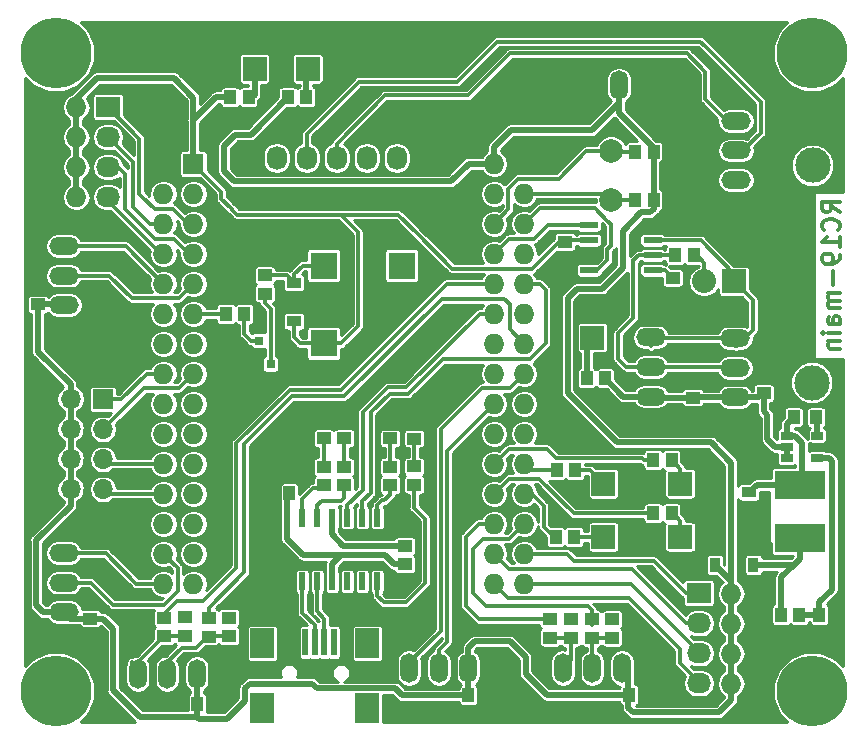
<source format=gbr>
G04 #@! TF.GenerationSoftware,KiCad,Pcbnew,(5.0.2)-1*
G04 #@! TF.CreationDate,2019-04-15T13:35:02+09:00*
G04 #@! TF.ProjectId,Parent_Turtle_RC19main,50617265-6e74-45f5-9475-72746c655f52,rev?*
G04 #@! TF.SameCoordinates,Original*
G04 #@! TF.FileFunction,Copper,L2,Bot*
G04 #@! TF.FilePolarity,Positive*
%FSLAX46Y46*%
G04 Gerber Fmt 4.6, Leading zero omitted, Abs format (unit mm)*
G04 Created by KiCad (PCBNEW (5.0.2)-1) date 2019/04/15 13:35:02*
%MOMM*%
%LPD*%
G01*
G04 APERTURE LIST*
G04 #@! TA.AperFunction,NonConductor*
%ADD10C,0.300000*%
G04 #@! TD*
G04 #@! TA.AperFunction,SMDPad,CuDef*
%ADD11R,1.000000X1.200000*%
G04 #@! TD*
G04 #@! TA.AperFunction,ComponentPad*
%ADD12O,1.500000X2.500000*%
G04 #@! TD*
G04 #@! TA.AperFunction,ComponentPad*
%ADD13O,2.500000X1.500000*%
G04 #@! TD*
G04 #@! TA.AperFunction,SMDPad,CuDef*
%ADD14R,1.200000X1.000000*%
G04 #@! TD*
G04 #@! TA.AperFunction,SMDPad,CuDef*
%ADD15R,0.800100X0.800100*%
G04 #@! TD*
G04 #@! TA.AperFunction,SMDPad,CuDef*
%ADD16R,1.220000X0.910000*%
G04 #@! TD*
G04 #@! TA.AperFunction,SMDPad,CuDef*
%ADD17R,1.000760X0.690880*%
G04 #@! TD*
G04 #@! TA.AperFunction,ComponentPad*
%ADD18R,2.032000X1.727200*%
G04 #@! TD*
G04 #@! TA.AperFunction,ComponentPad*
%ADD19O,2.032000X1.727200*%
G04 #@! TD*
G04 #@! TA.AperFunction,SMDPad,CuDef*
%ADD20R,0.600000X1.500000*%
G04 #@! TD*
G04 #@! TA.AperFunction,ComponentPad*
%ADD21R,2.032000X2.032000*%
G04 #@! TD*
G04 #@! TA.AperFunction,ComponentPad*
%ADD22O,2.032000X2.032000*%
G04 #@! TD*
G04 #@! TA.AperFunction,ComponentPad*
%ADD23R,1.727200X1.727200*%
G04 #@! TD*
G04 #@! TA.AperFunction,ComponentPad*
%ADD24O,1.727200X1.727200*%
G04 #@! TD*
G04 #@! TA.AperFunction,ComponentPad*
%ADD25R,2.000000X2.000000*%
G04 #@! TD*
G04 #@! TA.AperFunction,ComponentPad*
%ADD26C,2.000000*%
G04 #@! TD*
G04 #@! TA.AperFunction,ComponentPad*
%ADD27R,1.727200X2.032000*%
G04 #@! TD*
G04 #@! TA.AperFunction,ComponentPad*
%ADD28O,1.727200X2.032000*%
G04 #@! TD*
G04 #@! TA.AperFunction,ComponentPad*
%ADD29C,3.000000*%
G04 #@! TD*
G04 #@! TA.AperFunction,SMDPad,CuDef*
%ADD30R,1.550000X0.600000*%
G04 #@! TD*
G04 #@! TA.AperFunction,SMDPad,CuDef*
%ADD31R,2.300000X2.300000*%
G04 #@! TD*
G04 #@! TA.AperFunction,SMDPad,CuDef*
%ADD32R,0.910000X1.220000*%
G04 #@! TD*
G04 #@! TA.AperFunction,SMDPad,CuDef*
%ADD33R,0.500380X2.301240*%
G04 #@! TD*
G04 #@! TA.AperFunction,SMDPad,CuDef*
%ADD34R,1.998980X2.499360*%
G04 #@! TD*
G04 #@! TA.AperFunction,SMDPad,CuDef*
%ADD35R,4.200000X2.400000*%
G04 #@! TD*
G04 #@! TA.AperFunction,ComponentPad*
%ADD36R,1.700000X1.700000*%
G04 #@! TD*
G04 #@! TA.AperFunction,ComponentPad*
%ADD37O,1.700000X1.700000*%
G04 #@! TD*
G04 #@! TA.AperFunction,ViaPad*
%ADD38C,6.000000*%
G04 #@! TD*
G04 #@! TA.AperFunction,ViaPad*
%ADD39C,1.000000*%
G04 #@! TD*
G04 #@! TA.AperFunction,Conductor*
%ADD40C,0.500000*%
G04 #@! TD*
G04 #@! TA.AperFunction,Conductor*
%ADD41C,0.300000*%
G04 #@! TD*
G04 #@! TA.AperFunction,Conductor*
%ADD42C,0.250000*%
G04 #@! TD*
G04 APERTURE END LIST*
D10*
X170428571Y-86142857D02*
X169714285Y-85642857D01*
X170428571Y-85285714D02*
X168928571Y-85285714D01*
X168928571Y-85857142D01*
X169000000Y-86000000D01*
X169071428Y-86071428D01*
X169214285Y-86142857D01*
X169428571Y-86142857D01*
X169571428Y-86071428D01*
X169642857Y-86000000D01*
X169714285Y-85857142D01*
X169714285Y-85285714D01*
X170285714Y-87642857D02*
X170357142Y-87571428D01*
X170428571Y-87357142D01*
X170428571Y-87214285D01*
X170357142Y-87000000D01*
X170214285Y-86857142D01*
X170071428Y-86785714D01*
X169785714Y-86714285D01*
X169571428Y-86714285D01*
X169285714Y-86785714D01*
X169142857Y-86857142D01*
X169000000Y-87000000D01*
X168928571Y-87214285D01*
X168928571Y-87357142D01*
X169000000Y-87571428D01*
X169071428Y-87642857D01*
X170428571Y-89071428D02*
X170428571Y-88214285D01*
X170428571Y-88642857D02*
X168928571Y-88642857D01*
X169142857Y-88500000D01*
X169285714Y-88357142D01*
X169357142Y-88214285D01*
X170428571Y-89785714D02*
X170428571Y-90071428D01*
X170357142Y-90214285D01*
X170285714Y-90285714D01*
X170071428Y-90428571D01*
X169785714Y-90500000D01*
X169214285Y-90500000D01*
X169071428Y-90428571D01*
X169000000Y-90357142D01*
X168928571Y-90214285D01*
X168928571Y-89928571D01*
X169000000Y-89785714D01*
X169071428Y-89714285D01*
X169214285Y-89642857D01*
X169571428Y-89642857D01*
X169714285Y-89714285D01*
X169785714Y-89785714D01*
X169857142Y-89928571D01*
X169857142Y-90214285D01*
X169785714Y-90357142D01*
X169714285Y-90428571D01*
X169571428Y-90500000D01*
X169857142Y-91142857D02*
X169857142Y-92285714D01*
X170428571Y-93000000D02*
X169428571Y-93000000D01*
X169571428Y-93000000D02*
X169500000Y-93071428D01*
X169428571Y-93214285D01*
X169428571Y-93428571D01*
X169500000Y-93571428D01*
X169642857Y-93642857D01*
X170428571Y-93642857D01*
X169642857Y-93642857D02*
X169500000Y-93714285D01*
X169428571Y-93857142D01*
X169428571Y-94071428D01*
X169500000Y-94214285D01*
X169642857Y-94285714D01*
X170428571Y-94285714D01*
X170428571Y-95642857D02*
X169642857Y-95642857D01*
X169500000Y-95571428D01*
X169428571Y-95428571D01*
X169428571Y-95142857D01*
X169500000Y-95000000D01*
X170357142Y-95642857D02*
X170428571Y-95500000D01*
X170428571Y-95142857D01*
X170357142Y-95000000D01*
X170214285Y-94928571D01*
X170071428Y-94928571D01*
X169928571Y-95000000D01*
X169857142Y-95142857D01*
X169857142Y-95500000D01*
X169785714Y-95642857D01*
X170428571Y-96357142D02*
X169428571Y-96357142D01*
X168928571Y-96357142D02*
X169000000Y-96285714D01*
X169071428Y-96357142D01*
X169000000Y-96428571D01*
X168928571Y-96357142D01*
X169071428Y-96357142D01*
X169428571Y-97071428D02*
X170428571Y-97071428D01*
X169571428Y-97071428D02*
X169500000Y-97142857D01*
X169428571Y-97285714D01*
X169428571Y-97500000D01*
X169500000Y-97642857D01*
X169642857Y-97714285D01*
X170428571Y-97714285D01*
D11*
G04 #@! TO.P,C9,1*
G04 #@! TO.N,+5V*
X152610000Y-126990000D03*
G04 #@! TO.P,C9,2*
G04 #@! TO.N,GND*
X154490000Y-126990000D03*
G04 #@! TD*
D12*
G04 #@! TO.P,P19,4*
G04 #@! TO.N,Net-(P19-Pad4)*
X147000000Y-124750000D03*
G04 #@! TO.P,P19,3*
G04 #@! TO.N,Net-(P19-Pad3)*
X149500000Y-124750000D03*
G04 #@! TO.P,P19,2*
G04 #@! TO.N,+5V*
X152000000Y-124750000D03*
G04 #@! TO.P,P19,1*
G04 #@! TO.N,GND*
X154500000Y-124750000D03*
G04 #@! TD*
G04 #@! TO.P,P7,4*
G04 #@! TO.N,/A10*
X134000000Y-124750000D03*
G04 #@! TO.P,P7,3*
G04 #@! TO.N,/A9*
X136500000Y-124750000D03*
G04 #@! TO.P,P7,2*
G04 #@! TO.N,+5V*
X139000000Y-124750000D03*
G04 #@! TO.P,P7,1*
G04 #@! TO.N,GND*
X141500000Y-124750000D03*
G04 #@! TD*
D11*
G04 #@! TO.P,C11,1*
G04 #@! TO.N,+5V*
X116050000Y-127750000D03*
G04 #@! TO.P,C11,2*
G04 #@! TO.N,GND*
X117930000Y-127750000D03*
G04 #@! TD*
D13*
G04 #@! TO.P,P17,4*
G04 #@! TO.N,/B11*
X104750000Y-115000000D03*
G04 #@! TO.P,P17,3*
G04 #@! TO.N,/B10*
X104750000Y-117500000D03*
G04 #@! TO.P,P17,2*
G04 #@! TO.N,+5V*
X104750000Y-120000000D03*
G04 #@! TO.P,P17,1*
G04 #@! TO.N,GND*
X104750000Y-122500000D03*
G04 #@! TD*
D14*
G04 #@! TO.P,R30,1*
G04 #@! TO.N,Net-(P21-Pad4)*
X113250000Y-122030000D03*
G04 #@! TO.P,R30,2*
G04 #@! TO.N,/B3*
X113250000Y-120470000D03*
G04 #@! TD*
D15*
G04 #@! TO.P,Q1,1*
G04 #@! TO.N,Net-(Q1-Pad1)*
X121300000Y-96999240D03*
G04 #@! TO.P,Q1,2*
G04 #@! TO.N,GND*
X123200000Y-96999240D03*
G04 #@! TO.P,Q1,3*
G04 #@! TO.N,Net-(Q1-Pad3)*
X122250000Y-98998220D03*
G04 #@! TD*
D16*
G04 #@! TO.P,D13,2*
G04 #@! TO.N,Net-(C6-Pad1)*
X162750000Y-109865000D03*
G04 #@! TO.P,D13,1*
G04 #@! TO.N,GND*
X162750000Y-113135000D03*
G04 #@! TD*
D11*
G04 #@! TO.P,C6,1*
G04 #@! TO.N,Net-(C6-Pad1)*
X166550000Y-103500000D03*
G04 #@! TO.P,C6,2*
G04 #@! TO.N,Net-(C6-Pad2)*
X168430000Y-103500000D03*
G04 #@! TD*
D17*
G04 #@! TO.P,U3,1*
G04 #@! TO.N,Net-(C6-Pad2)*
X168550480Y-105050040D03*
G04 #@! TO.P,U3,2*
G04 #@! TO.N,GND*
X168550480Y-106000000D03*
G04 #@! TO.P,U3,3*
G04 #@! TO.N,/FB*
X168550480Y-106949960D03*
G04 #@! TO.P,U3,4*
G04 #@! TO.N,+12V*
X165949520Y-106949960D03*
G04 #@! TO.P,U3,5*
X165949520Y-106000000D03*
G04 #@! TO.P,U3,6*
G04 #@! TO.N,Net-(C6-Pad1)*
X165949520Y-105050040D03*
G04 #@! TD*
D11*
G04 #@! TO.P,R36,1*
G04 #@! TO.N,GND*
X170280000Y-120250000D03*
G04 #@! TO.P,R36,2*
G04 #@! TO.N,/FB*
X168720000Y-120250000D03*
G04 #@! TD*
G04 #@! TO.P,R3,1*
G04 #@! TO.N,/C6*
X146470000Y-108000000D03*
G04 #@! TO.P,R3,2*
G04 #@! TO.N,Net-(D3-Pad1)*
X148030000Y-108000000D03*
G04 #@! TD*
D18*
G04 #@! TO.P,P11,1*
G04 #@! TO.N,/C0*
X108500000Y-77250000D03*
D19*
G04 #@! TO.P,P11,2*
G04 #@! TO.N,/C1*
X108500000Y-79790000D03*
G04 #@! TO.P,P11,3*
G04 #@! TO.N,/C2*
X108500000Y-82330000D03*
G04 #@! TO.P,P11,4*
G04 #@! TO.N,/C3*
X108500000Y-84870000D03*
G04 #@! TD*
D20*
G04 #@! TO.P,U2,1*
G04 #@! TO.N,+3.3V*
X123660000Y-112000000D03*
G04 #@! TO.P,U2,2*
G04 #@! TO.N,/GP0*
X124930000Y-112000000D03*
G04 #@! TO.P,U2,3*
G04 #@! TO.N,/GP1*
X126200000Y-112000000D03*
G04 #@! TO.P,U2,4*
G04 #@! TO.N,Net-(R18-Pad1)*
X127470000Y-112000000D03*
G04 #@! TO.P,U2,5*
G04 #@! TO.N,/D5*
X128740000Y-112000000D03*
G04 #@! TO.P,U2,6*
G04 #@! TO.N,/D6*
X130010000Y-112000000D03*
G04 #@! TO.P,U2,7*
G04 #@! TO.N,/GP2*
X131280000Y-112000000D03*
G04 #@! TO.P,U2,8*
G04 #@! TO.N,/GP3*
X131280000Y-117400000D03*
G04 #@! TO.P,U2,9*
G04 #@! TO.N,Net-(U2-Pad9)*
X130010000Y-117400000D03*
G04 #@! TO.P,U2,10*
G04 #@! TO.N,Net-(U2-Pad10)*
X128740000Y-117400000D03*
G04 #@! TO.P,U2,11*
G04 #@! TO.N,+3.3V*
X127470000Y-117400000D03*
G04 #@! TO.P,U2,12*
G04 #@! TO.N,/D-*
X126200000Y-117400000D03*
G04 #@! TO.P,U2,13*
G04 #@! TO.N,/D+*
X124930000Y-117400000D03*
G04 #@! TO.P,U2,14*
G04 #@! TO.N,GND*
X123660000Y-117400000D03*
G04 #@! TD*
D21*
G04 #@! TO.P,P9,1*
G04 #@! TO.N,/CAN_L*
X161500000Y-92000000D03*
D22*
G04 #@! TO.P,P9,2*
G04 #@! TO.N,Net-(P9-Pad2)*
X158960000Y-92000000D03*
G04 #@! TD*
D23*
G04 #@! TO.P,P1,1*
G04 #@! TO.N,+3.3V*
X115715000Y-82035000D03*
D24*
G04 #@! TO.P,P1,2*
G04 #@! TO.N,GND*
X113175000Y-82035000D03*
G04 #@! TO.P,P1,3*
G04 #@! TO.N,/E5*
X115715000Y-84575000D03*
G04 #@! TO.P,P1,4*
G04 #@! TO.N,/E6*
X113175000Y-84575000D03*
G04 #@! TO.P,P1,5*
G04 #@! TO.N,/C0*
X115715000Y-87115000D03*
G04 #@! TO.P,P1,6*
G04 #@! TO.N,/C1*
X113175000Y-87115000D03*
G04 #@! TO.P,P1,7*
G04 #@! TO.N,/C2*
X115715000Y-89655000D03*
G04 #@! TO.P,P1,8*
G04 #@! TO.N,/C3*
X113175000Y-89655000D03*
G04 #@! TO.P,P1,9*
G04 #@! TO.N,/A0*
X115715000Y-92195000D03*
G04 #@! TO.P,P1,10*
G04 #@! TO.N,/A1*
X113175000Y-92195000D03*
G04 #@! TO.P,P1,11*
G04 #@! TO.N,/A2*
X115715000Y-94735000D03*
G04 #@! TO.P,P1,12*
G04 #@! TO.N,/A3*
X113175000Y-94735000D03*
G04 #@! TO.P,P1,13*
G04 #@! TO.N,/A4*
X115715000Y-97275000D03*
G04 #@! TO.P,P1,14*
G04 #@! TO.N,/A5*
X113175000Y-97275000D03*
G04 #@! TO.P,P1,15*
G04 #@! TO.N,/A6*
X115715000Y-99815000D03*
G04 #@! TO.P,P1,16*
G04 #@! TO.N,/A7*
X113175000Y-99815000D03*
G04 #@! TO.P,P1,17*
G04 #@! TO.N,/C4*
X115715000Y-102355000D03*
G04 #@! TO.P,P1,18*
G04 #@! TO.N,/C5*
X113175000Y-102355000D03*
G04 #@! TO.P,P1,19*
G04 #@! TO.N,/B0*
X115715000Y-104895000D03*
G04 #@! TO.P,P1,20*
G04 #@! TO.N,/B1*
X113175000Y-104895000D03*
G04 #@! TO.P,P1,21*
G04 #@! TO.N,/E8*
X115715000Y-107435000D03*
G04 #@! TO.P,P1,22*
G04 #@! TO.N,/E9*
X113175000Y-107435000D03*
G04 #@! TO.P,P1,23*
G04 #@! TO.N,/E10*
X115715000Y-109975000D03*
G04 #@! TO.P,P1,24*
G04 #@! TO.N,/E11*
X113175000Y-109975000D03*
G04 #@! TO.P,P1,25*
G04 #@! TO.N,/E12*
X115715000Y-112515000D03*
G04 #@! TO.P,P1,26*
G04 #@! TO.N,/E13*
X113175000Y-112515000D03*
G04 #@! TO.P,P1,27*
G04 #@! TO.N,/E14*
X115715000Y-115055000D03*
G04 #@! TO.P,P1,28*
G04 #@! TO.N,/B10*
X113175000Y-115055000D03*
G04 #@! TO.P,P1,29*
G04 #@! TO.N,/B13*
X115715000Y-117595000D03*
G04 #@! TO.P,P1,30*
G04 #@! TO.N,/B11*
X113175000Y-117595000D03*
G04 #@! TD*
D14*
G04 #@! TO.P,C1,1*
G04 #@! TO.N,+3.3V*
X147180000Y-88650000D03*
G04 #@! TO.P,C1,2*
G04 #@! TO.N,GND*
X147180000Y-90530000D03*
G04 #@! TD*
D11*
G04 #@! TO.P,C2,1*
G04 #@! TO.N,GND*
X121970000Y-109950000D03*
G04 #@! TO.P,C2,2*
G04 #@! TO.N,+3.3V*
X123850000Y-109950000D03*
G04 #@! TD*
G04 #@! TO.P,C3,1*
G04 #@! TO.N,+5V*
X139000000Y-127050000D03*
G04 #@! TO.P,C3,2*
G04 #@! TO.N,GND*
X140880000Y-127050000D03*
G04 #@! TD*
D13*
G04 #@! TO.P,P3,4*
G04 #@! TO.N,/CAN_L*
X154460000Y-96740000D03*
G04 #@! TO.P,P3,3*
G04 #@! TO.N,/CAN_H*
X154460000Y-99240000D03*
G04 #@! TO.P,P3,2*
G04 #@! TO.N,+12V*
X154460000Y-101740000D03*
G04 #@! TO.P,P3,1*
G04 #@! TO.N,GND*
X154460000Y-104240000D03*
G04 #@! TD*
D12*
G04 #@! TO.P,P12,2*
G04 #@! TO.N,+5V*
X151750000Y-75400000D03*
G04 #@! TO.P,P12,1*
G04 #@! TO.N,GND*
X149250000Y-75400000D03*
G04 #@! TD*
D11*
G04 #@! TO.P,R5,1*
G04 #@! TO.N,+5V*
X123720000Y-76400000D03*
G04 #@! TO.P,R5,2*
G04 #@! TO.N,Net-(D1-Pad1)*
X125280000Y-76400000D03*
G04 #@! TD*
G04 #@! TO.P,R6,1*
G04 #@! TO.N,+3.3V*
X118820000Y-76400000D03*
G04 #@! TO.P,R6,2*
G04 #@! TO.N,Net-(D2-Pad1)*
X120380000Y-76400000D03*
G04 #@! TD*
D25*
G04 #@! TO.P,D1,1*
G04 #@! TO.N,Net-(D1-Pad1)*
X125400000Y-74000000D03*
D26*
G04 #@! TO.P,D1,2*
G04 #@! TO.N,GND*
X125400000Y-71460000D03*
G04 #@! TD*
D25*
G04 #@! TO.P,D2,1*
G04 #@! TO.N,Net-(D2-Pad1)*
X120900000Y-74000000D03*
D26*
G04 #@! TO.P,D2,2*
G04 #@! TO.N,GND*
X120900000Y-71460000D03*
G04 #@! TD*
D23*
G04 #@! TO.P,P2,1*
G04 #@! TO.N,GND*
X143715000Y-82035000D03*
D24*
G04 #@! TO.P,P2,2*
G04 #@! TO.N,+5V*
X141175000Y-82035000D03*
G04 #@! TO.P,P2,3*
G04 #@! TO.N,/B8*
X143715000Y-84575000D03*
G04 #@! TO.P,P2,4*
G04 #@! TO.N,/B9*
X141175000Y-84575000D03*
G04 #@! TO.P,P2,5*
G04 #@! TO.N,/B6*
X143715000Y-87115000D03*
G04 #@! TO.P,P2,6*
G04 #@! TO.N,/B7*
X141175000Y-87115000D03*
G04 #@! TO.P,P2,7*
G04 #@! TO.N,/B4*
X143715000Y-89655000D03*
G04 #@! TO.P,P2,8*
G04 #@! TO.N,/B5*
X141175000Y-89655000D03*
G04 #@! TO.P,P2,9*
G04 #@! TO.N,/D6*
X143715000Y-92195000D03*
G04 #@! TO.P,P2,10*
G04 #@! TO.N,/B3*
X141175000Y-92195000D03*
G04 #@! TO.P,P2,11*
G04 #@! TO.N,/D2*
X143715000Y-94735000D03*
G04 #@! TO.P,P2,12*
G04 #@! TO.N,/D5*
X141175000Y-94735000D03*
G04 #@! TO.P,P2,13*
G04 #@! TO.N,/A15*
X143715000Y-97275000D03*
G04 #@! TO.P,P2,14*
G04 #@! TO.N,/C12*
X141175000Y-97275000D03*
G04 #@! TO.P,P2,15*
G04 #@! TO.N,/A10*
X143715000Y-99815000D03*
G04 #@! TO.P,P2,16*
G04 #@! TO.N,/A11*
X141175000Y-99815000D03*
G04 #@! TO.P,P2,17*
G04 #@! TO.N,/A8*
X143715000Y-102355000D03*
G04 #@! TO.P,P2,18*
G04 #@! TO.N,/A9*
X141175000Y-102355000D03*
G04 #@! TO.P,P2,19*
G04 #@! TO.N,/C8*
X143715000Y-104895000D03*
G04 #@! TO.P,P2,20*
G04 #@! TO.N,/C9*
X141175000Y-104895000D03*
G04 #@! TO.P,P2,21*
G04 #@! TO.N,/C6*
X143715000Y-107435000D03*
G04 #@! TO.P,P2,22*
G04 #@! TO.N,/C7*
X141175000Y-107435000D03*
G04 #@! TO.P,P2,23*
G04 #@! TO.N,/D14*
X143715000Y-109975000D03*
G04 #@! TO.P,P2,24*
G04 #@! TO.N,/D15*
X141175000Y-109975000D03*
G04 #@! TO.P,P2,25*
G04 #@! TO.N,/D12*
X143715000Y-112515000D03*
G04 #@! TO.P,P2,26*
G04 #@! TO.N,/D13*
X141175000Y-112515000D03*
G04 #@! TO.P,P2,27*
G04 #@! TO.N,/D8*
X143715000Y-115055000D03*
G04 #@! TO.P,P2,28*
G04 #@! TO.N,/D9*
X141175000Y-115055000D03*
G04 #@! TO.P,P2,29*
G04 #@! TO.N,/B15*
X143715000Y-117595000D03*
G04 #@! TO.P,P2,30*
G04 #@! TO.N,/B14*
X141175000Y-117595000D03*
G04 #@! TD*
D27*
G04 #@! TO.P,P10,1*
G04 #@! TO.N,GND*
X120215000Y-81535000D03*
D28*
G04 #@! TO.P,P10,2*
G04 #@! TO.N,Net-(P10-Pad2)*
X122755000Y-81535000D03*
G04 #@! TO.P,P10,3*
G04 #@! TO.N,/CLK*
X125295000Y-81535000D03*
G04 #@! TO.P,P10,4*
G04 #@! TO.N,/DIO*
X127835000Y-81535000D03*
G04 #@! TO.P,P10,5*
G04 #@! TO.N,Net-(P10-Pad5)*
X130375000Y-81535000D03*
G04 #@! TO.P,P10,6*
G04 #@! TO.N,Net-(P10-Pad6)*
X132915000Y-81535000D03*
G04 #@! TD*
D13*
G04 #@! TO.P,P4,1*
G04 #@! TO.N,GND*
X161580000Y-104310000D03*
G04 #@! TO.P,P4,2*
G04 #@! TO.N,+12V*
X161580000Y-101810000D03*
G04 #@! TO.P,P4,3*
G04 #@! TO.N,/CAN_H*
X161580000Y-99310000D03*
G04 #@! TO.P,P4,4*
G04 #@! TO.N,/CAN_L*
X161580000Y-96810000D03*
D29*
G04 #@! TO.P,P4,*
G04 #@! TO.N,*
X168080000Y-100560000D03*
G04 #@! TD*
D13*
G04 #@! TO.P,P8,1*
G04 #@! TO.N,GND*
X161640000Y-85910000D03*
G04 #@! TO.P,P8,2*
G04 #@! TO.N,Net-(P8-Pad2)*
X161640000Y-83410000D03*
G04 #@! TO.P,P8,3*
G04 #@! TO.N,/CLK*
X161640000Y-80910000D03*
G04 #@! TO.P,P8,4*
G04 #@! TO.N,/DIO*
X161640000Y-78410000D03*
D29*
G04 #@! TO.P,P8,*
G04 #@! TO.N,*
X168140000Y-82160000D03*
G04 #@! TD*
D30*
G04 #@! TO.P,U1,1*
G04 #@! TO.N,/B6*
X149190000Y-91040000D03*
G04 #@! TO.P,U1,2*
G04 #@! TO.N,GND*
X149190000Y-89770000D03*
G04 #@! TO.P,U1,3*
G04 #@! TO.N,+3.3V*
X149190000Y-88500000D03*
G04 #@! TO.P,U1,4*
G04 #@! TO.N,/B5*
X149190000Y-87230000D03*
G04 #@! TO.P,U1,5*
G04 #@! TO.N,GND*
X154590000Y-87230000D03*
G04 #@! TO.P,U1,6*
G04 #@! TO.N,/CAN_L*
X154590000Y-88500000D03*
G04 #@! TO.P,U1,7*
G04 #@! TO.N,/CAN_H*
X154590000Y-89770000D03*
G04 #@! TO.P,U1,8*
G04 #@! TO.N,Net-(R1-Pad1)*
X154590000Y-91040000D03*
G04 #@! TD*
D14*
G04 #@! TO.P,C4,1*
G04 #@! TO.N,+12V*
X157990000Y-101830000D03*
G04 #@! TO.P,C4,2*
G04 #@! TO.N,GND*
X157990000Y-103710000D03*
G04 #@! TD*
D25*
G04 #@! TO.P,D3,1*
G04 #@! TO.N,Net-(D3-Pad1)*
X150420000Y-109130000D03*
D26*
G04 #@! TO.P,D3,2*
G04 #@! TO.N,GND*
X152960000Y-109130000D03*
G04 #@! TD*
D25*
G04 #@! TO.P,D4,1*
G04 #@! TO.N,Net-(D4-Pad1)*
X156920000Y-109130000D03*
D26*
G04 #@! TO.P,D4,2*
G04 #@! TO.N,GND*
X159460000Y-109130000D03*
G04 #@! TD*
D11*
G04 #@! TO.P,R4,1*
G04 #@! TO.N,/C7*
X154640000Y-107130000D03*
G04 #@! TO.P,R4,2*
G04 #@! TO.N,Net-(D4-Pad1)*
X156200000Y-107130000D03*
G04 #@! TD*
G04 #@! TO.P,R7,1*
G04 #@! TO.N,+5V*
X154680000Y-81000000D03*
G04 #@! TO.P,R7,2*
G04 #@! TO.N,/B7*
X153120000Y-81000000D03*
G04 #@! TD*
G04 #@! TO.P,R8,1*
G04 #@! TO.N,Net-(Q1-Pad1)*
X120030000Y-94750000D03*
G04 #@! TO.P,R8,2*
G04 #@! TO.N,/A2*
X118470000Y-94750000D03*
G04 #@! TD*
D14*
G04 #@! TO.P,R9,1*
G04 #@! TO.N,Net-(D12-Pad1)*
X121750000Y-91470000D03*
G04 #@! TO.P,R9,2*
G04 #@! TO.N,Net-(Q1-Pad3)*
X121750000Y-93030000D03*
G04 #@! TD*
D31*
G04 #@! TO.P,SP1,1*
G04 #@! TO.N,+3.3V*
X126750000Y-97250000D03*
G04 #@! TO.P,SP1,2*
G04 #@! TO.N,Net-(D12-Pad1)*
X126750000Y-90650000D03*
G04 #@! TO.P,SP1,3*
G04 #@! TO.N,N/C*
X133350000Y-90650000D03*
G04 #@! TD*
D25*
G04 #@! TO.P,D5,1*
G04 #@! TO.N,Net-(D5-Pad1)*
X150420000Y-113630000D03*
D26*
G04 #@! TO.P,D5,2*
G04 #@! TO.N,GND*
X152960000Y-113630000D03*
G04 #@! TD*
D11*
G04 #@! TO.P,R10,1*
G04 #@! TO.N,/D14*
X146390000Y-113630000D03*
G04 #@! TO.P,R10,2*
G04 #@! TO.N,Net-(D5-Pad1)*
X147950000Y-113630000D03*
G04 #@! TD*
D25*
G04 #@! TO.P,D9,1*
G04 #@! TO.N,Net-(D9-Pad1)*
X149500000Y-96750000D03*
D26*
G04 #@! TO.P,D9,2*
G04 #@! TO.N,GND*
X149500000Y-94210000D03*
G04 #@! TD*
D11*
G04 #@! TO.P,R14,1*
G04 #@! TO.N,+12V*
X150580000Y-100210000D03*
G04 #@! TO.P,R14,2*
G04 #@! TO.N,Net-(D9-Pad1)*
X149020000Y-100210000D03*
G04 #@! TD*
G04 #@! TO.P,R15,1*
G04 #@! TO.N,/CAN_H*
X156500000Y-89790000D03*
G04 #@! TO.P,R15,2*
G04 #@! TO.N,Net-(P9-Pad2)*
X158060000Y-89790000D03*
G04 #@! TD*
D14*
G04 #@! TO.P,R1,1*
G04 #@! TO.N,Net-(R1-Pad1)*
X156290000Y-91700000D03*
G04 #@! TO.P,R1,2*
G04 #@! TO.N,GND*
X156290000Y-93260000D03*
G04 #@! TD*
D23*
G04 #@! TO.P,P13,1*
G04 #@! TO.N,GND*
X103250000Y-77250000D03*
D24*
G04 #@! TO.P,P13,2*
G04 #@! TO.N,+3.3V*
X105790000Y-77250000D03*
G04 #@! TO.P,P13,3*
G04 #@! TO.N,GND*
X103250000Y-79790000D03*
G04 #@! TO.P,P13,4*
G04 #@! TO.N,+3.3V*
X105790000Y-79790000D03*
G04 #@! TO.P,P13,5*
G04 #@! TO.N,GND*
X103250000Y-82330000D03*
G04 #@! TO.P,P13,6*
G04 #@! TO.N,+3.3V*
X105790000Y-82330000D03*
G04 #@! TO.P,P13,7*
G04 #@! TO.N,GND*
X103250000Y-84870000D03*
G04 #@! TO.P,P13,8*
G04 #@! TO.N,+3.3V*
X105790000Y-84870000D03*
G04 #@! TD*
D18*
G04 #@! TO.P,P14,1*
G04 #@! TO.N,/D8*
X158500000Y-118400000D03*
D19*
G04 #@! TO.P,P14,2*
G04 #@! TO.N,/D9*
X158500000Y-120940000D03*
G04 #@! TO.P,P14,3*
G04 #@! TO.N,/B15*
X158500000Y-123480000D03*
G04 #@! TO.P,P14,4*
G04 #@! TO.N,/B14*
X158500000Y-126020000D03*
G04 #@! TD*
D23*
G04 #@! TO.P,P15,1*
G04 #@! TO.N,GND*
X163790000Y-126040000D03*
D24*
G04 #@! TO.P,P15,2*
G04 #@! TO.N,+5V*
X161250000Y-126040000D03*
G04 #@! TO.P,P15,3*
G04 #@! TO.N,GND*
X163790000Y-123500000D03*
G04 #@! TO.P,P15,4*
G04 #@! TO.N,+5V*
X161250000Y-123500000D03*
G04 #@! TO.P,P15,5*
G04 #@! TO.N,GND*
X163790000Y-120960000D03*
G04 #@! TO.P,P15,6*
G04 #@! TO.N,+5V*
X161250000Y-120960000D03*
G04 #@! TO.P,P15,7*
G04 #@! TO.N,GND*
X163790000Y-118420000D03*
G04 #@! TO.P,P15,8*
G04 #@! TO.N,+5V*
X161250000Y-118420000D03*
G04 #@! TD*
D14*
G04 #@! TO.P,R16,1*
G04 #@! TO.N,Net-(D10-Pad1)*
X126740000Y-107710000D03*
G04 #@! TO.P,R16,2*
G04 #@! TO.N,/GP0*
X126740000Y-109270000D03*
G04 #@! TD*
G04 #@! TO.P,R17,1*
G04 #@! TO.N,Net-(D11-Pad1)*
X128490000Y-107710000D03*
G04 #@! TO.P,R17,2*
G04 #@! TO.N,/GP1*
X128490000Y-109270000D03*
G04 #@! TD*
G04 #@! TO.P,R18,1*
G04 #@! TO.N,Net-(R18-Pad1)*
X133630000Y-114400000D03*
G04 #@! TO.P,R18,2*
G04 #@! TO.N,+3.3V*
X133630000Y-115960000D03*
G04 #@! TD*
D16*
G04 #@! TO.P,D12,1*
G04 #@! TO.N,Net-(D12-Pad1)*
X124250000Y-92115000D03*
G04 #@! TO.P,D12,2*
G04 #@! TO.N,+3.3V*
X124250000Y-95385000D03*
G04 #@! TD*
D14*
G04 #@! TO.P,C5,1*
G04 #@! TO.N,+5V*
X107000000Y-120550000D03*
G04 #@! TO.P,C5,2*
G04 #@! TO.N,GND*
X107000000Y-122430000D03*
G04 #@! TD*
D11*
G04 #@! TO.P,R2,1*
G04 #@! TO.N,+5V*
X154680000Y-85100000D03*
G04 #@! TO.P,R2,2*
G04 #@! TO.N,/B8*
X153120000Y-85100000D03*
G04 #@! TD*
D14*
G04 #@! TO.P,D10,1*
G04 #@! TO.N,Net-(D10-Pad1)*
X126760000Y-105270000D03*
G04 #@! TO.P,D10,2*
G04 #@! TO.N,GND*
X126760000Y-103510000D03*
G04 #@! TD*
G04 #@! TO.P,D11,1*
G04 #@! TO.N,Net-(D11-Pad1)*
X128485000Y-105265000D03*
G04 #@! TO.P,D11,2*
G04 #@! TO.N,GND*
X128485000Y-103505000D03*
G04 #@! TD*
G04 #@! TO.P,C7,1*
G04 #@! TO.N,+12V*
X164000000Y-101450000D03*
G04 #@! TO.P,C7,2*
G04 #@! TO.N,GND*
X164000000Y-99570000D03*
G04 #@! TD*
G04 #@! TO.P,C10,1*
G04 #@! TO.N,+5V*
X102560000Y-93940000D03*
G04 #@! TO.P,C10,2*
G04 #@! TO.N,GND*
X102560000Y-92060000D03*
G04 #@! TD*
D32*
G04 #@! TO.P,D14,1*
G04 #@! TO.N,Net-(D14-Pad1)*
X163135000Y-116000000D03*
G04 #@! TO.P,D14,2*
G04 #@! TO.N,+5V*
X159865000Y-116000000D03*
G04 #@! TD*
D13*
G04 #@! TO.P,P20,4*
G04 #@! TO.N,/A1*
X104750000Y-89000000D03*
G04 #@! TO.P,P20,3*
G04 #@! TO.N,/A0*
X104750000Y-91500000D03*
G04 #@! TO.P,P20,2*
G04 #@! TO.N,+5V*
X104750000Y-94000000D03*
G04 #@! TO.P,P20,1*
G04 #@! TO.N,GND*
X104750000Y-96500000D03*
G04 #@! TD*
D12*
G04 #@! TO.P,P21,4*
G04 #@! TO.N,Net-(P21-Pad4)*
X111000000Y-125250000D03*
G04 #@! TO.P,P21,3*
G04 #@! TO.N,Net-(P21-Pad3)*
X113500000Y-125250000D03*
G04 #@! TO.P,P21,2*
G04 #@! TO.N,+5V*
X116000000Y-125250000D03*
G04 #@! TO.P,P21,1*
G04 #@! TO.N,GND*
X118500000Y-125250000D03*
G04 #@! TD*
D14*
G04 #@! TO.P,R21,1*
G04 #@! TO.N,Net-(P19-Pad3)*
X149420000Y-122160000D03*
G04 #@! TO.P,R21,2*
G04 #@! TO.N,/D12*
X149420000Y-120600000D03*
G04 #@! TD*
G04 #@! TO.P,R22,1*
G04 #@! TO.N,Net-(P19-Pad4)*
X145920000Y-122160000D03*
G04 #@! TO.P,R22,2*
G04 #@! TO.N,/D13*
X145920000Y-120600000D03*
G04 #@! TD*
G04 #@! TO.P,R24,1*
G04 #@! TO.N,Net-(P19-Pad3)*
X151170000Y-122160000D03*
G04 #@! TO.P,R24,2*
G04 #@! TO.N,+3.3V*
X151170000Y-120600000D03*
G04 #@! TD*
G04 #@! TO.P,R26,1*
G04 #@! TO.N,Net-(P19-Pad4)*
X147670000Y-122160000D03*
G04 #@! TO.P,R26,2*
G04 #@! TO.N,+3.3V*
X147670000Y-120600000D03*
G04 #@! TD*
G04 #@! TO.P,R29,1*
G04 #@! TO.N,Net-(P21-Pad3)*
X117000000Y-122060000D03*
G04 #@! TO.P,R29,2*
G04 #@! TO.N,/A15*
X117000000Y-120500000D03*
G04 #@! TD*
G04 #@! TO.P,R32,1*
G04 #@! TO.N,Net-(P21-Pad3)*
X118750000Y-122030000D03*
G04 #@! TO.P,R32,2*
G04 #@! TO.N,+3.3V*
X118750000Y-120470000D03*
G04 #@! TD*
G04 #@! TO.P,R34,1*
G04 #@! TO.N,Net-(P21-Pad4)*
X115000000Y-122000000D03*
G04 #@! TO.P,R34,2*
G04 #@! TO.N,+3.3V*
X115000000Y-120440000D03*
G04 #@! TD*
D11*
G04 #@! TO.P,R35,1*
G04 #@! TO.N,/FB*
X167030000Y-120250000D03*
G04 #@! TO.P,R35,2*
G04 #@! TO.N,Net-(D14-Pad1)*
X165470000Y-120250000D03*
G04 #@! TD*
D26*
G04 #@! TO.P,SW1,1*
G04 #@! TO.N,GND*
X157100000Y-85100000D03*
G04 #@! TO.P,SW1,2*
G04 #@! TO.N,/B8*
X151100000Y-85100000D03*
G04 #@! TD*
G04 #@! TO.P,SW2,1*
G04 #@! TO.N,GND*
X157100000Y-80950000D03*
G04 #@! TO.P,SW2,2*
G04 #@! TO.N,/B7*
X151100000Y-80950000D03*
G04 #@! TD*
D25*
G04 #@! TO.P,D6,1*
G04 #@! TO.N,Net-(D6-Pad1)*
X156920000Y-113630000D03*
D26*
G04 #@! TO.P,D6,2*
G04 #@! TO.N,GND*
X159460000Y-113630000D03*
G04 #@! TD*
D11*
G04 #@! TO.P,R11,1*
G04 #@! TO.N,/D15*
X154640000Y-111630000D03*
G04 #@! TO.P,R11,2*
G04 #@! TO.N,Net-(D6-Pad1)*
X156200000Y-111630000D03*
G04 #@! TD*
D33*
G04 #@! TO.P,P6,1*
G04 #@! TO.N,Net-(P6-Pad1)*
X127600200Y-122550680D03*
G04 #@! TO.P,P6,2*
G04 #@! TO.N,/D-*
X126800100Y-122550680D03*
G04 #@! TO.P,P6,3*
G04 #@! TO.N,/D+*
X126000000Y-122550680D03*
G04 #@! TO.P,P6,4*
G04 #@! TO.N,Net-(P6-Pad4)*
X125199900Y-122550680D03*
G04 #@! TO.P,P6,5*
G04 #@! TO.N,GND*
X124399800Y-122550680D03*
D34*
G04 #@! TO.P,P6,6*
G04 #@! TO.N,Net-(P6-Pad6)*
X130450080Y-122649740D03*
X130450080Y-128148840D03*
X121549920Y-122649740D03*
X121549920Y-128148840D03*
G04 #@! TD*
D14*
G04 #@! TO.P,D7,1*
G04 #@! TO.N,Net-(D7-Pad1)*
X132385000Y-105290000D03*
G04 #@! TO.P,D7,2*
G04 #@! TO.N,GND*
X132385000Y-103530000D03*
G04 #@! TD*
G04 #@! TO.P,D8,2*
G04 #@! TO.N,GND*
X134410000Y-103535000D03*
G04 #@! TO.P,D8,1*
G04 #@! TO.N,Net-(D8-Pad1)*
X134410000Y-105295000D03*
G04 #@! TD*
G04 #@! TO.P,R12,2*
G04 #@! TO.N,/GP2*
X132385000Y-109245000D03*
G04 #@! TO.P,R12,1*
G04 #@! TO.N,Net-(D7-Pad1)*
X132385000Y-107685000D03*
G04 #@! TD*
G04 #@! TO.P,R13,1*
G04 #@! TO.N,Net-(D8-Pad1)*
X134410000Y-107660000D03*
G04 #@! TO.P,R13,2*
G04 #@! TO.N,/GP3*
X134410000Y-109220000D03*
G04 #@! TD*
D35*
G04 #@! TO.P,L1,1*
G04 #@! TO.N,Net-(C6-Pad1)*
X167060000Y-109240000D03*
G04 #@! TO.P,L1,2*
G04 #@! TO.N,Net-(D14-Pad1)*
X167060000Y-113740000D03*
G04 #@! TD*
D36*
G04 #@! TO.P,P5,1*
G04 #@! TO.N,GND*
X102770000Y-101910000D03*
D37*
G04 #@! TO.P,P5,2*
G04 #@! TO.N,+5V*
X105310000Y-101910000D03*
G04 #@! TO.P,P5,3*
G04 #@! TO.N,GND*
X102770000Y-104450000D03*
G04 #@! TO.P,P5,4*
G04 #@! TO.N,+5V*
X105310000Y-104450000D03*
G04 #@! TO.P,P5,5*
G04 #@! TO.N,GND*
X102770000Y-106990000D03*
G04 #@! TO.P,P5,6*
G04 #@! TO.N,+5V*
X105310000Y-106990000D03*
G04 #@! TO.P,P5,7*
G04 #@! TO.N,GND*
X102770000Y-109530000D03*
G04 #@! TO.P,P5,8*
G04 #@! TO.N,+5V*
X105310000Y-109530000D03*
G04 #@! TD*
D36*
G04 #@! TO.P,P16,1*
G04 #@! TO.N,/A7*
X108060000Y-101990000D03*
D37*
G04 #@! TO.P,P16,2*
G04 #@! TO.N,/A6*
X108060000Y-104530000D03*
G04 #@! TO.P,P16,3*
G04 #@! TO.N,/E9*
X108060000Y-107070000D03*
G04 #@! TO.P,P16,4*
G04 #@! TO.N,/E11*
X108060000Y-109610000D03*
G04 #@! TD*
D38*
G04 #@! TO.N,*
X168090000Y-72660000D03*
X104090000Y-72660000D03*
X168090000Y-126660000D03*
X104090000Y-126660000D03*
D39*
G04 #@! TO.N,+3.3V*
X118750000Y-120470000D03*
X115000000Y-120440000D03*
X126750000Y-97250000D03*
X123850000Y-109950000D03*
X151170000Y-120600000D03*
X147670000Y-120600000D03*
X133630000Y-115960000D03*
G04 #@! TD*
D40*
G04 #@! TO.N,+5V*
X119250000Y-79560000D02*
X120560000Y-79560000D01*
X120560000Y-79560000D02*
X123720000Y-76400000D01*
X154680000Y-81000000D02*
X154680000Y-85100000D01*
X151750000Y-75400000D02*
X151750000Y-77730000D01*
X151750000Y-77730000D02*
X154680000Y-80660000D01*
X154680000Y-80660000D02*
X154680000Y-81000000D01*
X151750000Y-75500000D02*
X151750000Y-75460000D01*
X147440000Y-79190000D02*
X149470000Y-79190000D01*
X151750000Y-76910000D02*
X151750000Y-75500000D01*
X149470000Y-79190000D02*
X151750000Y-76910000D01*
X141175000Y-82035000D02*
X139025000Y-82035000D01*
X118300000Y-80510000D02*
X119250000Y-79560000D01*
X118300000Y-82680000D02*
X118300000Y-80510000D01*
X119140000Y-83520000D02*
X118300000Y-82680000D01*
X137540000Y-83520000D02*
X119140000Y-83520000D01*
X139025000Y-82035000D02*
X137540000Y-83520000D01*
X141175000Y-82035000D02*
X141175000Y-80595000D01*
X142580000Y-79190000D02*
X147440000Y-79190000D01*
X141175000Y-80595000D02*
X142580000Y-79190000D01*
X105300000Y-120550000D02*
X104750000Y-120000000D01*
X107000000Y-120550000D02*
X105300000Y-120550000D01*
X103000000Y-120000000D02*
X102420000Y-119420000D01*
X104750000Y-120000000D02*
X103000000Y-120000000D01*
X161250000Y-126040000D02*
X161250000Y-123500000D01*
X161250000Y-120960000D02*
X161250000Y-123500000D01*
X161250000Y-120960000D02*
X161250000Y-118420000D01*
X161250000Y-117385000D02*
X159865000Y-116000000D01*
X161250000Y-118420000D02*
X161250000Y-117385000D01*
X139000000Y-127050000D02*
X139000000Y-124750000D01*
X116000000Y-127550000D02*
X116000000Y-125000000D01*
X161250000Y-127450000D02*
X161250000Y-126040000D01*
X160220000Y-128480000D02*
X161250000Y-127450000D01*
X152930000Y-128480000D02*
X160220000Y-128480000D01*
X152550000Y-127000000D02*
X152550000Y-128100000D01*
X152550000Y-128100000D02*
X152930000Y-128480000D01*
X150270000Y-127000000D02*
X152550000Y-127000000D01*
X152550000Y-125300000D02*
X152000000Y-124750000D01*
X152550000Y-127000000D02*
X152550000Y-125300000D01*
X139000000Y-123000000D02*
X139000000Y-124750000D01*
X150270000Y-127000000D02*
X145610000Y-127000000D01*
X145610000Y-127000000D02*
X143840000Y-125230000D01*
X143840000Y-125230000D02*
X143840000Y-123810000D01*
X143840000Y-123810000D02*
X142510000Y-122480000D01*
X142510000Y-122480000D02*
X139520000Y-122480000D01*
X139520000Y-122480000D02*
X139000000Y-123000000D01*
X154680000Y-85840000D02*
X154680000Y-85100000D01*
X153639999Y-86150001D02*
X154369999Y-86150001D01*
X152070000Y-90850000D02*
X152070000Y-87720000D01*
X150310000Y-92610000D02*
X152070000Y-90850000D01*
X148210000Y-92610000D02*
X150310000Y-92610000D01*
X161250000Y-117385000D02*
X161250000Y-107350000D01*
X161250000Y-107350000D02*
X159520000Y-105620000D01*
X159520000Y-105620000D02*
X151570000Y-105620000D01*
X154369999Y-86150001D02*
X154680000Y-85840000D01*
X151570000Y-105620000D02*
X147400000Y-101450000D01*
X147400000Y-101450000D02*
X147400000Y-93420000D01*
X152070000Y-87720000D02*
X153639999Y-86150001D01*
X147400000Y-93420000D02*
X148210000Y-92610000D01*
X116050000Y-127750000D02*
X116050000Y-128850000D01*
X111170000Y-128850000D02*
X116050000Y-128850000D01*
X108940000Y-126620000D02*
X111170000Y-128850000D01*
X108940000Y-121390000D02*
X108940000Y-126620000D01*
X108100000Y-120550000D02*
X108940000Y-121390000D01*
X107000000Y-120550000D02*
X108100000Y-120550000D01*
X102420000Y-119420000D02*
X102420000Y-113880000D01*
X105310000Y-110990000D02*
X105310000Y-109530000D01*
X102420000Y-113880000D02*
X105310000Y-110990000D01*
X105310000Y-106990000D02*
X105310000Y-109530000D01*
X105310000Y-104450000D02*
X105310000Y-106990000D01*
X105310000Y-101910000D02*
X105310000Y-104450000D01*
X104690000Y-93940000D02*
X104750000Y-94000000D01*
X102560000Y-93940000D02*
X104690000Y-93940000D01*
X102560000Y-94940000D02*
X102560000Y-93940000D01*
X102560000Y-97957919D02*
X102560000Y-94940000D01*
X105310000Y-100707919D02*
X102560000Y-97957919D01*
X105310000Y-101910000D02*
X105310000Y-100707919D01*
X116210000Y-129010000D02*
X116050000Y-128850000D01*
X120100429Y-127489573D02*
X118580002Y-129010000D01*
X120100429Y-126449571D02*
X120100429Y-127489573D01*
X133410000Y-127050000D02*
X132809159Y-126449159D01*
X139000000Y-127050000D02*
X133410000Y-127050000D01*
X132809159Y-126449159D02*
X126153297Y-126449159D01*
X126153297Y-126449159D02*
X125752819Y-126048681D01*
X118580002Y-129010000D02*
X116210000Y-129010000D01*
X125752819Y-126048681D02*
X120501319Y-126048681D01*
X120501319Y-126048681D02*
X120100429Y-126449571D01*
G04 #@! TO.N,Net-(D1-Pad1)*
X125280000Y-76400000D02*
X125280000Y-74120000D01*
X125280000Y-74120000D02*
X125400000Y-74000000D01*
G04 #@! TO.N,Net-(D2-Pad1)*
X120900000Y-76170000D02*
X120900000Y-74000000D01*
X120670000Y-76400000D02*
X120900000Y-76170000D01*
X120380000Y-76400000D02*
X120670000Y-76400000D01*
G04 #@! TO.N,+3.3V*
X105790000Y-77250000D02*
X105790000Y-76520000D01*
X105790000Y-76520000D02*
X107530000Y-74780000D01*
X107530000Y-74780000D02*
X114060000Y-74780000D01*
X114060000Y-74780000D02*
X115715000Y-76435000D01*
X115715000Y-76435000D02*
X115715000Y-78335000D01*
X105790000Y-77200000D02*
X105790000Y-77750000D01*
X115715000Y-80320000D02*
X115715000Y-78335000D01*
X115715000Y-82035000D02*
X115715000Y-80320000D01*
X117650000Y-76400000D02*
X118820000Y-76400000D01*
X115715000Y-78335000D02*
X117650000Y-76400000D01*
X105790000Y-85370000D02*
X105790000Y-82830000D01*
X105790000Y-82830000D02*
X105790000Y-80290000D01*
X105790000Y-80290000D02*
X105790000Y-77750000D01*
D41*
X118065000Y-84590000D02*
X118065000Y-84385000D01*
X118065000Y-84385000D02*
X115715000Y-82035000D01*
X118065000Y-84995000D02*
X118065000Y-84590000D01*
X119090000Y-86020000D02*
X119415000Y-86345000D01*
X147180000Y-88650000D02*
X146750000Y-88650000D01*
X149190000Y-88500000D02*
X147330000Y-88500000D01*
X147330000Y-88500000D02*
X147180000Y-88650000D01*
X137630000Y-90920000D02*
X134710000Y-88000000D01*
X144380000Y-90920000D02*
X137630000Y-90920000D01*
X147180000Y-88650000D02*
X146650000Y-88650000D01*
X146650000Y-88650000D02*
X144380000Y-90920000D01*
X133055000Y-86345000D02*
X134710000Y-88000000D01*
X129795000Y-86345000D02*
X130070000Y-86345000D01*
X130070000Y-86345000D02*
X133055000Y-86345000D01*
X118870000Y-85800000D02*
X118865000Y-85805000D01*
X118870000Y-85800000D02*
X119090000Y-86020000D01*
X118065000Y-84995000D02*
X118870000Y-85800000D01*
X128200000Y-97250000D02*
X129660000Y-95790000D01*
X126750000Y-97250000D02*
X128200000Y-97250000D01*
X129660000Y-87835000D02*
X128170000Y-86345000D01*
X129660000Y-95790000D02*
X129660000Y-87835000D01*
X119415000Y-86345000D02*
X128170000Y-86345000D01*
X128170000Y-86345000D02*
X130070000Y-86345000D01*
X126750000Y-97250000D02*
X124780000Y-97250000D01*
X124250000Y-96720000D02*
X124250000Y-95385000D01*
X124780000Y-97250000D02*
X124250000Y-96720000D01*
D40*
X127470000Y-115930000D02*
X127470000Y-117400000D01*
X128250000Y-115150000D02*
X127470000Y-115930000D01*
X128250000Y-115150000D02*
X125010000Y-115150000D01*
X123660000Y-113800000D02*
X123660000Y-112000000D01*
X125010000Y-115150000D02*
X123660000Y-113800000D01*
X123660000Y-110140000D02*
X123850000Y-109950000D01*
X123660000Y-112000000D02*
X123660000Y-110140000D01*
X132735000Y-115960000D02*
X133630000Y-115960000D01*
X131925000Y-115150000D02*
X132735000Y-115960000D01*
X128250000Y-115150000D02*
X131925000Y-115150000D01*
D41*
G04 #@! TO.N,/C1*
X113175000Y-87115000D02*
X112065000Y-87115000D01*
X110610000Y-81900000D02*
X108500000Y-79790000D01*
X110610000Y-85660000D02*
X110610000Y-81900000D01*
X112065000Y-87115000D02*
X110610000Y-85660000D01*
G04 #@! TO.N,/C0*
X111400001Y-84819999D02*
X111150000Y-84569998D01*
X111150000Y-84569998D02*
X111150000Y-84060000D01*
X112940000Y-85850000D02*
X112430002Y-85850000D01*
X112430002Y-85850000D02*
X111400001Y-84819999D01*
X115715000Y-87115000D02*
X115245000Y-87115000D01*
X115245000Y-87115000D02*
X113980000Y-85850000D01*
X113980000Y-85850000D02*
X112940000Y-85850000D01*
X111150000Y-84569998D02*
X111150000Y-84060000D01*
X111150000Y-84060000D02*
X111150000Y-79900000D01*
X111150000Y-79900000D02*
X108500000Y-77250000D01*
G04 #@! TO.N,/C3*
X113175000Y-89655000D02*
X112935000Y-89655000D01*
X112935000Y-89655000D02*
X108500000Y-85220000D01*
X108500000Y-85220000D02*
X108500000Y-84870000D01*
G04 #@! TO.N,/C2*
X109965000Y-82925000D02*
X109965000Y-85855000D01*
X109965000Y-85855000D02*
X110625000Y-86515000D01*
X115715000Y-89655000D02*
X115335000Y-89655000D01*
X115335000Y-89655000D02*
X114060000Y-88380000D01*
X114060000Y-88380000D02*
X112490000Y-88380000D01*
X112490000Y-88380000D02*
X110625000Y-86515000D01*
X109965000Y-82925000D02*
X109370000Y-82330000D01*
X109370000Y-82330000D02*
X108500000Y-82330000D01*
G04 #@! TO.N,/A1*
X109980000Y-89000000D02*
X113175000Y-92195000D01*
X104750000Y-89000000D02*
X109980000Y-89000000D01*
G04 #@! TO.N,/A0*
X114501399Y-93408601D02*
X110488601Y-93408601D01*
X115715000Y-92195000D02*
X114501399Y-93408601D01*
X108580000Y-91500000D02*
X104750000Y-91500000D01*
X110488601Y-93408601D02*
X108580000Y-91500000D01*
G04 #@! TO.N,/A2*
X115715000Y-94735000D02*
X115465000Y-94735000D01*
X115730000Y-94750000D02*
X115715000Y-94735000D01*
X118470000Y-94750000D02*
X115730000Y-94750000D01*
G04 #@! TO.N,/A7*
X113175000Y-99815000D02*
X111745000Y-99815000D01*
X109570000Y-101990000D02*
X108060000Y-101990000D01*
X111745000Y-99815000D02*
X109570000Y-101990000D01*
G04 #@! TO.N,/A6*
X108909999Y-103680001D02*
X108060000Y-104530000D01*
X111561399Y-101028601D02*
X108909999Y-103680001D01*
X114501399Y-101028601D02*
X111561399Y-101028601D01*
X115715000Y-99815000D02*
X114501399Y-101028601D01*
G04 #@! TO.N,/B0*
X115715000Y-104895000D02*
X115355000Y-104895000D01*
G04 #@! TO.N,/E9*
X113175000Y-107435000D02*
X112785000Y-107435000D01*
X108425000Y-107435000D02*
X108060000Y-107070000D01*
X113175000Y-107435000D02*
X108425000Y-107435000D01*
G04 #@! TO.N,/E8*
X115715000Y-107435000D02*
X115695000Y-107435000D01*
G04 #@! TO.N,/E11*
X113175000Y-109975000D02*
X112425000Y-109975000D01*
X108425000Y-109975000D02*
X108060000Y-109610000D01*
X113175000Y-109975000D02*
X108425000Y-109975000D01*
G04 #@! TO.N,/B10*
X114388601Y-118177529D02*
X113186130Y-119380000D01*
X113175000Y-115055000D02*
X114388601Y-116268601D01*
X114388601Y-116268601D02*
X114388601Y-118177529D01*
X113186130Y-119380000D02*
X108900000Y-119380000D01*
X107020000Y-117500000D02*
X104750000Y-117500000D01*
X108900000Y-119380000D02*
X107020000Y-117500000D01*
G04 #@! TO.N,/E14*
X115715000Y-115055000D02*
X115375000Y-115055000D01*
G04 #@! TO.N,/B11*
X113175000Y-117595000D02*
X110875000Y-117595000D01*
X108280000Y-115000000D02*
X104750000Y-115000000D01*
X110875000Y-117595000D02*
X108280000Y-115000000D01*
G04 #@! TO.N,/B13*
X115715000Y-117595000D02*
X115715000Y-118225000D01*
G04 #@! TO.N,/B8*
X151100000Y-85100000D02*
X153120000Y-85100000D01*
X143715000Y-84575000D02*
X150575000Y-84575000D01*
X150575000Y-84575000D02*
X151100000Y-85100000D01*
G04 #@! TO.N,/B7*
X151100000Y-80950000D02*
X148970000Y-80950000D01*
X142390000Y-85900000D02*
X141175000Y-87115000D01*
X142390000Y-84130000D02*
X142390000Y-85900000D01*
X143230000Y-83290000D02*
X142390000Y-84130000D01*
X146630000Y-83290000D02*
X143230000Y-83290000D01*
X148970000Y-80950000D02*
X146630000Y-83290000D01*
X153120000Y-81000000D02*
X151150000Y-81000000D01*
X151150000Y-81000000D02*
X151100000Y-80950000D01*
G04 #@! TO.N,/B6*
X150755000Y-89590000D02*
X150755000Y-89265000D01*
X151040000Y-87130000D02*
X150755000Y-86845000D01*
X151040000Y-88980000D02*
X151040000Y-87130000D01*
X150755000Y-89265000D02*
X151040000Y-88980000D01*
X149190000Y-91040000D02*
X149920000Y-91040000D01*
X149920000Y-91040000D02*
X150755000Y-90205000D01*
X150755000Y-90205000D02*
X150755000Y-89590000D01*
X150755000Y-86845000D02*
X149680000Y-85770000D01*
X145060000Y-85770000D02*
X143715000Y-87115000D01*
X149680000Y-85770000D02*
X145060000Y-85770000D01*
G04 #@! TO.N,/B5*
X143660000Y-88390000D02*
X144560000Y-88390000D01*
X145720000Y-87230000D02*
X146840000Y-87230000D01*
X144560000Y-88390000D02*
X145720000Y-87230000D01*
X149190000Y-87230000D02*
X146840000Y-87230000D01*
X142440000Y-88390000D02*
X141175000Y-89655000D01*
X143660000Y-88390000D02*
X142440000Y-88390000D01*
G04 #@! TO.N,/B3*
X113250000Y-120470000D02*
X113250000Y-120160000D01*
X113250000Y-120160000D02*
X114350000Y-119060000D01*
X114350000Y-119060000D02*
X116520000Y-119060000D01*
X116520000Y-119060000D02*
X119350000Y-116230000D01*
X119350000Y-105712880D02*
X123892880Y-101170000D01*
X119350000Y-116230000D02*
X119350000Y-105712880D01*
X123892880Y-101170000D02*
X128190000Y-101170000D01*
X137165000Y-92195000D02*
X141175000Y-92195000D01*
X128190000Y-101170000D02*
X137165000Y-92195000D01*
G04 #@! TO.N,/D6*
X145540000Y-93120000D02*
X145540000Y-92940000D01*
X145540000Y-93870000D02*
X145540000Y-92710000D01*
X145540000Y-93870000D02*
X145540000Y-93120000D01*
X145540000Y-92710000D02*
X145030000Y-92200000D01*
X144941314Y-92200000D02*
X145030000Y-92200000D01*
X144936314Y-92195000D02*
X144941314Y-92200000D01*
X143715000Y-92195000D02*
X144936314Y-92195000D01*
X144216130Y-98570000D02*
X145540000Y-97246130D01*
X136825806Y-98570000D02*
X144216130Y-98570000D01*
X130010000Y-112000000D02*
X130010000Y-110620000D01*
X130010000Y-110620000D02*
X130740000Y-109890000D01*
X130740000Y-109890000D02*
X130740000Y-103092120D01*
X130740000Y-103092120D02*
X132321314Y-101510806D01*
X145540000Y-97246130D02*
X145540000Y-93870000D01*
X132321314Y-101510806D02*
X133885000Y-101510806D01*
X133885000Y-101510806D02*
X136825806Y-98570000D01*
G04 #@! TO.N,/D5*
X139953686Y-94735000D02*
X141175000Y-94735000D01*
X128740000Y-110950000D02*
X130060000Y-109630000D01*
X128740000Y-112000000D02*
X128740000Y-110950000D01*
X130060000Y-109630000D02*
X130060000Y-103065000D01*
X130060000Y-103065000D02*
X132171314Y-100953686D01*
X132171314Y-100953686D02*
X133735000Y-100953686D01*
X133735000Y-100953686D02*
X139953686Y-94735000D01*
G04 #@! TO.N,/A15*
X120040000Y-116620000D02*
X117000000Y-119660000D01*
X117000000Y-119660000D02*
X117000000Y-120500000D01*
X120040000Y-105730000D02*
X120040000Y-116620000D01*
X124050000Y-101720000D02*
X120040000Y-105730000D01*
X142480000Y-96040000D02*
X142480000Y-93940000D01*
X143715000Y-97275000D02*
X142480000Y-96040000D01*
X142480000Y-93940000D02*
X142020000Y-93480000D01*
X142020000Y-93480000D02*
X136720000Y-93480000D01*
X136720000Y-93480000D02*
X128480000Y-101720000D01*
X128480000Y-101720000D02*
X124050000Y-101720000D01*
G04 #@! TO.N,/A10*
X142501399Y-101028601D02*
X140131399Y-101028601D01*
X143715000Y-99815000D02*
X142501399Y-101028601D01*
X140131399Y-101028601D02*
X136670000Y-104490000D01*
X134000000Y-124250000D02*
X134000000Y-124750000D01*
X136670000Y-121580000D02*
X134000000Y-124250000D01*
X136670000Y-104490000D02*
X136670000Y-121580000D01*
G04 #@! TO.N,/A9*
X136500000Y-123200000D02*
X137200000Y-122500000D01*
X136500000Y-124750000D02*
X136500000Y-123200000D01*
X137200000Y-106330000D02*
X141175000Y-102355000D01*
X137200000Y-122500000D02*
X137200000Y-106330000D01*
G04 #@! TO.N,/C7*
X153840000Y-107130000D02*
X153690000Y-106980000D01*
X154640000Y-107130000D02*
X153840000Y-107130000D01*
X153690000Y-106980000D02*
X146440000Y-106980000D01*
X146440000Y-106980000D02*
X145650000Y-106190000D01*
X142420000Y-106190000D02*
X141175000Y-107435000D01*
X145650000Y-106190000D02*
X142420000Y-106190000D01*
G04 #@! TO.N,/C6*
X144280000Y-108000000D02*
X143715000Y-107435000D01*
X146470000Y-108000000D02*
X144280000Y-108000000D01*
G04 #@! TO.N,/D15*
X154640000Y-111630000D02*
X147910000Y-111630000D01*
X147910000Y-111630000D02*
X144980000Y-108700000D01*
X142450000Y-108700000D02*
X141175000Y-109975000D01*
X144980000Y-108700000D02*
X142450000Y-108700000D01*
G04 #@! TO.N,/D14*
X146390000Y-113630000D02*
X146210000Y-113630000D01*
X146210000Y-113630000D02*
X145370000Y-112790000D01*
X145370000Y-112790000D02*
X145370000Y-111000000D01*
X145370000Y-111000000D02*
X144345000Y-109975000D01*
X144345000Y-109975000D02*
X143715000Y-109975000D01*
G04 #@! TO.N,/D13*
X139875000Y-112515000D02*
X141175000Y-112515000D01*
X138760000Y-113630000D02*
X139875000Y-112515000D01*
X138760000Y-119450000D02*
X138760000Y-113630000D01*
X139910000Y-120600000D02*
X138760000Y-119450000D01*
X145920000Y-120600000D02*
X139910000Y-120600000D01*
G04 #@! TO.N,/D12*
X149420000Y-121100000D02*
X149420000Y-120360000D01*
X149420000Y-119800000D02*
X149090000Y-119470000D01*
X149420000Y-120600000D02*
X149420000Y-119800000D01*
X149090000Y-119470000D02*
X140460000Y-119470000D01*
X140460000Y-119470000D02*
X139380000Y-118390000D01*
X139380000Y-118390000D02*
X139380000Y-114630000D01*
X139380000Y-114630000D02*
X140230000Y-113780000D01*
X142450000Y-113780000D02*
X143715000Y-112515000D01*
X140230000Y-113780000D02*
X142450000Y-113780000D01*
G04 #@! TO.N,/D9*
X157434000Y-120920000D02*
X152844000Y-116330000D01*
X158750000Y-120920000D02*
X157434000Y-120920000D01*
X142450000Y-116330000D02*
X141175000Y-115055000D01*
X152844000Y-116330000D02*
X142450000Y-116330000D01*
G04 #@! TO.N,/D8*
X143715000Y-115055000D02*
X147365000Y-115055000D01*
X147365000Y-115055000D02*
X147960000Y-115650000D01*
X147960000Y-115650000D02*
X154670000Y-115650000D01*
X157400000Y-118380000D02*
X158750000Y-118380000D01*
X154670000Y-115650000D02*
X157400000Y-118380000D01*
G04 #@! TO.N,/B14*
X158597600Y-126000000D02*
X158750000Y-126000000D01*
X156890000Y-124292400D02*
X158597600Y-126000000D01*
X156890000Y-123090000D02*
X156890000Y-124292400D01*
X152608601Y-118808601D02*
X156890000Y-123090000D01*
X142388601Y-118808601D02*
X152608601Y-118808601D01*
X141175000Y-117595000D02*
X142388601Y-118808601D01*
G04 #@! TO.N,/B15*
X158597600Y-123460000D02*
X158750000Y-123460000D01*
X152732600Y-117595000D02*
X158597600Y-123460000D01*
X143715000Y-117595000D02*
X152732600Y-117595000D01*
G04 #@! TO.N,/CLK*
X129200000Y-75620000D02*
X129740000Y-75080000D01*
X158640000Y-71690000D02*
X159000000Y-72050000D01*
X141440000Y-71690000D02*
X158640000Y-71690000D01*
X138050000Y-75080000D02*
X141440000Y-71690000D01*
X129740000Y-75080000D02*
X138050000Y-75080000D01*
X125295000Y-81535000D02*
X125295000Y-79525000D01*
X125295000Y-79525000D02*
X129200000Y-75620000D01*
X163740000Y-76935000D02*
X163740000Y-76790000D01*
X163740000Y-76790000D02*
X159000000Y-72050000D01*
X161640000Y-80910000D02*
X162240000Y-80910000D01*
X162240000Y-80910000D02*
X163740000Y-79410000D01*
X163740000Y-79410000D02*
X163740000Y-76935000D01*
G04 #@! TO.N,/DIO*
X138990000Y-76235000D02*
X131940000Y-76235000D01*
X127835000Y-80340000D02*
X127835000Y-81535000D01*
X131940000Y-76235000D02*
X127835000Y-80340000D01*
X159065000Y-76560000D02*
X160915000Y-78410000D01*
X159065000Y-74235000D02*
X159065000Y-76560000D01*
X157515000Y-72685000D02*
X159065000Y-74235000D01*
X142540000Y-72685000D02*
X157515000Y-72685000D01*
X138985000Y-76240000D02*
X138990000Y-76235000D01*
X138990000Y-76235000D02*
X142540000Y-72685000D01*
X160915000Y-78410000D02*
X161640000Y-78410000D01*
G04 #@! TO.N,/CAN_L*
X161580000Y-96810000D02*
X154530000Y-96810000D01*
X154530000Y-96810000D02*
X154460000Y-96740000D01*
X156960000Y-88500000D02*
X158650000Y-88500000D01*
X158650000Y-88500000D02*
X161500000Y-91350000D01*
X161500000Y-91350000D02*
X161500000Y-92000000D01*
X156960000Y-88500000D02*
X154590000Y-88500000D01*
X161600000Y-97460000D02*
X161740000Y-97460000D01*
X161740000Y-97460000D02*
X163100000Y-96100000D01*
X163100000Y-93600000D02*
X161500000Y-92000000D01*
X163100000Y-96100000D02*
X163100000Y-93600000D01*
X154475000Y-97460000D02*
X154450000Y-97485000D01*
G04 #@! TO.N,/CAN_H*
X154460000Y-99240000D02*
X161510000Y-99240000D01*
X161510000Y-99240000D02*
X161580000Y-99310000D01*
X156500000Y-89790000D02*
X154610000Y-89790000D01*
X154610000Y-89790000D02*
X154590000Y-89770000D01*
X153420000Y-89770000D02*
X154590000Y-89770000D01*
X154460000Y-99240000D02*
X152370000Y-99240000D01*
X152370000Y-99240000D02*
X151670000Y-98540000D01*
X151670000Y-98540000D02*
X151670000Y-96360000D01*
X151670000Y-96360000D02*
X152970000Y-95060000D01*
X152970000Y-95060000D02*
X152970000Y-90220000D01*
X152970000Y-90220000D02*
X153420000Y-89770000D01*
D40*
G04 #@! TO.N,+12V*
X161580000Y-101810000D02*
X162610000Y-101810000D01*
X157990000Y-101830000D02*
X154550000Y-101830000D01*
X154550000Y-101830000D02*
X154460000Y-101740000D01*
X161580000Y-101810000D02*
X158010000Y-101810000D01*
X158010000Y-101810000D02*
X157990000Y-101830000D01*
X165949520Y-106949960D02*
X165949520Y-106000000D01*
X164949140Y-106000000D02*
X164320000Y-105370860D01*
X165949520Y-106000000D02*
X164949140Y-106000000D01*
X164320000Y-105370860D02*
X164320000Y-103320000D01*
X164000000Y-103000000D02*
X164000000Y-101450000D01*
X164320000Y-103320000D02*
X164000000Y-103000000D01*
X163640000Y-101810000D02*
X164000000Y-101450000D01*
X161580000Y-101810000D02*
X163640000Y-101810000D01*
X152110000Y-101740000D02*
X150580000Y-100210000D01*
X154460000Y-101740000D02*
X152110000Y-101740000D01*
D41*
G04 #@! TO.N,Net-(D3-Pad1)*
X149290000Y-108000000D02*
X150420000Y-109130000D01*
X148030000Y-108000000D02*
X149290000Y-108000000D01*
G04 #@! TO.N,Net-(D4-Pad1)*
X156920000Y-109130000D02*
X156920000Y-107850000D01*
X156920000Y-107850000D02*
X156200000Y-107130000D01*
G04 #@! TO.N,Net-(Q1-Pad3)*
X122250000Y-98298170D02*
X122260000Y-98288170D01*
X122250000Y-98998220D02*
X122250000Y-98298170D01*
X121750000Y-93830000D02*
X121750000Y-93030000D01*
X122260000Y-94340000D02*
X121750000Y-93830000D01*
X122260000Y-98288170D02*
X122260000Y-94340000D01*
G04 #@! TO.N,Net-(D5-Pad1)*
X147950000Y-113630000D02*
X150420000Y-113630000D01*
G04 #@! TO.N,Net-(D6-Pad1)*
X156200000Y-111630000D02*
X156300000Y-111630000D01*
X156300000Y-111630000D02*
X156920000Y-112250000D01*
X156920000Y-112250000D02*
X156920000Y-113630000D01*
D40*
G04 #@! TO.N,Net-(D9-Pad1)*
X149040000Y-96910000D02*
X149170000Y-96780000D01*
X149020000Y-96930000D02*
X149170000Y-96780000D01*
X149020000Y-100210000D02*
X149020000Y-96930000D01*
D41*
G04 #@! TO.N,Net-(Q1-Pad1)*
X120599950Y-96999240D02*
X121300000Y-96999240D01*
X120030000Y-96429290D02*
X120599950Y-96999240D01*
X120030000Y-94750000D02*
X120030000Y-96429290D01*
G04 #@! TO.N,Net-(P9-Pad2)*
X158310000Y-89790000D02*
X158960000Y-90440000D01*
X158960000Y-90440000D02*
X158960000Y-92000000D01*
X158060000Y-89790000D02*
X158310000Y-89790000D01*
G04 #@! TO.N,Net-(R1-Pad1)*
X154590000Y-91040000D02*
X155630000Y-91040000D01*
X155630000Y-91040000D02*
X156290000Y-91700000D01*
X154590000Y-91040000D02*
X154480000Y-91040000D01*
G04 #@! TO.N,/GP0*
X124930000Y-110950000D02*
X124930000Y-112000000D01*
X124930000Y-110430000D02*
X124930000Y-110950000D01*
X125840000Y-109520000D02*
X124930000Y-110430000D01*
X126740000Y-109520000D02*
X125840000Y-109520000D01*
G04 #@! TO.N,/GP1*
X126200000Y-111550000D02*
X126200000Y-112000000D01*
X128490000Y-110320000D02*
X128490000Y-109520000D01*
X128250000Y-110560000D02*
X128490000Y-110320000D01*
X126590000Y-110560000D02*
X128250000Y-110560000D01*
X126200000Y-110950000D02*
X126590000Y-110560000D01*
X126200000Y-112000000D02*
X126200000Y-110950000D01*
G04 #@! TO.N,/D-*
X126800100Y-122550680D02*
X126800100Y-120540100D01*
X126200000Y-119940000D02*
X126200000Y-117400000D01*
X126800100Y-120540100D02*
X126200000Y-119940000D01*
G04 #@! TO.N,/D+*
X124930000Y-120030060D02*
X124930000Y-117400000D01*
X126000000Y-122550680D02*
X126000000Y-121100060D01*
X126000000Y-121100060D02*
X124930000Y-120030060D01*
D40*
G04 #@! TO.N,Net-(R18-Pad1)*
X132530000Y-114400000D02*
X132490000Y-114360000D01*
X133630000Y-114400000D02*
X132530000Y-114400000D01*
X132490000Y-114360000D02*
X128410000Y-114360000D01*
X127470000Y-113420000D02*
X127470000Y-112000000D01*
X128410000Y-114360000D02*
X127470000Y-113420000D01*
D41*
G04 #@! TO.N,Net-(D12-Pad1)*
X123605000Y-91470000D02*
X124250000Y-92115000D01*
X121750000Y-91470000D02*
X123605000Y-91470000D01*
X124960000Y-90650000D02*
X126750000Y-90650000D01*
X124250000Y-92115000D02*
X124250000Y-91360000D01*
X124250000Y-91360000D02*
X124960000Y-90650000D01*
D40*
G04 #@! TO.N,Net-(C6-Pad1)*
X165949520Y-104100480D02*
X166550000Y-103500000D01*
X165949520Y-105050040D02*
X165949520Y-104100480D01*
X167250000Y-107550110D02*
X167250000Y-109224860D01*
X167250000Y-105644658D02*
X167250000Y-107550110D01*
X166655382Y-105050040D02*
X167250000Y-105644658D01*
X165949520Y-105050040D02*
X166655382Y-105050040D01*
X163390140Y-109224860D02*
X162750000Y-109865000D01*
X167250000Y-109224860D02*
X163390140Y-109224860D01*
G04 #@! TO.N,Net-(C6-Pad2)*
X168550480Y-103620480D02*
X168430000Y-103500000D01*
X168550480Y-105050040D02*
X168550480Y-103620480D01*
G04 #@! TO.N,Net-(D14-Pad1)*
X163135000Y-116000000D02*
X166525140Y-116000000D01*
X167060000Y-113740000D02*
X167060000Y-115465140D01*
X167060000Y-115465140D02*
X166525140Y-116000000D01*
X165470000Y-120250000D02*
X165470000Y-117055140D01*
X165470000Y-117055140D02*
X166525140Y-116000000D01*
D41*
G04 #@! TO.N,Net-(P19-Pad4)*
X147670000Y-122160000D02*
X145920000Y-122160000D01*
X147670000Y-124080000D02*
X147000000Y-124750000D01*
X147670000Y-122160000D02*
X147670000Y-124080000D01*
G04 #@! TO.N,Net-(P19-Pad3)*
X151170000Y-122160000D02*
X149420000Y-122160000D01*
X149500000Y-122240000D02*
X149420000Y-122160000D01*
X149500000Y-124750000D02*
X149500000Y-122240000D01*
G04 #@! TO.N,Net-(P21-Pad4)*
X110500000Y-124250000D02*
X111000000Y-124750000D01*
X113220000Y-122030000D02*
X113250000Y-122030000D01*
X111000000Y-124250000D02*
X113220000Y-122030000D01*
X111000000Y-124750000D02*
X111000000Y-124250000D01*
X113280000Y-122000000D02*
X113250000Y-122030000D01*
X115000000Y-122000000D02*
X113280000Y-122000000D01*
G04 #@! TO.N,Net-(P21-Pad3)*
X113500000Y-124250000D02*
X114730000Y-123020000D01*
X113500000Y-125000000D02*
X113500000Y-124500000D01*
X116900000Y-122060000D02*
X117000000Y-122060000D01*
X115940000Y-123020000D02*
X116900000Y-122060000D01*
X114730000Y-123020000D02*
X115940000Y-123020000D01*
X117030000Y-122030000D02*
X117000000Y-122060000D01*
X118750000Y-122030000D02*
X117030000Y-122030000D01*
D40*
G04 #@! TO.N,/FB*
X169550860Y-106949960D02*
X169790000Y-107189100D01*
X168550480Y-106949960D02*
X169550860Y-106949960D01*
X167030000Y-120250000D02*
X168720000Y-120250000D01*
X168720000Y-119150000D02*
X168720000Y-120250000D01*
X169790000Y-118080000D02*
X168720000Y-119150000D01*
X169790000Y-107189100D02*
X169790000Y-118080000D01*
D41*
G04 #@! TO.N,/GP2*
X131280000Y-110950000D02*
X131690000Y-110540000D01*
X131280000Y-112000000D02*
X131280000Y-110950000D01*
X131890000Y-110540000D02*
X131690000Y-110540000D01*
X132385000Y-110045000D02*
X131890000Y-110540000D01*
X132385000Y-109245000D02*
X132385000Y-110045000D01*
G04 #@! TO.N,/GP3*
X134410000Y-109220000D02*
X134410000Y-111140000D01*
X133710000Y-119165000D02*
X131810000Y-119165000D01*
X131280000Y-118635000D02*
X131280000Y-117400000D01*
X131810000Y-119165000D02*
X131280000Y-118635000D01*
X135360000Y-112090000D02*
X135360000Y-117515000D01*
X135360000Y-117515000D02*
X133710000Y-119165000D01*
X134410000Y-111140000D02*
X135360000Y-112090000D01*
G04 #@! TO.N,Net-(D7-Pad1)*
X132385000Y-107685000D02*
X132385000Y-105290000D01*
G04 #@! TO.N,Net-(D8-Pad1)*
X134410000Y-107660000D02*
X134410000Y-105295000D01*
G04 #@! TO.N,Net-(D10-Pad1)*
X126740000Y-105290000D02*
X126760000Y-105270000D01*
X126740000Y-107710000D02*
X126740000Y-105290000D01*
G04 #@! TO.N,Net-(D11-Pad1)*
X128490000Y-105270000D02*
X128485000Y-105265000D01*
X128490000Y-107710000D02*
X128490000Y-105270000D01*
D40*
G04 #@! TO.N,Net-(P6-Pad1)*
X127600200Y-122550680D02*
X127600200Y-122940200D01*
G04 #@! TD*
D42*
G04 #@! TO.N,GND*
G36*
X165271201Y-70776539D02*
X164765000Y-71998616D01*
X164765000Y-73321384D01*
X165271201Y-74543461D01*
X166206539Y-75478799D01*
X167428616Y-75985000D01*
X168751384Y-75985000D01*
X169973461Y-75478799D01*
X170690001Y-74762259D01*
X170690001Y-84453571D01*
X168270000Y-84453571D01*
X168270000Y-98546428D01*
X170690001Y-98546428D01*
X170690000Y-124557740D01*
X169973461Y-123841201D01*
X168751384Y-123335000D01*
X167428616Y-123335000D01*
X166206539Y-123841201D01*
X165271201Y-124776539D01*
X164765000Y-125998616D01*
X164765000Y-127321384D01*
X165271201Y-128543461D01*
X165987740Y-129260000D01*
X131780937Y-129260000D01*
X131780937Y-127024159D01*
X132570987Y-127024159D01*
X132963373Y-127416546D01*
X132995449Y-127464551D01*
X133043454Y-127496627D01*
X133043455Y-127496628D01*
X133078007Y-127519715D01*
X133185646Y-127591637D01*
X133353372Y-127625000D01*
X133353375Y-127625000D01*
X133409999Y-127636263D01*
X133466623Y-127625000D01*
X138168633Y-127625000D01*
X138168633Y-127650000D01*
X138193857Y-127776809D01*
X138265688Y-127884312D01*
X138373191Y-127956143D01*
X138500000Y-127981367D01*
X139500000Y-127981367D01*
X139626809Y-127956143D01*
X139734312Y-127884312D01*
X139806143Y-127776809D01*
X139831367Y-127650000D01*
X139831367Y-126450000D01*
X139806143Y-126323191D01*
X139734312Y-126215688D01*
X139626809Y-126143857D01*
X139603989Y-126139318D01*
X139775031Y-126025031D01*
X140012627Y-125669444D01*
X140075000Y-125355875D01*
X140075000Y-124144125D01*
X140012627Y-123830556D01*
X139775031Y-123474969D01*
X139575000Y-123341313D01*
X139575000Y-123238172D01*
X139758173Y-123055000D01*
X142271828Y-123055000D01*
X143265001Y-124048174D01*
X143265000Y-125173376D01*
X143253737Y-125230000D01*
X143265000Y-125286623D01*
X143265000Y-125286627D01*
X143298363Y-125454353D01*
X143425449Y-125644551D01*
X143473457Y-125676629D01*
X145163373Y-127366546D01*
X145195449Y-127414551D01*
X145243454Y-127446627D01*
X145243455Y-127446628D01*
X145270279Y-127464551D01*
X145385646Y-127541637D01*
X145553372Y-127575000D01*
X145553376Y-127575000D01*
X145609999Y-127586263D01*
X145666623Y-127575000D01*
X151778633Y-127575000D01*
X151778633Y-127590000D01*
X151803857Y-127716809D01*
X151875688Y-127824312D01*
X151975001Y-127890670D01*
X151975001Y-128043372D01*
X151963737Y-128100000D01*
X152008363Y-128324352D01*
X152008364Y-128324353D01*
X152008364Y-128324354D01*
X152024940Y-128349162D01*
X152103372Y-128466544D01*
X152103374Y-128466546D01*
X152135450Y-128514551D01*
X152183455Y-128546627D01*
X152483373Y-128846545D01*
X152515449Y-128894551D01*
X152563454Y-128926627D01*
X152563455Y-128926628D01*
X152688229Y-129009999D01*
X152705646Y-129021637D01*
X152873372Y-129055000D01*
X152873375Y-129055000D01*
X152929999Y-129066263D01*
X152986623Y-129055000D01*
X160163377Y-129055000D01*
X160220000Y-129066263D01*
X160276623Y-129055000D01*
X160276628Y-129055000D01*
X160444354Y-129021637D01*
X160634551Y-128894551D01*
X160666629Y-128846543D01*
X161616546Y-127896627D01*
X161664551Y-127864551D01*
X161791637Y-127674354D01*
X161825000Y-127506628D01*
X161825000Y-127506624D01*
X161836263Y-127450000D01*
X161825000Y-127393377D01*
X161825000Y-127085315D01*
X162106933Y-126896933D01*
X162369637Y-126503769D01*
X162461886Y-126040000D01*
X162369637Y-125576231D01*
X162106933Y-125183067D01*
X161825000Y-124994685D01*
X161825000Y-124545315D01*
X162106933Y-124356933D01*
X162369637Y-123963769D01*
X162461886Y-123500000D01*
X162369637Y-123036231D01*
X162106933Y-122643067D01*
X161825000Y-122454685D01*
X161825000Y-122005315D01*
X162106933Y-121816933D01*
X162369637Y-121423769D01*
X162461886Y-120960000D01*
X162369637Y-120496231D01*
X162106933Y-120103067D01*
X161825000Y-119914685D01*
X161825000Y-119465315D01*
X162106933Y-119276933D01*
X162369637Y-118883769D01*
X162461886Y-118420000D01*
X162369637Y-117956231D01*
X162106933Y-117563067D01*
X161835623Y-117381783D01*
X161825000Y-117328376D01*
X161825000Y-110402282D01*
X161833857Y-110446809D01*
X161905688Y-110554312D01*
X162013191Y-110626143D01*
X162140000Y-110651367D01*
X163360000Y-110651367D01*
X163486809Y-110626143D01*
X163594312Y-110554312D01*
X163666143Y-110446809D01*
X163691367Y-110320000D01*
X163691367Y-109799860D01*
X164435000Y-109799860D01*
X164435000Y-113990000D01*
X164444515Y-114037835D01*
X164471612Y-114078388D01*
X164512165Y-114105485D01*
X164560000Y-114115000D01*
X164628633Y-114115000D01*
X164628633Y-114940000D01*
X164653857Y-115066809D01*
X164725688Y-115174312D01*
X164833191Y-115246143D01*
X164960000Y-115271367D01*
X166440600Y-115271367D01*
X166286968Y-115425000D01*
X163921367Y-115425000D01*
X163921367Y-115390000D01*
X163896143Y-115263191D01*
X163824312Y-115155688D01*
X163716809Y-115083857D01*
X163590000Y-115058633D01*
X162680000Y-115058633D01*
X162553191Y-115083857D01*
X162445688Y-115155688D01*
X162373857Y-115263191D01*
X162348633Y-115390000D01*
X162348633Y-116610000D01*
X162373857Y-116736809D01*
X162445688Y-116844312D01*
X162553191Y-116916143D01*
X162680000Y-116941367D01*
X163590000Y-116941367D01*
X163716809Y-116916143D01*
X163824312Y-116844312D01*
X163896143Y-116736809D01*
X163921367Y-116610000D01*
X163921367Y-116575000D01*
X165136968Y-116575000D01*
X165103455Y-116608513D01*
X165055450Y-116640589D01*
X165023374Y-116688594D01*
X165023372Y-116688596D01*
X164928363Y-116830788D01*
X164883737Y-117055140D01*
X164895001Y-117111768D01*
X164895000Y-119333551D01*
X164843191Y-119343857D01*
X164735688Y-119415688D01*
X164663857Y-119523191D01*
X164638633Y-119650000D01*
X164638633Y-120850000D01*
X164663857Y-120976809D01*
X164735688Y-121084312D01*
X164843191Y-121156143D01*
X164970000Y-121181367D01*
X165970000Y-121181367D01*
X166096809Y-121156143D01*
X166204312Y-121084312D01*
X166250000Y-121015935D01*
X166295688Y-121084312D01*
X166403191Y-121156143D01*
X166530000Y-121181367D01*
X167530000Y-121181367D01*
X167656809Y-121156143D01*
X167764312Y-121084312D01*
X167836143Y-120976809D01*
X167861367Y-120850000D01*
X167861367Y-120825000D01*
X167888633Y-120825000D01*
X167888633Y-120850000D01*
X167913857Y-120976809D01*
X167985688Y-121084312D01*
X168093191Y-121156143D01*
X168220000Y-121181367D01*
X169220000Y-121181367D01*
X169346809Y-121156143D01*
X169454312Y-121084312D01*
X169526143Y-120976809D01*
X169551367Y-120850000D01*
X169551367Y-119650000D01*
X169526143Y-119523191D01*
X169454312Y-119415688D01*
X169346809Y-119343857D01*
X169340559Y-119342614D01*
X170156546Y-118526627D01*
X170204551Y-118494551D01*
X170331637Y-118304354D01*
X170365000Y-118136628D01*
X170365000Y-118136624D01*
X170376263Y-118080000D01*
X170365000Y-118023376D01*
X170365000Y-107245723D01*
X170376263Y-107189099D01*
X170365000Y-107132476D01*
X170365000Y-107132472D01*
X170331637Y-106964746D01*
X170204551Y-106774549D01*
X170156543Y-106742471D01*
X169997489Y-106583417D01*
X169965411Y-106535409D01*
X169775214Y-106408323D01*
X169607488Y-106374960D01*
X169607483Y-106374960D01*
X169550860Y-106363697D01*
X169494237Y-106374960D01*
X169288347Y-106374960D01*
X169285172Y-106370208D01*
X169177669Y-106298377D01*
X169050860Y-106273153D01*
X168050100Y-106273153D01*
X167923291Y-106298377D01*
X167825000Y-106364053D01*
X167825000Y-105701282D01*
X167836263Y-105644658D01*
X167835991Y-105643291D01*
X167923291Y-105701623D01*
X168050100Y-105726847D01*
X169050860Y-105726847D01*
X169177669Y-105701623D01*
X169285172Y-105629792D01*
X169357003Y-105522289D01*
X169382227Y-105395480D01*
X169382227Y-104704600D01*
X169357003Y-104577791D01*
X169285172Y-104470288D01*
X169177669Y-104398457D01*
X169125480Y-104388076D01*
X169125480Y-104360259D01*
X169164312Y-104334312D01*
X169236143Y-104226809D01*
X169261367Y-104100000D01*
X169261367Y-102900000D01*
X169236143Y-102773191D01*
X169164312Y-102665688D01*
X169056809Y-102593857D01*
X168930000Y-102568633D01*
X167930000Y-102568633D01*
X167803191Y-102593857D01*
X167695688Y-102665688D01*
X167623857Y-102773191D01*
X167598633Y-102900000D01*
X167598633Y-104100000D01*
X167623857Y-104226809D01*
X167695688Y-104334312D01*
X167803191Y-104406143D01*
X167886876Y-104422789D01*
X167815788Y-104470288D01*
X167743957Y-104577791D01*
X167718733Y-104704600D01*
X167718733Y-105311196D01*
X167696628Y-105278113D01*
X167696627Y-105278112D01*
X167664551Y-105230107D01*
X167616546Y-105198031D01*
X167102011Y-104683497D01*
X167069933Y-104635489D01*
X166879736Y-104508403D01*
X166712010Y-104475040D01*
X166712005Y-104475040D01*
X166682557Y-104469182D01*
X166625962Y-104431367D01*
X167050000Y-104431367D01*
X167176809Y-104406143D01*
X167284312Y-104334312D01*
X167356143Y-104226809D01*
X167381367Y-104100000D01*
X167381367Y-102900000D01*
X167356143Y-102773191D01*
X167284312Y-102665688D01*
X167176809Y-102593857D01*
X167050000Y-102568633D01*
X166050000Y-102568633D01*
X165923191Y-102593857D01*
X165815688Y-102665688D01*
X165743857Y-102773191D01*
X165718633Y-102900000D01*
X165718633Y-103518195D01*
X165582975Y-103653853D01*
X165534970Y-103685929D01*
X165502894Y-103733934D01*
X165502892Y-103733936D01*
X165481048Y-103766628D01*
X165417566Y-103861637D01*
X165407883Y-103876128D01*
X165363257Y-104100480D01*
X165374521Y-104157108D01*
X165374521Y-104388076D01*
X165322331Y-104398457D01*
X165214828Y-104470288D01*
X165142997Y-104577791D01*
X165117773Y-104704600D01*
X165117773Y-105355460D01*
X164895000Y-105132688D01*
X164895000Y-103376623D01*
X164906263Y-103319999D01*
X164895000Y-103263375D01*
X164895000Y-103263372D01*
X164861637Y-103095646D01*
X164734551Y-102905449D01*
X164686543Y-102873371D01*
X164575000Y-102761828D01*
X164575000Y-102281367D01*
X164600000Y-102281367D01*
X164726809Y-102256143D01*
X164834312Y-102184312D01*
X164906143Y-102076809D01*
X164931367Y-101950000D01*
X164931367Y-100950000D01*
X164906143Y-100823191D01*
X164834312Y-100715688D01*
X164726809Y-100643857D01*
X164600000Y-100618633D01*
X163400000Y-100618633D01*
X163273191Y-100643857D01*
X163165688Y-100715688D01*
X163093857Y-100823191D01*
X163068633Y-100950000D01*
X163068633Y-101235000D01*
X162988688Y-101235000D01*
X162855031Y-101034969D01*
X162499444Y-100797373D01*
X162185875Y-100735000D01*
X160974125Y-100735000D01*
X160660556Y-100797373D01*
X160304969Y-101034969D01*
X160171312Y-101235000D01*
X158902470Y-101235000D01*
X158896143Y-101203191D01*
X158824312Y-101095688D01*
X158716809Y-101023857D01*
X158590000Y-100998633D01*
X157390000Y-100998633D01*
X157263191Y-101023857D01*
X157155688Y-101095688D01*
X157083857Y-101203191D01*
X157073551Y-101255000D01*
X155928824Y-101255000D01*
X155735031Y-100964969D01*
X155379444Y-100727373D01*
X155065875Y-100665000D01*
X153854125Y-100665000D01*
X153540556Y-100727373D01*
X153184969Y-100964969D01*
X153051312Y-101165000D01*
X152348173Y-101165000D01*
X151411367Y-100228195D01*
X151411367Y-99610000D01*
X151386143Y-99483191D01*
X151314312Y-99375688D01*
X151206809Y-99303857D01*
X151080000Y-99278633D01*
X150080000Y-99278633D01*
X149953191Y-99303857D01*
X149845688Y-99375688D01*
X149800000Y-99444065D01*
X149754312Y-99375688D01*
X149646809Y-99303857D01*
X149595000Y-99293551D01*
X149595000Y-98081367D01*
X150500000Y-98081367D01*
X150626809Y-98056143D01*
X150734312Y-97984312D01*
X150806143Y-97876809D01*
X150831367Y-97750000D01*
X150831367Y-95750000D01*
X150806143Y-95623191D01*
X150734312Y-95515688D01*
X150626809Y-95443857D01*
X150500000Y-95418633D01*
X148500000Y-95418633D01*
X148373191Y-95443857D01*
X148265688Y-95515688D01*
X148193857Y-95623191D01*
X148168633Y-95750000D01*
X148168633Y-97750000D01*
X148193857Y-97876809D01*
X148265688Y-97984312D01*
X148373191Y-98056143D01*
X148445001Y-98070427D01*
X148445000Y-99293551D01*
X148393191Y-99303857D01*
X148285688Y-99375688D01*
X148213857Y-99483191D01*
X148188633Y-99610000D01*
X148188633Y-100810000D01*
X148213857Y-100936809D01*
X148285688Y-101044312D01*
X148393191Y-101116143D01*
X148520000Y-101141367D01*
X149520000Y-101141367D01*
X149646809Y-101116143D01*
X149754312Y-101044312D01*
X149800000Y-100975935D01*
X149845688Y-101044312D01*
X149953191Y-101116143D01*
X150080000Y-101141367D01*
X150698195Y-101141367D01*
X151663373Y-102106546D01*
X151695449Y-102154551D01*
X151885646Y-102281637D01*
X152053372Y-102315000D01*
X152053376Y-102315000D01*
X152110000Y-102326263D01*
X152166624Y-102315000D01*
X153051312Y-102315000D01*
X153184969Y-102515031D01*
X153540556Y-102752627D01*
X153854125Y-102815000D01*
X155065875Y-102815000D01*
X155379444Y-102752627D01*
X155735031Y-102515031D01*
X155808551Y-102405000D01*
X157073551Y-102405000D01*
X157083857Y-102456809D01*
X157155688Y-102564312D01*
X157263191Y-102636143D01*
X157390000Y-102661367D01*
X158590000Y-102661367D01*
X158716809Y-102636143D01*
X158824312Y-102564312D01*
X158896143Y-102456809D01*
X158910427Y-102385000D01*
X160171312Y-102385000D01*
X160304969Y-102585031D01*
X160660556Y-102822627D01*
X160974125Y-102885000D01*
X162185875Y-102885000D01*
X162499444Y-102822627D01*
X162855031Y-102585031D01*
X162988688Y-102385000D01*
X163425000Y-102385000D01*
X163425000Y-102943376D01*
X163413737Y-103000000D01*
X163425000Y-103056623D01*
X163425000Y-103056627D01*
X163458363Y-103224353D01*
X163585449Y-103414551D01*
X163633457Y-103446629D01*
X163745001Y-103558173D01*
X163745000Y-105314236D01*
X163733737Y-105370860D01*
X163745000Y-105427483D01*
X163745000Y-105427487D01*
X163778363Y-105595213D01*
X163905449Y-105785411D01*
X163953457Y-105817489D01*
X164502513Y-106366546D01*
X164534589Y-106414551D01*
X164582594Y-106446627D01*
X164582595Y-106446628D01*
X164667459Y-106503332D01*
X164724786Y-106541637D01*
X164892512Y-106575000D01*
X164892515Y-106575000D01*
X164949139Y-106586263D01*
X165005763Y-106575000D01*
X165123645Y-106575000D01*
X165117773Y-106604520D01*
X165117773Y-107295400D01*
X165142997Y-107422209D01*
X165214828Y-107529712D01*
X165322331Y-107601543D01*
X165449140Y-107626767D01*
X166449900Y-107626767D01*
X166576709Y-107601543D01*
X166675000Y-107535867D01*
X166675000Y-107708633D01*
X164960000Y-107708633D01*
X164833191Y-107733857D01*
X164725688Y-107805688D01*
X164653857Y-107913191D01*
X164628633Y-108040000D01*
X164628633Y-108649860D01*
X163446764Y-108649860D01*
X163390140Y-108638597D01*
X163333516Y-108649860D01*
X163333512Y-108649860D01*
X163165786Y-108683223D01*
X163068497Y-108748230D01*
X163032083Y-108772561D01*
X162975589Y-108810309D01*
X162943513Y-108858314D01*
X162723194Y-109078633D01*
X162140000Y-109078633D01*
X162013191Y-109103857D01*
X161905688Y-109175688D01*
X161833857Y-109283191D01*
X161825000Y-109327718D01*
X161825000Y-107406623D01*
X161836263Y-107349999D01*
X161825000Y-107293375D01*
X161825000Y-107293372D01*
X161791637Y-107125646D01*
X161763269Y-107083191D01*
X161696628Y-106983455D01*
X161696627Y-106983454D01*
X161664551Y-106935449D01*
X161616546Y-106903373D01*
X159966629Y-105253457D01*
X159934551Y-105205449D01*
X159744354Y-105078363D01*
X159576628Y-105045000D01*
X159576623Y-105045000D01*
X159520000Y-105033737D01*
X159463377Y-105045000D01*
X151808173Y-105045000D01*
X147975000Y-101211828D01*
X147975000Y-93658172D01*
X148448173Y-93185000D01*
X150253377Y-93185000D01*
X150310000Y-93196263D01*
X150366623Y-93185000D01*
X150366628Y-93185000D01*
X150534354Y-93151637D01*
X150724551Y-93024551D01*
X150756629Y-92976543D01*
X152436546Y-91296627D01*
X152484551Y-91264551D01*
X152495001Y-91248912D01*
X152495000Y-94863249D01*
X151367203Y-95991047D01*
X151327546Y-96017545D01*
X151301048Y-96057202D01*
X151301047Y-96057203D01*
X151222562Y-96174665D01*
X151185696Y-96360000D01*
X151195001Y-96406778D01*
X151195000Y-98493226D01*
X151185696Y-98540000D01*
X151195000Y-98586774D01*
X151195000Y-98586778D01*
X151222561Y-98725334D01*
X151327545Y-98882455D01*
X151367204Y-98908954D01*
X152001049Y-99542801D01*
X152027545Y-99582455D01*
X152067199Y-99608951D01*
X152067201Y-99608953D01*
X152142767Y-99659444D01*
X152184665Y-99687439D01*
X152323221Y-99715000D01*
X152323225Y-99715000D01*
X152369999Y-99724304D01*
X152416773Y-99715000D01*
X152984494Y-99715000D01*
X153184969Y-100015031D01*
X153540556Y-100252627D01*
X153854125Y-100315000D01*
X155065875Y-100315000D01*
X155379444Y-100252627D01*
X155735031Y-100015031D01*
X155935506Y-99715000D01*
X160064500Y-99715000D01*
X160067373Y-99729444D01*
X160304969Y-100085031D01*
X160660556Y-100322627D01*
X160974125Y-100385000D01*
X162185875Y-100385000D01*
X162499444Y-100322627D01*
X162687480Y-100196985D01*
X166255000Y-100196985D01*
X166255000Y-100923015D01*
X166532840Y-101593780D01*
X167046220Y-102107160D01*
X167716985Y-102385000D01*
X168443015Y-102385000D01*
X169113780Y-102107160D01*
X169627160Y-101593780D01*
X169905000Y-100923015D01*
X169905000Y-100196985D01*
X169627160Y-99526220D01*
X169113780Y-99012840D01*
X168443015Y-98735000D01*
X167716985Y-98735000D01*
X167046220Y-99012840D01*
X166532840Y-99526220D01*
X166255000Y-100196985D01*
X162687480Y-100196985D01*
X162855031Y-100085031D01*
X163092627Y-99729444D01*
X163176060Y-99310000D01*
X163092627Y-98890556D01*
X162855031Y-98534969D01*
X162499444Y-98297373D01*
X162185875Y-98235000D01*
X160974125Y-98235000D01*
X160660556Y-98297373D01*
X160304969Y-98534969D01*
X160151267Y-98765000D01*
X155935506Y-98765000D01*
X155735031Y-98464969D01*
X155379444Y-98227373D01*
X155065875Y-98165000D01*
X153854125Y-98165000D01*
X153540556Y-98227373D01*
X153184969Y-98464969D01*
X152984494Y-98765000D01*
X152566752Y-98765000D01*
X152145000Y-98343250D01*
X152145000Y-96556750D01*
X153272799Y-95428952D01*
X153312455Y-95402455D01*
X153355375Y-95338221D01*
X153417439Y-95245336D01*
X153433547Y-95164354D01*
X153445000Y-95106779D01*
X153445000Y-95106775D01*
X153454304Y-95060000D01*
X153445000Y-95013225D01*
X153445000Y-90416751D01*
X153571376Y-90290375D01*
X153580688Y-90304312D01*
X153688191Y-90376143D01*
X153815000Y-90401367D01*
X155365000Y-90401367D01*
X155491809Y-90376143D01*
X155599312Y-90304312D01*
X155625579Y-90265000D01*
X155668633Y-90265000D01*
X155668633Y-90390000D01*
X155693857Y-90516809D01*
X155733611Y-90576305D01*
X155676779Y-90565000D01*
X155676774Y-90565000D01*
X155633144Y-90556321D01*
X155599312Y-90505688D01*
X155491809Y-90433857D01*
X155365000Y-90408633D01*
X153815000Y-90408633D01*
X153688191Y-90433857D01*
X153580688Y-90505688D01*
X153508857Y-90613191D01*
X153483633Y-90740000D01*
X153483633Y-91340000D01*
X153508857Y-91466809D01*
X153580688Y-91574312D01*
X153688191Y-91646143D01*
X153815000Y-91671367D01*
X155358633Y-91671367D01*
X155358633Y-92200000D01*
X155383857Y-92326809D01*
X155455688Y-92434312D01*
X155563191Y-92506143D01*
X155690000Y-92531367D01*
X156890000Y-92531367D01*
X157016809Y-92506143D01*
X157124312Y-92434312D01*
X157196143Y-92326809D01*
X157221367Y-92200000D01*
X157221367Y-91200000D01*
X157196143Y-91073191D01*
X157124312Y-90965688D01*
X157016809Y-90893857D01*
X156890000Y-90868633D01*
X156130383Y-90868633D01*
X155998955Y-90737204D01*
X155986590Y-90718700D01*
X156000000Y-90721367D01*
X157000000Y-90721367D01*
X157126809Y-90696143D01*
X157234312Y-90624312D01*
X157280000Y-90555935D01*
X157325688Y-90624312D01*
X157433191Y-90696143D01*
X157560000Y-90721367D01*
X158485000Y-90721367D01*
X158485000Y-90727212D01*
X158436768Y-90736806D01*
X157993193Y-91033193D01*
X157696806Y-91476768D01*
X157592729Y-92000000D01*
X157696806Y-92523232D01*
X157993193Y-92966807D01*
X158436768Y-93263194D01*
X158827926Y-93341000D01*
X159092074Y-93341000D01*
X159483232Y-93263194D01*
X159926807Y-92966807D01*
X160152633Y-92628834D01*
X160152633Y-93016000D01*
X160177857Y-93142809D01*
X160249688Y-93250312D01*
X160357191Y-93322143D01*
X160484000Y-93347367D01*
X162175616Y-93347367D01*
X162625001Y-93796752D01*
X162625000Y-95881267D01*
X162499444Y-95797373D01*
X162185875Y-95735000D01*
X160974125Y-95735000D01*
X160660556Y-95797373D01*
X160304969Y-96034969D01*
X160104494Y-96335000D01*
X155975500Y-96335000D01*
X155972627Y-96320556D01*
X155735031Y-95964969D01*
X155379444Y-95727373D01*
X155065875Y-95665000D01*
X153854125Y-95665000D01*
X153540556Y-95727373D01*
X153184969Y-95964969D01*
X152947373Y-96320556D01*
X152863940Y-96740000D01*
X152947373Y-97159444D01*
X153184969Y-97515031D01*
X153540556Y-97752627D01*
X153854125Y-97815000D01*
X154099223Y-97815000D01*
X154107545Y-97827455D01*
X154264665Y-97932438D01*
X154450000Y-97969304D01*
X154635335Y-97932438D01*
X154752797Y-97853953D01*
X154791750Y-97815000D01*
X155065875Y-97815000D01*
X155379444Y-97752627D01*
X155735031Y-97515031D01*
X155888733Y-97285000D01*
X160104494Y-97285000D01*
X160304969Y-97585031D01*
X160660556Y-97822627D01*
X160974125Y-97885000D01*
X161381083Y-97885000D01*
X161414665Y-97907439D01*
X161553221Y-97935000D01*
X161693226Y-97935000D01*
X161740000Y-97944304D01*
X161786774Y-97935000D01*
X161786779Y-97935000D01*
X161925335Y-97907439D01*
X161958917Y-97885000D01*
X162185875Y-97885000D01*
X162499444Y-97822627D01*
X162855031Y-97585031D01*
X163092627Y-97229444D01*
X163176060Y-96810000D01*
X163157095Y-96714657D01*
X163402802Y-96468950D01*
X163442455Y-96442455D01*
X163468951Y-96402801D01*
X163468953Y-96402799D01*
X163547438Y-96285336D01*
X163547439Y-96285335D01*
X163575000Y-96146779D01*
X163575000Y-96146775D01*
X163584304Y-96100001D01*
X163575000Y-96053227D01*
X163575000Y-93646774D01*
X163584304Y-93600000D01*
X163575000Y-93553226D01*
X163575000Y-93553221D01*
X163547439Y-93414665D01*
X163442455Y-93257545D01*
X163402798Y-93231047D01*
X162847367Y-92675616D01*
X162847367Y-90984000D01*
X162822143Y-90857191D01*
X162750312Y-90749688D01*
X162642809Y-90677857D01*
X162516000Y-90652633D01*
X161474384Y-90652633D01*
X159018955Y-88197205D01*
X158992455Y-88157545D01*
X158835335Y-88052561D01*
X158696779Y-88025000D01*
X158696774Y-88025000D01*
X158650000Y-88015696D01*
X158603226Y-88025000D01*
X155638943Y-88025000D01*
X155599312Y-87965688D01*
X155491809Y-87893857D01*
X155365000Y-87868633D01*
X153815000Y-87868633D01*
X153688191Y-87893857D01*
X153580688Y-87965688D01*
X153508857Y-88073191D01*
X153483633Y-88200000D01*
X153483633Y-88800000D01*
X153508857Y-88926809D01*
X153580688Y-89034312D01*
X153688191Y-89106143D01*
X153815000Y-89131367D01*
X155365000Y-89131367D01*
X155491809Y-89106143D01*
X155599312Y-89034312D01*
X155638943Y-88975000D01*
X155752784Y-88975000D01*
X155693857Y-89063191D01*
X155668633Y-89190000D01*
X155668633Y-89315000D01*
X155652306Y-89315000D01*
X155599312Y-89235688D01*
X155491809Y-89163857D01*
X155365000Y-89138633D01*
X153815000Y-89138633D01*
X153688191Y-89163857D01*
X153580688Y-89235688D01*
X153541057Y-89295000D01*
X153466773Y-89295000D01*
X153419999Y-89285696D01*
X153373225Y-89295000D01*
X153373221Y-89295000D01*
X153234665Y-89322561D01*
X153204733Y-89342561D01*
X153117201Y-89401047D01*
X153117199Y-89401049D01*
X153077545Y-89427545D01*
X153051049Y-89467199D01*
X152667202Y-89851048D01*
X152645000Y-89865883D01*
X152645000Y-87958172D01*
X153878172Y-86725001D01*
X154313376Y-86725001D01*
X154369999Y-86736264D01*
X154426622Y-86725001D01*
X154426627Y-86725001D01*
X154594353Y-86691638D01*
X154784550Y-86564552D01*
X154816628Y-86516544D01*
X155046543Y-86286629D01*
X155094551Y-86254551D01*
X155221637Y-86064354D01*
X155230184Y-86021385D01*
X155306809Y-86006143D01*
X155414312Y-85934312D01*
X155486143Y-85826809D01*
X155511367Y-85700000D01*
X155511367Y-84500000D01*
X155486143Y-84373191D01*
X155414312Y-84265688D01*
X155306809Y-84193857D01*
X155255000Y-84183551D01*
X155255000Y-83410000D01*
X160043940Y-83410000D01*
X160127373Y-83829444D01*
X160364969Y-84185031D01*
X160720556Y-84422627D01*
X161034125Y-84485000D01*
X162245875Y-84485000D01*
X162559444Y-84422627D01*
X162915031Y-84185031D01*
X163152627Y-83829444D01*
X163236060Y-83410000D01*
X163152627Y-82990556D01*
X162915031Y-82634969D01*
X162559444Y-82397373D01*
X162245875Y-82335000D01*
X161034125Y-82335000D01*
X160720556Y-82397373D01*
X160364969Y-82634969D01*
X160127373Y-82990556D01*
X160043940Y-83410000D01*
X155255000Y-83410000D01*
X155255000Y-81916449D01*
X155306809Y-81906143D01*
X155414312Y-81834312D01*
X155486143Y-81726809D01*
X155511367Y-81600000D01*
X155511367Y-80400000D01*
X155486143Y-80273191D01*
X155414312Y-80165688D01*
X155306809Y-80093857D01*
X155180000Y-80068633D01*
X154901806Y-80068633D01*
X152325000Y-77491828D01*
X152325000Y-76966624D01*
X152336263Y-76910000D01*
X152325000Y-76853376D01*
X152325000Y-76808687D01*
X152525031Y-76675031D01*
X152762627Y-76319444D01*
X152825000Y-76005875D01*
X152825000Y-74794125D01*
X152762627Y-74480556D01*
X152525031Y-74124969D01*
X152169444Y-73887373D01*
X151750000Y-73803940D01*
X151330557Y-73887373D01*
X150974970Y-74124969D01*
X150737374Y-74480556D01*
X150675000Y-74794125D01*
X150675000Y-76005874D01*
X150737373Y-76319443D01*
X150974969Y-76675031D01*
X151092958Y-76753869D01*
X149231828Y-78615000D01*
X142636623Y-78615000D01*
X142579999Y-78603737D01*
X142523376Y-78615000D01*
X142523372Y-78615000D01*
X142355646Y-78648363D01*
X142165449Y-78775449D01*
X142133373Y-78823454D01*
X140808455Y-80148373D01*
X140760450Y-80180449D01*
X140728374Y-80228454D01*
X140728372Y-80228456D01*
X140666087Y-80321672D01*
X140649413Y-80346628D01*
X140633363Y-80370648D01*
X140588737Y-80595000D01*
X140600001Y-80651628D01*
X140600001Y-80989685D01*
X140318067Y-81178067D01*
X140129685Y-81460000D01*
X139081623Y-81460000D01*
X139024999Y-81448737D01*
X138968375Y-81460000D01*
X138968372Y-81460000D01*
X138800646Y-81493363D01*
X138659668Y-81587562D01*
X138610449Y-81620449D01*
X138578373Y-81668454D01*
X137301828Y-82945000D01*
X119378173Y-82945000D01*
X118875000Y-82441828D01*
X118875000Y-81265534D01*
X121566400Y-81265534D01*
X121566400Y-81804467D01*
X121635363Y-82151169D01*
X121898068Y-82544333D01*
X122291232Y-82807037D01*
X122755000Y-82899286D01*
X123218769Y-82807037D01*
X123611933Y-82544333D01*
X123874637Y-82151168D01*
X123943600Y-81804466D01*
X123943600Y-81265534D01*
X124106400Y-81265534D01*
X124106400Y-81804467D01*
X124175363Y-82151169D01*
X124438068Y-82544333D01*
X124831232Y-82807037D01*
X125295000Y-82899286D01*
X125758769Y-82807037D01*
X126151933Y-82544333D01*
X126414637Y-82151168D01*
X126483600Y-81804466D01*
X126483600Y-81265534D01*
X126646400Y-81265534D01*
X126646400Y-81804467D01*
X126715363Y-82151169D01*
X126978068Y-82544333D01*
X127371232Y-82807037D01*
X127835000Y-82899286D01*
X128298769Y-82807037D01*
X128691933Y-82544333D01*
X128954637Y-82151168D01*
X129023600Y-81804466D01*
X129023600Y-81265534D01*
X129186400Y-81265534D01*
X129186400Y-81804467D01*
X129255363Y-82151169D01*
X129518068Y-82544333D01*
X129911232Y-82807037D01*
X130375000Y-82899286D01*
X130838769Y-82807037D01*
X131231933Y-82544333D01*
X131494637Y-82151168D01*
X131563600Y-81804466D01*
X131563600Y-81265534D01*
X131726400Y-81265534D01*
X131726400Y-81804467D01*
X131795363Y-82151169D01*
X132058068Y-82544333D01*
X132451232Y-82807037D01*
X132915000Y-82899286D01*
X133378769Y-82807037D01*
X133771933Y-82544333D01*
X134034637Y-82151168D01*
X134103600Y-81804466D01*
X134103600Y-81265533D01*
X134034637Y-80918831D01*
X133771933Y-80525667D01*
X133378768Y-80262963D01*
X132915000Y-80170714D01*
X132451231Y-80262963D01*
X132058067Y-80525667D01*
X131795363Y-80918832D01*
X131726400Y-81265534D01*
X131563600Y-81265534D01*
X131563600Y-81265533D01*
X131494637Y-80918831D01*
X131231933Y-80525667D01*
X130838768Y-80262963D01*
X130375000Y-80170714D01*
X129911231Y-80262963D01*
X129518067Y-80525667D01*
X129255363Y-80918832D01*
X129186400Y-81265534D01*
X129023600Y-81265534D01*
X129023600Y-81265533D01*
X128954637Y-80918831D01*
X128691933Y-80525667D01*
X128469625Y-80377126D01*
X132136751Y-76710000D01*
X138913090Y-76710000D01*
X138985000Y-76724304D01*
X139170335Y-76687438D01*
X139287797Y-76608953D01*
X139292795Y-76603955D01*
X139332455Y-76577455D01*
X139358955Y-76537795D01*
X142736752Y-73160000D01*
X157318250Y-73160000D01*
X158590000Y-74431751D01*
X158590001Y-76513222D01*
X158580696Y-76560000D01*
X158590001Y-76606779D01*
X158591385Y-76613736D01*
X158617562Y-76745335D01*
X158685244Y-76846628D01*
X158722546Y-76902455D01*
X158762202Y-76928953D01*
X160077008Y-78243759D01*
X160043940Y-78410000D01*
X160127373Y-78829444D01*
X160364969Y-79185031D01*
X160720556Y-79422627D01*
X161034125Y-79485000D01*
X162245875Y-79485000D01*
X162559444Y-79422627D01*
X162915031Y-79185031D01*
X163152627Y-78829444D01*
X163236060Y-78410000D01*
X163152627Y-77990556D01*
X162915031Y-77634969D01*
X162559444Y-77397373D01*
X162245875Y-77335000D01*
X161034125Y-77335000D01*
X160720556Y-77397373D01*
X160632777Y-77456025D01*
X159540000Y-76363250D01*
X159540000Y-74281773D01*
X159549304Y-74234999D01*
X159540000Y-74188225D01*
X159540000Y-74188221D01*
X159512439Y-74049665D01*
X159407455Y-73892545D01*
X159367799Y-73866048D01*
X157883955Y-72382205D01*
X157857455Y-72342545D01*
X157700335Y-72237561D01*
X157561779Y-72210000D01*
X157561774Y-72210000D01*
X157515000Y-72200696D01*
X157468226Y-72210000D01*
X142586773Y-72210000D01*
X142539999Y-72200696D01*
X142493225Y-72210000D01*
X142493221Y-72210000D01*
X142354665Y-72237561D01*
X142332810Y-72252164D01*
X142237201Y-72316047D01*
X142237199Y-72316049D01*
X142197545Y-72342545D01*
X142171049Y-72382199D01*
X138793250Y-75760000D01*
X131986775Y-75760000D01*
X131940000Y-75750696D01*
X131893225Y-75760000D01*
X131893221Y-75760000D01*
X131783272Y-75781871D01*
X131754664Y-75787561D01*
X131698633Y-75825000D01*
X131597545Y-75892545D01*
X131571047Y-75932202D01*
X127532205Y-79971045D01*
X127492545Y-79997545D01*
X127387561Y-80154666D01*
X127365220Y-80266979D01*
X126978067Y-80525667D01*
X126715363Y-80918832D01*
X126646400Y-81265534D01*
X126483600Y-81265534D01*
X126483600Y-81265533D01*
X126414637Y-80918831D01*
X126151933Y-80525667D01*
X125770000Y-80270468D01*
X125770000Y-79721750D01*
X129568953Y-75922798D01*
X129936751Y-75555000D01*
X138003226Y-75555000D01*
X138050000Y-75564304D01*
X138096774Y-75555000D01*
X138096779Y-75555000D01*
X138235335Y-75527439D01*
X138392455Y-75422455D01*
X138418955Y-75382795D01*
X141636751Y-72165000D01*
X158443250Y-72165000D01*
X158697202Y-72418953D01*
X158697205Y-72418955D01*
X163265001Y-76986753D01*
X163265000Y-79213248D01*
X162572292Y-79905958D01*
X162559444Y-79897373D01*
X162245875Y-79835000D01*
X161034125Y-79835000D01*
X160720556Y-79897373D01*
X160364969Y-80134969D01*
X160127373Y-80490556D01*
X160043940Y-80910000D01*
X160127373Y-81329444D01*
X160364969Y-81685031D01*
X160720556Y-81922627D01*
X161034125Y-81985000D01*
X162245875Y-81985000D01*
X162559444Y-81922627D01*
X162747480Y-81796985D01*
X166315000Y-81796985D01*
X166315000Y-82523015D01*
X166592840Y-83193780D01*
X167106220Y-83707160D01*
X167776985Y-83985000D01*
X168503015Y-83985000D01*
X169173780Y-83707160D01*
X169687160Y-83193780D01*
X169965000Y-82523015D01*
X169965000Y-81796985D01*
X169687160Y-81126220D01*
X169173780Y-80612840D01*
X168503015Y-80335000D01*
X167776985Y-80335000D01*
X167106220Y-80612840D01*
X166592840Y-81126220D01*
X166315000Y-81796985D01*
X162747480Y-81796985D01*
X162915031Y-81685031D01*
X163152627Y-81329444D01*
X163236060Y-80910000D01*
X163182253Y-80639497D01*
X164042802Y-79778950D01*
X164082455Y-79752455D01*
X164108951Y-79712801D01*
X164108953Y-79712799D01*
X164163702Y-79630860D01*
X164187439Y-79595335D01*
X164215000Y-79456779D01*
X164215000Y-79456775D01*
X164224304Y-79410001D01*
X164215000Y-79363227D01*
X164215000Y-76836773D01*
X164224304Y-76789999D01*
X164215000Y-76743225D01*
X164215000Y-76743222D01*
X164187439Y-76604665D01*
X164130868Y-76520000D01*
X164108953Y-76487201D01*
X164108951Y-76487199D01*
X164082455Y-76447545D01*
X164042801Y-76421049D01*
X159368955Y-71747205D01*
X159368953Y-71747202D01*
X159008954Y-71387204D01*
X158982455Y-71347545D01*
X158825335Y-71242561D01*
X158686779Y-71215000D01*
X158686774Y-71215000D01*
X158640000Y-71205696D01*
X158593226Y-71215000D01*
X141486774Y-71215000D01*
X141440000Y-71205696D01*
X141393226Y-71215000D01*
X141393221Y-71215000D01*
X141254665Y-71242561D01*
X141097545Y-71347545D01*
X141071047Y-71387202D01*
X137853250Y-74605000D01*
X129786773Y-74605000D01*
X129739999Y-74595696D01*
X129693225Y-74605000D01*
X129693221Y-74605000D01*
X129554665Y-74632561D01*
X129554663Y-74632562D01*
X129554664Y-74632562D01*
X129437201Y-74711047D01*
X129437199Y-74711049D01*
X129397545Y-74737545D01*
X129371049Y-74777199D01*
X128897204Y-75251045D01*
X128897202Y-75251047D01*
X124992203Y-79156047D01*
X124952546Y-79182545D01*
X124926048Y-79222202D01*
X124926047Y-79222203D01*
X124847562Y-79339665D01*
X124810696Y-79525000D01*
X124820001Y-79571778D01*
X124820001Y-80270467D01*
X124438067Y-80525667D01*
X124175363Y-80918832D01*
X124106400Y-81265534D01*
X123943600Y-81265534D01*
X123943600Y-81265533D01*
X123874637Y-80918831D01*
X123611933Y-80525667D01*
X123218768Y-80262963D01*
X122755000Y-80170714D01*
X122291231Y-80262963D01*
X121898067Y-80525667D01*
X121635363Y-80918832D01*
X121566400Y-81265534D01*
X118875000Y-81265534D01*
X118875000Y-80748172D01*
X119488173Y-80135000D01*
X120503377Y-80135000D01*
X120560000Y-80146263D01*
X120616623Y-80135000D01*
X120616628Y-80135000D01*
X120784354Y-80101637D01*
X120974551Y-79974551D01*
X121006629Y-79926543D01*
X123601806Y-77331367D01*
X124220000Y-77331367D01*
X124346809Y-77306143D01*
X124454312Y-77234312D01*
X124500000Y-77165935D01*
X124545688Y-77234312D01*
X124653191Y-77306143D01*
X124780000Y-77331367D01*
X125780000Y-77331367D01*
X125906809Y-77306143D01*
X126014312Y-77234312D01*
X126086143Y-77126809D01*
X126111367Y-77000000D01*
X126111367Y-75800000D01*
X126086143Y-75673191D01*
X126014312Y-75565688D01*
X125906809Y-75493857D01*
X125855000Y-75483551D01*
X125855000Y-75331367D01*
X126400000Y-75331367D01*
X126526809Y-75306143D01*
X126634312Y-75234312D01*
X126706143Y-75126809D01*
X126731367Y-75000000D01*
X126731367Y-73000000D01*
X126706143Y-72873191D01*
X126634312Y-72765688D01*
X126526809Y-72693857D01*
X126400000Y-72668633D01*
X124400000Y-72668633D01*
X124273191Y-72693857D01*
X124165688Y-72765688D01*
X124093857Y-72873191D01*
X124068633Y-73000000D01*
X124068633Y-75000000D01*
X124093857Y-75126809D01*
X124165688Y-75234312D01*
X124273191Y-75306143D01*
X124400000Y-75331367D01*
X124705000Y-75331367D01*
X124705000Y-75483551D01*
X124653191Y-75493857D01*
X124545688Y-75565688D01*
X124500000Y-75634065D01*
X124454312Y-75565688D01*
X124346809Y-75493857D01*
X124220000Y-75468633D01*
X123220000Y-75468633D01*
X123093191Y-75493857D01*
X122985688Y-75565688D01*
X122913857Y-75673191D01*
X122888633Y-75800000D01*
X122888633Y-76418194D01*
X120321828Y-78985000D01*
X119306624Y-78985000D01*
X119250000Y-78973737D01*
X119193376Y-78985000D01*
X119193372Y-78985000D01*
X119025646Y-79018363D01*
X118835449Y-79145449D01*
X118803373Y-79193454D01*
X117933455Y-80063373D01*
X117885450Y-80095449D01*
X117853374Y-80143454D01*
X117853372Y-80143456D01*
X117815960Y-80199448D01*
X117773521Y-80262963D01*
X117758363Y-80285648D01*
X117713737Y-80510000D01*
X117725001Y-80566628D01*
X117725000Y-82623376D01*
X117713737Y-82680000D01*
X117725000Y-82736623D01*
X117725000Y-82736627D01*
X117758363Y-82904353D01*
X117885449Y-83094551D01*
X117933457Y-83126629D01*
X118693373Y-83886546D01*
X118725449Y-83934551D01*
X118773454Y-83966627D01*
X118773455Y-83966628D01*
X118887073Y-84042545D01*
X118915646Y-84061637D01*
X119083372Y-84095000D01*
X119083375Y-84095000D01*
X119139999Y-84106263D01*
X119196623Y-84095000D01*
X137483377Y-84095000D01*
X137540000Y-84106263D01*
X137596623Y-84095000D01*
X137596628Y-84095000D01*
X137764354Y-84061637D01*
X137954551Y-83934551D01*
X137986629Y-83886543D01*
X139263173Y-82610000D01*
X140129685Y-82610000D01*
X140318067Y-82891933D01*
X140711231Y-83154637D01*
X141057933Y-83223600D01*
X141292067Y-83223600D01*
X141638769Y-83154637D01*
X142031933Y-82891933D01*
X142294637Y-82498769D01*
X142386886Y-82035000D01*
X142294637Y-81571231D01*
X142031933Y-81178067D01*
X141750000Y-80989685D01*
X141750000Y-80833172D01*
X142818173Y-79765000D01*
X149413377Y-79765000D01*
X149470000Y-79776263D01*
X149526623Y-79765000D01*
X149526628Y-79765000D01*
X149694354Y-79731637D01*
X149884551Y-79604551D01*
X149916629Y-79556543D01*
X151332715Y-78140458D01*
X151335450Y-78144551D01*
X151383455Y-78176627D01*
X153275460Y-80068633D01*
X152620000Y-80068633D01*
X152493191Y-80093857D01*
X152385688Y-80165688D01*
X152313857Y-80273191D01*
X152294382Y-80371100D01*
X152223281Y-80199448D01*
X151850552Y-79826719D01*
X151363559Y-79625000D01*
X150836441Y-79625000D01*
X150349448Y-79826719D01*
X149976719Y-80199448D01*
X149862582Y-80475000D01*
X149016774Y-80475000D01*
X148970000Y-80465696D01*
X148923226Y-80475000D01*
X148923221Y-80475000D01*
X148784665Y-80502561D01*
X148627545Y-80607545D01*
X148601047Y-80647202D01*
X146433250Y-82815000D01*
X143276773Y-82815000D01*
X143229999Y-82805696D01*
X143183225Y-82815000D01*
X143183221Y-82815000D01*
X143044665Y-82842561D01*
X143044663Y-82842562D01*
X143044664Y-82842562D01*
X142927201Y-82921047D01*
X142927199Y-82921049D01*
X142887545Y-82947545D01*
X142861049Y-82987199D01*
X142087204Y-83761046D01*
X142068846Y-83773312D01*
X142031933Y-83718067D01*
X141638769Y-83455363D01*
X141292067Y-83386400D01*
X141057933Y-83386400D01*
X140711231Y-83455363D01*
X140318067Y-83718067D01*
X140055363Y-84111231D01*
X139963114Y-84575000D01*
X140055363Y-85038769D01*
X140318067Y-85431933D01*
X140711231Y-85694637D01*
X141057933Y-85763600D01*
X141292067Y-85763600D01*
X141638769Y-85694637D01*
X141915001Y-85510065D01*
X141915001Y-85703247D01*
X141625521Y-85992728D01*
X141292067Y-85926400D01*
X141057933Y-85926400D01*
X140711231Y-85995363D01*
X140318067Y-86258067D01*
X140055363Y-86651231D01*
X139963114Y-87115000D01*
X140055363Y-87578769D01*
X140318067Y-87971933D01*
X140711231Y-88234637D01*
X141057933Y-88303600D01*
X141292067Y-88303600D01*
X141638769Y-88234637D01*
X142031933Y-87971933D01*
X142294637Y-87578769D01*
X142386886Y-87115000D01*
X142297272Y-86664479D01*
X142692801Y-86268951D01*
X142732455Y-86242455D01*
X142758951Y-86202801D01*
X142758953Y-86202799D01*
X142819318Y-86112455D01*
X142837439Y-86085335D01*
X142865000Y-85946779D01*
X142865000Y-85946775D01*
X142874304Y-85900001D01*
X142865000Y-85853227D01*
X142865000Y-85436565D01*
X143251231Y-85694637D01*
X143597933Y-85763600D01*
X143832067Y-85763600D01*
X144178769Y-85694637D01*
X144571933Y-85431933D01*
X144827133Y-85050000D01*
X149775000Y-85050000D01*
X149775000Y-85304592D01*
X149726779Y-85295000D01*
X149726774Y-85295000D01*
X149680000Y-85285696D01*
X149633226Y-85295000D01*
X145106773Y-85295000D01*
X145059999Y-85285696D01*
X145013225Y-85295000D01*
X145013221Y-85295000D01*
X144874665Y-85322561D01*
X144874663Y-85322562D01*
X144874664Y-85322562D01*
X144757201Y-85401047D01*
X144757199Y-85401049D01*
X144717545Y-85427545D01*
X144691049Y-85467199D01*
X144165521Y-85992728D01*
X143832067Y-85926400D01*
X143597933Y-85926400D01*
X143251231Y-85995363D01*
X142858067Y-86258067D01*
X142595363Y-86651231D01*
X142503114Y-87115000D01*
X142595363Y-87578769D01*
X142820026Y-87915000D01*
X142486773Y-87915000D01*
X142439999Y-87905696D01*
X142393225Y-87915000D01*
X142393221Y-87915000D01*
X142254665Y-87942561D01*
X142254663Y-87942562D01*
X142254664Y-87942562D01*
X142137201Y-88021047D01*
X142137199Y-88021049D01*
X142097545Y-88047545D01*
X142071049Y-88087199D01*
X141625521Y-88532728D01*
X141292067Y-88466400D01*
X141057933Y-88466400D01*
X140711231Y-88535363D01*
X140318067Y-88798067D01*
X140055363Y-89191231D01*
X139963114Y-89655000D01*
X140055363Y-90118769D01*
X140273344Y-90445000D01*
X137826751Y-90445000D01*
X135078957Y-87697207D01*
X135078953Y-87697201D01*
X133423955Y-86042204D01*
X133397455Y-86002545D01*
X133240335Y-85897561D01*
X133101779Y-85870000D01*
X133101774Y-85870000D01*
X133055000Y-85860696D01*
X133008226Y-85870000D01*
X128216774Y-85870000D01*
X128170000Y-85860696D01*
X128123226Y-85870000D01*
X119611751Y-85870000D01*
X119392797Y-85651047D01*
X119238955Y-85497205D01*
X119238953Y-85497202D01*
X119238952Y-85497201D01*
X119212455Y-85457545D01*
X119172799Y-85431048D01*
X118540000Y-84798250D01*
X118540000Y-84431774D01*
X118549304Y-84385000D01*
X118540000Y-84338226D01*
X118540000Y-84338222D01*
X118512439Y-84199665D01*
X118436286Y-84085694D01*
X118433953Y-84082202D01*
X118407455Y-84042545D01*
X118367798Y-84016047D01*
X116909967Y-82558217D01*
X116909967Y-81171400D01*
X116884743Y-81044591D01*
X116812912Y-80937088D01*
X116705409Y-80865257D01*
X116578600Y-80840033D01*
X116290000Y-80840033D01*
X116290000Y-78573172D01*
X117888173Y-76975000D01*
X117988633Y-76975000D01*
X117988633Y-77000000D01*
X118013857Y-77126809D01*
X118085688Y-77234312D01*
X118193191Y-77306143D01*
X118320000Y-77331367D01*
X119320000Y-77331367D01*
X119446809Y-77306143D01*
X119554312Y-77234312D01*
X119600000Y-77165935D01*
X119645688Y-77234312D01*
X119753191Y-77306143D01*
X119880000Y-77331367D01*
X120880000Y-77331367D01*
X121006809Y-77306143D01*
X121114312Y-77234312D01*
X121186143Y-77126809D01*
X121211367Y-77000000D01*
X121211367Y-76671805D01*
X121266543Y-76616629D01*
X121314551Y-76584551D01*
X121441637Y-76394354D01*
X121475000Y-76226628D01*
X121475000Y-76226625D01*
X121486263Y-76170001D01*
X121475000Y-76113377D01*
X121475000Y-75331367D01*
X121900000Y-75331367D01*
X122026809Y-75306143D01*
X122134312Y-75234312D01*
X122206143Y-75126809D01*
X122231367Y-75000000D01*
X122231367Y-73000000D01*
X122206143Y-72873191D01*
X122134312Y-72765688D01*
X122026809Y-72693857D01*
X121900000Y-72668633D01*
X119900000Y-72668633D01*
X119773191Y-72693857D01*
X119665688Y-72765688D01*
X119593857Y-72873191D01*
X119568633Y-73000000D01*
X119568633Y-75000000D01*
X119593857Y-75126809D01*
X119665688Y-75234312D01*
X119773191Y-75306143D01*
X119900000Y-75331367D01*
X120325000Y-75331367D01*
X120325000Y-75468633D01*
X119880000Y-75468633D01*
X119753191Y-75493857D01*
X119645688Y-75565688D01*
X119600000Y-75634065D01*
X119554312Y-75565688D01*
X119446809Y-75493857D01*
X119320000Y-75468633D01*
X118320000Y-75468633D01*
X118193191Y-75493857D01*
X118085688Y-75565688D01*
X118013857Y-75673191D01*
X117988633Y-75800000D01*
X117988633Y-75825000D01*
X117706623Y-75825000D01*
X117649999Y-75813737D01*
X117593375Y-75825000D01*
X117593372Y-75825000D01*
X117425646Y-75858363D01*
X117312843Y-75933736D01*
X117235449Y-75985449D01*
X117203373Y-76033454D01*
X116290000Y-76946827D01*
X116290000Y-76491623D01*
X116301263Y-76434999D01*
X116290000Y-76378373D01*
X116290000Y-76378372D01*
X116256637Y-76210646D01*
X116217510Y-76152088D01*
X116161628Y-76068455D01*
X116161627Y-76068454D01*
X116129551Y-76020449D01*
X116081546Y-75988373D01*
X114506629Y-74413457D01*
X114474551Y-74365449D01*
X114284354Y-74238363D01*
X114116628Y-74205000D01*
X114116623Y-74205000D01*
X114060000Y-74193737D01*
X114003377Y-74205000D01*
X107586624Y-74205000D01*
X107530000Y-74193737D01*
X107473376Y-74205000D01*
X107473372Y-74205000D01*
X107305646Y-74238363D01*
X107115449Y-74365449D01*
X107083373Y-74413454D01*
X105423455Y-76073373D01*
X105375450Y-76105449D01*
X105363796Y-76122891D01*
X105326231Y-76130363D01*
X104933067Y-76393067D01*
X104670363Y-76786231D01*
X104578114Y-77250000D01*
X104670363Y-77713769D01*
X104933067Y-78106933D01*
X105215001Y-78295315D01*
X105215001Y-78744685D01*
X104933067Y-78933067D01*
X104670363Y-79326231D01*
X104578114Y-79790000D01*
X104670363Y-80253769D01*
X104933067Y-80646933D01*
X105215001Y-80835315D01*
X105215001Y-81284685D01*
X104933067Y-81473067D01*
X104670363Y-81866231D01*
X104578114Y-82330000D01*
X104670363Y-82793769D01*
X104933067Y-83186933D01*
X105215001Y-83375315D01*
X105215001Y-83824685D01*
X104933067Y-84013067D01*
X104670363Y-84406231D01*
X104578114Y-84870000D01*
X104670363Y-85333769D01*
X104933067Y-85726933D01*
X105326231Y-85989637D01*
X105672933Y-86058600D01*
X105907067Y-86058600D01*
X106253769Y-85989637D01*
X106646933Y-85726933D01*
X106909637Y-85333769D01*
X107001886Y-84870000D01*
X106909637Y-84406231D01*
X106646933Y-84013067D01*
X106365000Y-83824685D01*
X106365000Y-83375315D01*
X106646933Y-83186933D01*
X106909637Y-82793769D01*
X107001886Y-82330000D01*
X106909637Y-81866231D01*
X106646933Y-81473067D01*
X106365000Y-81284685D01*
X106365000Y-80835315D01*
X106646933Y-80646933D01*
X106909637Y-80253769D01*
X107001886Y-79790000D01*
X107135714Y-79790000D01*
X107227963Y-80253769D01*
X107490667Y-80646933D01*
X107883831Y-80909637D01*
X108230533Y-80978600D01*
X108769467Y-80978600D01*
X108975806Y-80937557D01*
X110135001Y-82096752D01*
X110135001Y-82423249D01*
X109820221Y-82108471D01*
X109772037Y-81866231D01*
X109509333Y-81473067D01*
X109116169Y-81210363D01*
X108769467Y-81141400D01*
X108230533Y-81141400D01*
X107883831Y-81210363D01*
X107490667Y-81473067D01*
X107227963Y-81866231D01*
X107135714Y-82330000D01*
X107227963Y-82793769D01*
X107490667Y-83186933D01*
X107883831Y-83449637D01*
X108230533Y-83518600D01*
X108769467Y-83518600D01*
X109116169Y-83449637D01*
X109490000Y-83199851D01*
X109490000Y-84000149D01*
X109116169Y-83750363D01*
X108769467Y-83681400D01*
X108230533Y-83681400D01*
X107883831Y-83750363D01*
X107490667Y-84013067D01*
X107227963Y-84406231D01*
X107135714Y-84870000D01*
X107227963Y-85333769D01*
X107490667Y-85726933D01*
X107883831Y-85989637D01*
X108230533Y-86058600D01*
X108666850Y-86058600D01*
X112012909Y-89404661D01*
X111963114Y-89655000D01*
X112055363Y-90118769D01*
X112318067Y-90511933D01*
X112711231Y-90774637D01*
X113057933Y-90843600D01*
X113292067Y-90843600D01*
X113638769Y-90774637D01*
X114031933Y-90511933D01*
X114294637Y-90118769D01*
X114386886Y-89655000D01*
X114318265Y-89310016D01*
X114529682Y-89521433D01*
X114503114Y-89655000D01*
X114595363Y-90118769D01*
X114858067Y-90511933D01*
X115251231Y-90774637D01*
X115597933Y-90843600D01*
X115832067Y-90843600D01*
X116178769Y-90774637D01*
X116571933Y-90511933D01*
X116834637Y-90118769D01*
X116926886Y-89655000D01*
X116834637Y-89191231D01*
X116571933Y-88798067D01*
X116178769Y-88535363D01*
X115832067Y-88466400D01*
X115597933Y-88466400D01*
X115251231Y-88535363D01*
X115032959Y-88681208D01*
X114428955Y-88077204D01*
X114402455Y-88037545D01*
X114245335Y-87932561D01*
X114106779Y-87905000D01*
X114106774Y-87905000D01*
X114080190Y-87899712D01*
X114294637Y-87578769D01*
X114386886Y-87115000D01*
X114340612Y-86882363D01*
X114514750Y-87056501D01*
X114503114Y-87115000D01*
X114595363Y-87578769D01*
X114858067Y-87971933D01*
X115251231Y-88234637D01*
X115597933Y-88303600D01*
X115832067Y-88303600D01*
X116178769Y-88234637D01*
X116571933Y-87971933D01*
X116834637Y-87578769D01*
X116926886Y-87115000D01*
X116834637Y-86651231D01*
X116571933Y-86258067D01*
X116178769Y-85995363D01*
X115832067Y-85926400D01*
X115597933Y-85926400D01*
X115251231Y-85995363D01*
X114979008Y-86177257D01*
X114348955Y-85547204D01*
X114322455Y-85507545D01*
X114165335Y-85402561D01*
X114064907Y-85382584D01*
X114294637Y-85038769D01*
X114386886Y-84575000D01*
X114503114Y-84575000D01*
X114595363Y-85038769D01*
X114858067Y-85431933D01*
X115251231Y-85694637D01*
X115597933Y-85763600D01*
X115832067Y-85763600D01*
X116178769Y-85694637D01*
X116571933Y-85431933D01*
X116834637Y-85038769D01*
X116926886Y-84575000D01*
X116834637Y-84111231D01*
X116571933Y-83718067D01*
X116178769Y-83455363D01*
X115832067Y-83386400D01*
X115597933Y-83386400D01*
X115251231Y-83455363D01*
X114858067Y-83718067D01*
X114595363Y-84111231D01*
X114503114Y-84575000D01*
X114386886Y-84575000D01*
X114294637Y-84111231D01*
X114031933Y-83718067D01*
X113638769Y-83455363D01*
X113292067Y-83386400D01*
X113057933Y-83386400D01*
X112711231Y-83455363D01*
X112318067Y-83718067D01*
X112055363Y-84111231D01*
X111963114Y-84575000D01*
X111996973Y-84745220D01*
X111702798Y-84451046D01*
X111625000Y-84373248D01*
X111625000Y-79946774D01*
X111634304Y-79900000D01*
X111625000Y-79853226D01*
X111625000Y-79853221D01*
X111597439Y-79714665D01*
X111492455Y-79557545D01*
X111452798Y-79531047D01*
X109847367Y-77925617D01*
X109847367Y-76386400D01*
X109822143Y-76259591D01*
X109750312Y-76152088D01*
X109642809Y-76080257D01*
X109516000Y-76055033D01*
X107484000Y-76055033D01*
X107357191Y-76080257D01*
X107249688Y-76152088D01*
X107177857Y-76259591D01*
X107152633Y-76386400D01*
X107152633Y-78113600D01*
X107177857Y-78240409D01*
X107249688Y-78347912D01*
X107357191Y-78419743D01*
X107484000Y-78444967D01*
X109023217Y-78444967D01*
X110675001Y-80096752D01*
X110675001Y-81293250D01*
X109717356Y-80335605D01*
X109772037Y-80253769D01*
X109864286Y-79790000D01*
X109772037Y-79326231D01*
X109509333Y-78933067D01*
X109116169Y-78670363D01*
X108769467Y-78601400D01*
X108230533Y-78601400D01*
X107883831Y-78670363D01*
X107490667Y-78933067D01*
X107227963Y-79326231D01*
X107135714Y-79790000D01*
X107001886Y-79790000D01*
X106909637Y-79326231D01*
X106646933Y-78933067D01*
X106365000Y-78744685D01*
X106365000Y-78295315D01*
X106646933Y-78106933D01*
X106909637Y-77713769D01*
X107001886Y-77250000D01*
X106909637Y-76786231D01*
X106680247Y-76442925D01*
X107768173Y-75355000D01*
X113821828Y-75355000D01*
X115140000Y-76673173D01*
X115140001Y-78278372D01*
X115128737Y-78335000D01*
X115140001Y-78391628D01*
X115140000Y-80376627D01*
X115140001Y-80376632D01*
X115140001Y-80840033D01*
X114851400Y-80840033D01*
X114724591Y-80865257D01*
X114617088Y-80937088D01*
X114545257Y-81044591D01*
X114520033Y-81171400D01*
X114520033Y-82898600D01*
X114545257Y-83025409D01*
X114617088Y-83132912D01*
X114724591Y-83204743D01*
X114851400Y-83229967D01*
X116238217Y-83229967D01*
X117590000Y-84581751D01*
X117590000Y-84948226D01*
X117580696Y-84995000D01*
X117590000Y-85041774D01*
X117590000Y-85041778D01*
X117617561Y-85180334D01*
X117722545Y-85337455D01*
X117762204Y-85363955D01*
X118475912Y-86077663D01*
X118522545Y-86147455D01*
X118592340Y-86194090D01*
X118721047Y-86322797D01*
X119046049Y-86647800D01*
X119072545Y-86687455D01*
X119112199Y-86713951D01*
X119112201Y-86713953D01*
X119159709Y-86745696D01*
X119229665Y-86792439D01*
X119368221Y-86820000D01*
X119368225Y-86820000D01*
X119414999Y-86829304D01*
X119461773Y-86820000D01*
X127973250Y-86820000D01*
X129185001Y-88031753D01*
X129185000Y-95593249D01*
X128231367Y-96546883D01*
X128231367Y-96100000D01*
X128206143Y-95973191D01*
X128134312Y-95865688D01*
X128026809Y-95793857D01*
X127900000Y-95768633D01*
X125600000Y-95768633D01*
X125473191Y-95793857D01*
X125365688Y-95865688D01*
X125293857Y-95973191D01*
X125268633Y-96100000D01*
X125268633Y-96775000D01*
X124976751Y-96775000D01*
X124725000Y-96523249D01*
X124725000Y-96171367D01*
X124860000Y-96171367D01*
X124986809Y-96146143D01*
X125094312Y-96074312D01*
X125166143Y-95966809D01*
X125191367Y-95840000D01*
X125191367Y-94930000D01*
X125166143Y-94803191D01*
X125094312Y-94695688D01*
X124986809Y-94623857D01*
X124860000Y-94598633D01*
X123640000Y-94598633D01*
X123513191Y-94623857D01*
X123405688Y-94695688D01*
X123333857Y-94803191D01*
X123308633Y-94930000D01*
X123308633Y-95840000D01*
X123333857Y-95966809D01*
X123405688Y-96074312D01*
X123513191Y-96146143D01*
X123640000Y-96171367D01*
X123775000Y-96171367D01*
X123775000Y-96673226D01*
X123765696Y-96720000D01*
X123775000Y-96766774D01*
X123775000Y-96766778D01*
X123802561Y-96905334D01*
X123907545Y-97062455D01*
X123947204Y-97088954D01*
X124411049Y-97552801D01*
X124437545Y-97592455D01*
X124477199Y-97618951D01*
X124477201Y-97618953D01*
X124554101Y-97670335D01*
X124594665Y-97697439D01*
X124733221Y-97725000D01*
X124733225Y-97725000D01*
X124779999Y-97734304D01*
X124826773Y-97725000D01*
X125268633Y-97725000D01*
X125268633Y-98400000D01*
X125293857Y-98526809D01*
X125365688Y-98634312D01*
X125473191Y-98706143D01*
X125600000Y-98731367D01*
X127900000Y-98731367D01*
X128026809Y-98706143D01*
X128134312Y-98634312D01*
X128206143Y-98526809D01*
X128231367Y-98400000D01*
X128231367Y-97728065D01*
X128246774Y-97725000D01*
X128246779Y-97725000D01*
X128385335Y-97697439D01*
X128542455Y-97592455D01*
X128568955Y-97552795D01*
X129962799Y-96158952D01*
X130002455Y-96132455D01*
X130107439Y-95975335D01*
X130135000Y-95836779D01*
X130135000Y-95836774D01*
X130144304Y-95790000D01*
X130135000Y-95743226D01*
X130135000Y-89500000D01*
X131868633Y-89500000D01*
X131868633Y-91800000D01*
X131893857Y-91926809D01*
X131965688Y-92034312D01*
X132073191Y-92106143D01*
X132200000Y-92131367D01*
X134500000Y-92131367D01*
X134626809Y-92106143D01*
X134734312Y-92034312D01*
X134806143Y-91926809D01*
X134831367Y-91800000D01*
X134831367Y-89500000D01*
X134806143Y-89373191D01*
X134734312Y-89265688D01*
X134626809Y-89193857D01*
X134500000Y-89168633D01*
X132200000Y-89168633D01*
X132073191Y-89193857D01*
X131965688Y-89265688D01*
X131893857Y-89373191D01*
X131868633Y-89500000D01*
X130135000Y-89500000D01*
X130135000Y-87881773D01*
X130144304Y-87834999D01*
X130135000Y-87788225D01*
X130135000Y-87788221D01*
X130107439Y-87649665D01*
X130049156Y-87562438D01*
X130028953Y-87532201D01*
X130028951Y-87532199D01*
X130002455Y-87492545D01*
X129962801Y-87466049D01*
X129316751Y-86820000D01*
X132858250Y-86820000D01*
X134407201Y-88368953D01*
X134407207Y-88368957D01*
X137261047Y-91222798D01*
X137287545Y-91262455D01*
X137327202Y-91288953D01*
X137444664Y-91367439D01*
X137473272Y-91373129D01*
X137583221Y-91395000D01*
X137583225Y-91395000D01*
X137630000Y-91404304D01*
X137676775Y-91395000D01*
X140280026Y-91395000D01*
X140062867Y-91720000D01*
X137211774Y-91720000D01*
X137165000Y-91710696D01*
X137118226Y-91720000D01*
X137118221Y-91720000D01*
X136979665Y-91747561D01*
X136941897Y-91772797D01*
X136879237Y-91814665D01*
X136822545Y-91852545D01*
X136796048Y-91892201D01*
X127993250Y-100695000D01*
X123939655Y-100695000D01*
X123892880Y-100685696D01*
X123846105Y-100695000D01*
X123846101Y-100695000D01*
X123742097Y-100715688D01*
X123707544Y-100722561D01*
X123639015Y-100768351D01*
X123550425Y-100827545D01*
X123523927Y-100867202D01*
X119047203Y-105343927D01*
X119007546Y-105370425D01*
X118981048Y-105410082D01*
X118981047Y-105410083D01*
X118906074Y-105522289D01*
X118902562Y-105527545D01*
X118880825Y-105636825D01*
X118865696Y-105712880D01*
X118875001Y-105759659D01*
X118875000Y-116033248D01*
X116804747Y-118103503D01*
X116834637Y-118058769D01*
X116926886Y-117595000D01*
X116834637Y-117131231D01*
X116571933Y-116738067D01*
X116178769Y-116475363D01*
X115832067Y-116406400D01*
X115597933Y-116406400D01*
X115251231Y-116475363D01*
X114863601Y-116734369D01*
X114863601Y-116315375D01*
X114872905Y-116268601D01*
X114863601Y-116221827D01*
X114863601Y-116221822D01*
X114836040Y-116083266D01*
X114731056Y-115926146D01*
X114691400Y-115899649D01*
X114297272Y-115505521D01*
X114386886Y-115055000D01*
X114503114Y-115055000D01*
X114595363Y-115518769D01*
X114858067Y-115911933D01*
X115251231Y-116174637D01*
X115597933Y-116243600D01*
X115832067Y-116243600D01*
X116178769Y-116174637D01*
X116571933Y-115911933D01*
X116834637Y-115518769D01*
X116926886Y-115055000D01*
X116834637Y-114591231D01*
X116571933Y-114198067D01*
X116178769Y-113935363D01*
X115832067Y-113866400D01*
X115597933Y-113866400D01*
X115251231Y-113935363D01*
X114858067Y-114198067D01*
X114595363Y-114591231D01*
X114503114Y-115055000D01*
X114386886Y-115055000D01*
X114294637Y-114591231D01*
X114031933Y-114198067D01*
X113638769Y-113935363D01*
X113292067Y-113866400D01*
X113057933Y-113866400D01*
X112711231Y-113935363D01*
X112318067Y-114198067D01*
X112055363Y-114591231D01*
X111963114Y-115055000D01*
X112055363Y-115518769D01*
X112318067Y-115911933D01*
X112711231Y-116174637D01*
X113057933Y-116243600D01*
X113292067Y-116243600D01*
X113625521Y-116177272D01*
X113913601Y-116465352D01*
X113913601Y-116659000D01*
X113638769Y-116475363D01*
X113292067Y-116406400D01*
X113057933Y-116406400D01*
X112711231Y-116475363D01*
X112318067Y-116738067D01*
X112062867Y-117120000D01*
X111071752Y-117120000D01*
X108648955Y-114697205D01*
X108622455Y-114657545D01*
X108465335Y-114552561D01*
X108326779Y-114525000D01*
X108326774Y-114525000D01*
X108280000Y-114515696D01*
X108233226Y-114525000D01*
X106225506Y-114525000D01*
X106025031Y-114224969D01*
X105669444Y-113987373D01*
X105355875Y-113925000D01*
X104144125Y-113925000D01*
X103830556Y-113987373D01*
X103474969Y-114224969D01*
X103237373Y-114580556D01*
X103153940Y-115000000D01*
X103237373Y-115419444D01*
X103474969Y-115775031D01*
X103830556Y-116012627D01*
X104144125Y-116075000D01*
X105355875Y-116075000D01*
X105669444Y-116012627D01*
X106025031Y-115775031D01*
X106225506Y-115475000D01*
X108083250Y-115475000D01*
X110506049Y-117897801D01*
X110532545Y-117937455D01*
X110572199Y-117963951D01*
X110572201Y-117963953D01*
X110625110Y-117999305D01*
X110689665Y-118042439D01*
X110828221Y-118070000D01*
X110828225Y-118070000D01*
X110874999Y-118079304D01*
X110921773Y-118070000D01*
X112062867Y-118070000D01*
X112318067Y-118451933D01*
X112711231Y-118714637D01*
X113057933Y-118783600D01*
X113110780Y-118783600D01*
X112989380Y-118905000D01*
X109096752Y-118905000D01*
X107388955Y-117197205D01*
X107362455Y-117157545D01*
X107205335Y-117052561D01*
X107066779Y-117025000D01*
X107066774Y-117025000D01*
X107020000Y-117015696D01*
X106973226Y-117025000D01*
X106225506Y-117025000D01*
X106025031Y-116724969D01*
X105669444Y-116487373D01*
X105355875Y-116425000D01*
X104144125Y-116425000D01*
X103830556Y-116487373D01*
X103474969Y-116724969D01*
X103237373Y-117080556D01*
X103153940Y-117500000D01*
X103237373Y-117919444D01*
X103474969Y-118275031D01*
X103830556Y-118512627D01*
X104144125Y-118575000D01*
X105355875Y-118575000D01*
X105669444Y-118512627D01*
X106025031Y-118275031D01*
X106225506Y-117975000D01*
X106823250Y-117975000D01*
X108531049Y-119682801D01*
X108557545Y-119722455D01*
X108597199Y-119748951D01*
X108597201Y-119748953D01*
X108664406Y-119793857D01*
X108714665Y-119827439D01*
X108853221Y-119855000D01*
X108853225Y-119855000D01*
X108899999Y-119864304D01*
X108946773Y-119855000D01*
X112341508Y-119855000D01*
X112318633Y-119970000D01*
X112318633Y-120970000D01*
X112343857Y-121096809D01*
X112415688Y-121204312D01*
X112484065Y-121250000D01*
X112415688Y-121295688D01*
X112343857Y-121403191D01*
X112318633Y-121530000D01*
X112318633Y-122259616D01*
X110905516Y-123672734D01*
X110580556Y-123737373D01*
X110529412Y-123771546D01*
X110500000Y-123765696D01*
X110314665Y-123802562D01*
X110157545Y-123907545D01*
X110052562Y-124064665D01*
X110015696Y-124250000D01*
X110021547Y-124279413D01*
X109987373Y-124330557D01*
X109925000Y-124644126D01*
X109925000Y-125855875D01*
X109987374Y-126169444D01*
X110224970Y-126525031D01*
X110580557Y-126762627D01*
X111000000Y-126846060D01*
X111419444Y-126762627D01*
X111775031Y-126525031D01*
X112012627Y-126169444D01*
X112075000Y-125855875D01*
X112075000Y-124644125D01*
X112012627Y-124330556D01*
X111843825Y-124077926D01*
X113060385Y-122861367D01*
X113850000Y-122861367D01*
X113976809Y-122836143D01*
X114084312Y-122764312D01*
X114135023Y-122688418D01*
X114165688Y-122734312D01*
X114272541Y-122805708D01*
X113405516Y-123672734D01*
X113080556Y-123737373D01*
X112724969Y-123974969D01*
X112487373Y-124330557D01*
X112425000Y-124644126D01*
X112425000Y-125855875D01*
X112487374Y-126169444D01*
X112724970Y-126525031D01*
X113080557Y-126762627D01*
X113500000Y-126846060D01*
X113919444Y-126762627D01*
X114275031Y-126525031D01*
X114512627Y-126169444D01*
X114575000Y-125855875D01*
X114575000Y-124644125D01*
X114512627Y-124330556D01*
X114343825Y-124077926D01*
X114926751Y-123495000D01*
X115893226Y-123495000D01*
X115940000Y-123504304D01*
X115986774Y-123495000D01*
X115986779Y-123495000D01*
X116125335Y-123467439D01*
X116282455Y-123362455D01*
X116308955Y-123322795D01*
X116740383Y-122891367D01*
X117600000Y-122891367D01*
X117726809Y-122866143D01*
X117834312Y-122794312D01*
X117885023Y-122718418D01*
X117915688Y-122764312D01*
X118023191Y-122836143D01*
X118150000Y-122861367D01*
X119350000Y-122861367D01*
X119476809Y-122836143D01*
X119584312Y-122764312D01*
X119656143Y-122656809D01*
X119681367Y-122530000D01*
X119681367Y-121530000D01*
X119656143Y-121403191D01*
X119654051Y-121400060D01*
X120219063Y-121400060D01*
X120219063Y-123899420D01*
X120244287Y-124026229D01*
X120316118Y-124133732D01*
X120423621Y-124205563D01*
X120550430Y-124230787D01*
X122549410Y-124230787D01*
X122676219Y-124205563D01*
X122783722Y-124133732D01*
X122855553Y-124026229D01*
X122880777Y-123899420D01*
X122880777Y-121400060D01*
X122855553Y-121273251D01*
X122783722Y-121165748D01*
X122676219Y-121093917D01*
X122549410Y-121068693D01*
X120550430Y-121068693D01*
X120423621Y-121093917D01*
X120316118Y-121165748D01*
X120244287Y-121273251D01*
X120219063Y-121400060D01*
X119654051Y-121400060D01*
X119584312Y-121295688D01*
X119515935Y-121250000D01*
X119584312Y-121204312D01*
X119656143Y-121096809D01*
X119681367Y-120970000D01*
X119681367Y-119970000D01*
X119656143Y-119843191D01*
X119584312Y-119735688D01*
X119476809Y-119663857D01*
X119350000Y-119638633D01*
X118150000Y-119638633D01*
X118023191Y-119663857D01*
X117915688Y-119735688D01*
X117864977Y-119811582D01*
X117834312Y-119765688D01*
X117726809Y-119693857D01*
X117652645Y-119679105D01*
X120342801Y-116988951D01*
X120382455Y-116962455D01*
X120408951Y-116922801D01*
X120408953Y-116922799D01*
X120487438Y-116805336D01*
X120487439Y-116805335D01*
X120515000Y-116666779D01*
X120515000Y-116666775D01*
X120518336Y-116650000D01*
X124298633Y-116650000D01*
X124298633Y-118150000D01*
X124323857Y-118276809D01*
X124395688Y-118384312D01*
X124455001Y-118423943D01*
X124455000Y-119983286D01*
X124445696Y-120030060D01*
X124455000Y-120076834D01*
X124455000Y-120076838D01*
X124482561Y-120215394D01*
X124587545Y-120372515D01*
X124627205Y-120399015D01*
X125296882Y-121068693D01*
X124949710Y-121068693D01*
X124822901Y-121093917D01*
X124715398Y-121165748D01*
X124643567Y-121273251D01*
X124618343Y-121400060D01*
X124618343Y-123701300D01*
X124643567Y-123828109D01*
X124715398Y-123935612D01*
X124822901Y-124007443D01*
X124949710Y-124032667D01*
X125450090Y-124032667D01*
X125576899Y-124007443D01*
X125599950Y-123992041D01*
X125623001Y-124007443D01*
X125749810Y-124032667D01*
X126250190Y-124032667D01*
X126376999Y-124007443D01*
X126400050Y-123992041D01*
X126423101Y-124007443D01*
X126549910Y-124032667D01*
X127050290Y-124032667D01*
X127177099Y-124007443D01*
X127200150Y-123992041D01*
X127223201Y-124007443D01*
X127350010Y-124032667D01*
X127850390Y-124032667D01*
X127977199Y-124007443D01*
X128084702Y-123935612D01*
X128156533Y-123828109D01*
X128181757Y-123701300D01*
X128181757Y-121400060D01*
X129119223Y-121400060D01*
X129119223Y-123899420D01*
X129144447Y-124026229D01*
X129216278Y-124133732D01*
X129323781Y-124205563D01*
X129450590Y-124230787D01*
X131449570Y-124230787D01*
X131576379Y-124205563D01*
X131683882Y-124133732D01*
X131755713Y-124026229D01*
X131780937Y-123899420D01*
X131780937Y-121400060D01*
X131755713Y-121273251D01*
X131683882Y-121165748D01*
X131576379Y-121093917D01*
X131449570Y-121068693D01*
X129450590Y-121068693D01*
X129323781Y-121093917D01*
X129216278Y-121165748D01*
X129144447Y-121273251D01*
X129119223Y-121400060D01*
X128181757Y-121400060D01*
X128156533Y-121273251D01*
X128084702Y-121165748D01*
X127977199Y-121093917D01*
X127850390Y-121068693D01*
X127350010Y-121068693D01*
X127275100Y-121083594D01*
X127275100Y-120586875D01*
X127284404Y-120540100D01*
X127275100Y-120493325D01*
X127275100Y-120493321D01*
X127247539Y-120354765D01*
X127247539Y-120354764D01*
X127169053Y-120237302D01*
X127142555Y-120197645D01*
X127102898Y-120171147D01*
X126675000Y-119743250D01*
X126675000Y-118423943D01*
X126734312Y-118384312D01*
X126806143Y-118276809D01*
X126831367Y-118150000D01*
X126831367Y-116650000D01*
X126806143Y-116523191D01*
X126734312Y-116415688D01*
X126626809Y-116343857D01*
X126500000Y-116318633D01*
X125900000Y-116318633D01*
X125773191Y-116343857D01*
X125665688Y-116415688D01*
X125593857Y-116523191D01*
X125568633Y-116650000D01*
X125568633Y-118150000D01*
X125593857Y-118276809D01*
X125665688Y-118384312D01*
X125725001Y-118423943D01*
X125725000Y-119893226D01*
X125715696Y-119940000D01*
X125725000Y-119986774D01*
X125725000Y-119986778D01*
X125752561Y-120125334D01*
X125857545Y-120282455D01*
X125897204Y-120308955D01*
X126325101Y-120736852D01*
X126325101Y-120746009D01*
X126302798Y-120731107D01*
X125405000Y-119833310D01*
X125405000Y-118423943D01*
X125464312Y-118384312D01*
X125536143Y-118276809D01*
X125561367Y-118150000D01*
X125561367Y-116650000D01*
X125536143Y-116523191D01*
X125464312Y-116415688D01*
X125356809Y-116343857D01*
X125230000Y-116318633D01*
X124630000Y-116318633D01*
X124503191Y-116343857D01*
X124395688Y-116415688D01*
X124323857Y-116523191D01*
X124298633Y-116650000D01*
X120518336Y-116650000D01*
X120524304Y-116620001D01*
X120515000Y-116573227D01*
X120515000Y-105926750D01*
X124246752Y-102195000D01*
X128433226Y-102195000D01*
X128480000Y-102204304D01*
X128526774Y-102195000D01*
X128526779Y-102195000D01*
X128665335Y-102167439D01*
X128822455Y-102062455D01*
X128848955Y-102022795D01*
X136916751Y-93955000D01*
X140266662Y-93955000D01*
X140062867Y-94260000D01*
X140000459Y-94260000D01*
X139953685Y-94250696D01*
X139906911Y-94260000D01*
X139906907Y-94260000D01*
X139768351Y-94287561D01*
X139745902Y-94302561D01*
X139650887Y-94366047D01*
X139650885Y-94366049D01*
X139611231Y-94392545D01*
X139584735Y-94432199D01*
X133538250Y-100478686D01*
X132218088Y-100478686D01*
X132171314Y-100469382D01*
X132124540Y-100478686D01*
X132124535Y-100478686D01*
X131985979Y-100506247D01*
X131985977Y-100506248D01*
X131985978Y-100506248D01*
X131873861Y-100581162D01*
X131828859Y-100611231D01*
X131802361Y-100650888D01*
X129757203Y-102696047D01*
X129717546Y-102722545D01*
X129691048Y-102762202D01*
X129691047Y-102762203D01*
X129653251Y-102818769D01*
X129612562Y-102879665D01*
X129588626Y-103000000D01*
X129575696Y-103065000D01*
X129585001Y-103111779D01*
X129585000Y-109433249D01*
X129421367Y-109596882D01*
X129421367Y-108770000D01*
X129396143Y-108643191D01*
X129324312Y-108535688D01*
X129255935Y-108490000D01*
X129324312Y-108444312D01*
X129396143Y-108336809D01*
X129421367Y-108210000D01*
X129421367Y-107210000D01*
X129396143Y-107083191D01*
X129324312Y-106975688D01*
X129216809Y-106903857D01*
X129090000Y-106878633D01*
X128965000Y-106878633D01*
X128965000Y-106096367D01*
X129085000Y-106096367D01*
X129211809Y-106071143D01*
X129319312Y-105999312D01*
X129391143Y-105891809D01*
X129416367Y-105765000D01*
X129416367Y-104765000D01*
X129391143Y-104638191D01*
X129319312Y-104530688D01*
X129211809Y-104458857D01*
X129085000Y-104433633D01*
X127885000Y-104433633D01*
X127758191Y-104458857D01*
X127650688Y-104530688D01*
X127620830Y-104575374D01*
X127594312Y-104535688D01*
X127486809Y-104463857D01*
X127360000Y-104438633D01*
X126160000Y-104438633D01*
X126033191Y-104463857D01*
X125925688Y-104535688D01*
X125853857Y-104643191D01*
X125828633Y-104770000D01*
X125828633Y-105770000D01*
X125853857Y-105896809D01*
X125925688Y-106004312D01*
X126033191Y-106076143D01*
X126160000Y-106101367D01*
X126265001Y-106101367D01*
X126265000Y-106878633D01*
X126140000Y-106878633D01*
X126013191Y-106903857D01*
X125905688Y-106975688D01*
X125833857Y-107083191D01*
X125808633Y-107210000D01*
X125808633Y-108210000D01*
X125833857Y-108336809D01*
X125905688Y-108444312D01*
X125974065Y-108490000D01*
X125905688Y-108535688D01*
X125833857Y-108643191D01*
X125808633Y-108770000D01*
X125808633Y-109041935D01*
X125793225Y-109045000D01*
X125793221Y-109045000D01*
X125654665Y-109072561D01*
X125654663Y-109072562D01*
X125654664Y-109072562D01*
X125537201Y-109151047D01*
X125537199Y-109151049D01*
X125497545Y-109177545D01*
X125471049Y-109217199D01*
X124681367Y-110006883D01*
X124681367Y-109350000D01*
X124656143Y-109223191D01*
X124584312Y-109115688D01*
X124476809Y-109043857D01*
X124350000Y-109018633D01*
X123350000Y-109018633D01*
X123223191Y-109043857D01*
X123115688Y-109115688D01*
X123043857Y-109223191D01*
X123018633Y-109350000D01*
X123018633Y-110550000D01*
X123043857Y-110676809D01*
X123085001Y-110738385D01*
X123085000Y-111076581D01*
X123053857Y-111123191D01*
X123028633Y-111250000D01*
X123028633Y-112750000D01*
X123053857Y-112876809D01*
X123085000Y-112923419D01*
X123085000Y-113743376D01*
X123073737Y-113800000D01*
X123085000Y-113856623D01*
X123085000Y-113856627D01*
X123118363Y-114024353D01*
X123245449Y-114214551D01*
X123293457Y-114246629D01*
X124563372Y-115516545D01*
X124595449Y-115564551D01*
X124643454Y-115596627D01*
X124643455Y-115596628D01*
X124723332Y-115650000D01*
X124785646Y-115691637D01*
X124953372Y-115725000D01*
X124953375Y-115725000D01*
X125009999Y-115736263D01*
X125066623Y-115725000D01*
X126924513Y-115725000D01*
X126895000Y-115873373D01*
X126895000Y-115873377D01*
X126883737Y-115930000D01*
X126895000Y-115986624D01*
X126895000Y-116476582D01*
X126863857Y-116523191D01*
X126838633Y-116650000D01*
X126838633Y-118150000D01*
X126863857Y-118276809D01*
X126935688Y-118384312D01*
X127043191Y-118456143D01*
X127170000Y-118481367D01*
X127770000Y-118481367D01*
X127896809Y-118456143D01*
X128004312Y-118384312D01*
X128076143Y-118276809D01*
X128101367Y-118150000D01*
X128101367Y-116650000D01*
X128108633Y-116650000D01*
X128108633Y-118150000D01*
X128133857Y-118276809D01*
X128205688Y-118384312D01*
X128313191Y-118456143D01*
X128440000Y-118481367D01*
X129040000Y-118481367D01*
X129166809Y-118456143D01*
X129274312Y-118384312D01*
X129346143Y-118276809D01*
X129371367Y-118150000D01*
X129371367Y-116650000D01*
X129378633Y-116650000D01*
X129378633Y-118150000D01*
X129403857Y-118276809D01*
X129475688Y-118384312D01*
X129583191Y-118456143D01*
X129710000Y-118481367D01*
X130310000Y-118481367D01*
X130436809Y-118456143D01*
X130544312Y-118384312D01*
X130616143Y-118276809D01*
X130641367Y-118150000D01*
X130641367Y-116650000D01*
X130648633Y-116650000D01*
X130648633Y-118150000D01*
X130673857Y-118276809D01*
X130745688Y-118384312D01*
X130805000Y-118423943D01*
X130805000Y-118588226D01*
X130795696Y-118635000D01*
X130805000Y-118681774D01*
X130805000Y-118681778D01*
X130832561Y-118820334D01*
X130937545Y-118977455D01*
X130977204Y-119003954D01*
X131441049Y-119467801D01*
X131467545Y-119507455D01*
X131507199Y-119533951D01*
X131507201Y-119533953D01*
X131589140Y-119588702D01*
X131624665Y-119612439D01*
X131763221Y-119640000D01*
X131763225Y-119640000D01*
X131809999Y-119649304D01*
X131856773Y-119640000D01*
X133663226Y-119640000D01*
X133710000Y-119649304D01*
X133756774Y-119640000D01*
X133756779Y-119640000D01*
X133895335Y-119612439D01*
X134052455Y-119507455D01*
X134078955Y-119467796D01*
X135662801Y-117883951D01*
X135702455Y-117857455D01*
X135728951Y-117817801D01*
X135728953Y-117817799D01*
X135807438Y-117700336D01*
X135807439Y-117700335D01*
X135835000Y-117561779D01*
X135835000Y-117561775D01*
X135844304Y-117515001D01*
X135835000Y-117468227D01*
X135835000Y-112136774D01*
X135844304Y-112090000D01*
X135835000Y-112043226D01*
X135835000Y-112043221D01*
X135807439Y-111904665D01*
X135702455Y-111747545D01*
X135662799Y-111721048D01*
X134885000Y-110943250D01*
X134885000Y-110051367D01*
X135010000Y-110051367D01*
X135136809Y-110026143D01*
X135244312Y-109954312D01*
X135316143Y-109846809D01*
X135341367Y-109720000D01*
X135341367Y-108720000D01*
X135316143Y-108593191D01*
X135244312Y-108485688D01*
X135175935Y-108440000D01*
X135244312Y-108394312D01*
X135316143Y-108286809D01*
X135341367Y-108160000D01*
X135341367Y-107160000D01*
X135316143Y-107033191D01*
X135244312Y-106925688D01*
X135136809Y-106853857D01*
X135010000Y-106828633D01*
X134885000Y-106828633D01*
X134885000Y-106126367D01*
X135010000Y-106126367D01*
X135136809Y-106101143D01*
X135244312Y-106029312D01*
X135316143Y-105921809D01*
X135341367Y-105795000D01*
X135341367Y-104795000D01*
X135316143Y-104668191D01*
X135244312Y-104560688D01*
X135136809Y-104488857D01*
X135010000Y-104463633D01*
X133810000Y-104463633D01*
X133683191Y-104488857D01*
X133575688Y-104560688D01*
X133503857Y-104668191D01*
X133478633Y-104795000D01*
X133478633Y-105795000D01*
X133503857Y-105921809D01*
X133575688Y-106029312D01*
X133683191Y-106101143D01*
X133810000Y-106126367D01*
X133935001Y-106126367D01*
X133935000Y-106828633D01*
X133810000Y-106828633D01*
X133683191Y-106853857D01*
X133575688Y-106925688D01*
X133503857Y-107033191D01*
X133478633Y-107160000D01*
X133478633Y-108160000D01*
X133503857Y-108286809D01*
X133575688Y-108394312D01*
X133644065Y-108440000D01*
X133575688Y-108485688D01*
X133503857Y-108593191D01*
X133478633Y-108720000D01*
X133478633Y-109720000D01*
X133503857Y-109846809D01*
X133575688Y-109954312D01*
X133683191Y-110026143D01*
X133810000Y-110051367D01*
X133935000Y-110051367D01*
X133935001Y-111093222D01*
X133925696Y-111140000D01*
X133962562Y-111325335D01*
X134035373Y-111434304D01*
X134067546Y-111482455D01*
X134107203Y-111508953D01*
X134885000Y-112286751D01*
X134885001Y-117318247D01*
X133513250Y-118690000D01*
X132006751Y-118690000D01*
X131755000Y-118438249D01*
X131755000Y-118423943D01*
X131814312Y-118384312D01*
X131886143Y-118276809D01*
X131911367Y-118150000D01*
X131911367Y-116650000D01*
X131886143Y-116523191D01*
X131814312Y-116415688D01*
X131706809Y-116343857D01*
X131580000Y-116318633D01*
X130980000Y-116318633D01*
X130853191Y-116343857D01*
X130745688Y-116415688D01*
X130673857Y-116523191D01*
X130648633Y-116650000D01*
X130641367Y-116650000D01*
X130616143Y-116523191D01*
X130544312Y-116415688D01*
X130436809Y-116343857D01*
X130310000Y-116318633D01*
X129710000Y-116318633D01*
X129583191Y-116343857D01*
X129475688Y-116415688D01*
X129403857Y-116523191D01*
X129378633Y-116650000D01*
X129371367Y-116650000D01*
X129346143Y-116523191D01*
X129274312Y-116415688D01*
X129166809Y-116343857D01*
X129040000Y-116318633D01*
X128440000Y-116318633D01*
X128313191Y-116343857D01*
X128205688Y-116415688D01*
X128133857Y-116523191D01*
X128108633Y-116650000D01*
X128101367Y-116650000D01*
X128076143Y-116523191D01*
X128045000Y-116476582D01*
X128045000Y-116168172D01*
X128488173Y-115725000D01*
X131686828Y-115725000D01*
X132288373Y-116326546D01*
X132320449Y-116374551D01*
X132368454Y-116406627D01*
X132368455Y-116406628D01*
X132410416Y-116434665D01*
X132510646Y-116501637D01*
X132678372Y-116535000D01*
X132678376Y-116535000D01*
X132715001Y-116542285D01*
X132723857Y-116586809D01*
X132795688Y-116694312D01*
X132903191Y-116766143D01*
X133030000Y-116791367D01*
X134230000Y-116791367D01*
X134356809Y-116766143D01*
X134464312Y-116694312D01*
X134536143Y-116586809D01*
X134561367Y-116460000D01*
X134561367Y-115460000D01*
X134536143Y-115333191D01*
X134464312Y-115225688D01*
X134395935Y-115180000D01*
X134464312Y-115134312D01*
X134536143Y-115026809D01*
X134561367Y-114900000D01*
X134561367Y-113900000D01*
X134536143Y-113773191D01*
X134464312Y-113665688D01*
X134356809Y-113593857D01*
X134230000Y-113568633D01*
X133030000Y-113568633D01*
X132903191Y-113593857D01*
X132795688Y-113665688D01*
X132723857Y-113773191D01*
X132714811Y-113818668D01*
X132714354Y-113818363D01*
X132546628Y-113785000D01*
X132546623Y-113785000D01*
X132490000Y-113773737D01*
X132433377Y-113785000D01*
X128648173Y-113785000D01*
X128045000Y-113181828D01*
X128045000Y-112923418D01*
X128076143Y-112876809D01*
X128101367Y-112750000D01*
X128101367Y-111250000D01*
X128076143Y-111123191D01*
X128017216Y-111035000D01*
X128192784Y-111035000D01*
X128133857Y-111123191D01*
X128108633Y-111250000D01*
X128108633Y-112750000D01*
X128133857Y-112876809D01*
X128205688Y-112984312D01*
X128313191Y-113056143D01*
X128440000Y-113081367D01*
X129040000Y-113081367D01*
X129166809Y-113056143D01*
X129274312Y-112984312D01*
X129346143Y-112876809D01*
X129371367Y-112750000D01*
X129371367Y-111250000D01*
X129346143Y-111123191D01*
X129303051Y-111058699D01*
X129535001Y-110826750D01*
X129535001Y-110976057D01*
X129475688Y-111015688D01*
X129403857Y-111123191D01*
X129378633Y-111250000D01*
X129378633Y-112750000D01*
X129403857Y-112876809D01*
X129475688Y-112984312D01*
X129583191Y-113056143D01*
X129710000Y-113081367D01*
X130310000Y-113081367D01*
X130436809Y-113056143D01*
X130544312Y-112984312D01*
X130616143Y-112876809D01*
X130641367Y-112750000D01*
X130641367Y-111250000D01*
X130648633Y-111250000D01*
X130648633Y-112750000D01*
X130673857Y-112876809D01*
X130745688Y-112984312D01*
X130853191Y-113056143D01*
X130980000Y-113081367D01*
X131580000Y-113081367D01*
X131706809Y-113056143D01*
X131814312Y-112984312D01*
X131886143Y-112876809D01*
X131911367Y-112750000D01*
X131911367Y-111250000D01*
X131886143Y-111123191D01*
X131843051Y-111058699D01*
X131879529Y-111022221D01*
X131890000Y-111024304D01*
X131936774Y-111015000D01*
X131936779Y-111015000D01*
X132075335Y-110987439D01*
X132232455Y-110882455D01*
X132258954Y-110842796D01*
X132687798Y-110413953D01*
X132727455Y-110387455D01*
X132832439Y-110230335D01*
X132860000Y-110091779D01*
X132860000Y-110091774D01*
X132863065Y-110076367D01*
X132985000Y-110076367D01*
X133111809Y-110051143D01*
X133219312Y-109979312D01*
X133291143Y-109871809D01*
X133316367Y-109745000D01*
X133316367Y-108745000D01*
X133291143Y-108618191D01*
X133219312Y-108510688D01*
X133150935Y-108465000D01*
X133219312Y-108419312D01*
X133291143Y-108311809D01*
X133316367Y-108185000D01*
X133316367Y-107185000D01*
X133291143Y-107058191D01*
X133219312Y-106950688D01*
X133111809Y-106878857D01*
X132985000Y-106853633D01*
X132860000Y-106853633D01*
X132860000Y-106121367D01*
X132985000Y-106121367D01*
X133111809Y-106096143D01*
X133219312Y-106024312D01*
X133291143Y-105916809D01*
X133316367Y-105790000D01*
X133316367Y-104790000D01*
X133291143Y-104663191D01*
X133219312Y-104555688D01*
X133111809Y-104483857D01*
X132985000Y-104458633D01*
X131785000Y-104458633D01*
X131658191Y-104483857D01*
X131550688Y-104555688D01*
X131478857Y-104663191D01*
X131453633Y-104790000D01*
X131453633Y-105790000D01*
X131478857Y-105916809D01*
X131550688Y-106024312D01*
X131658191Y-106096143D01*
X131785000Y-106121367D01*
X131910001Y-106121367D01*
X131910000Y-106853633D01*
X131785000Y-106853633D01*
X131658191Y-106878857D01*
X131550688Y-106950688D01*
X131478857Y-107058191D01*
X131453633Y-107185000D01*
X131453633Y-108185000D01*
X131478857Y-108311809D01*
X131550688Y-108419312D01*
X131619065Y-108465000D01*
X131550688Y-108510688D01*
X131478857Y-108618191D01*
X131453633Y-108745000D01*
X131453633Y-109745000D01*
X131478857Y-109871809D01*
X131550688Y-109979312D01*
X131658191Y-110051143D01*
X131685540Y-110056583D01*
X131643225Y-110065000D01*
X131643221Y-110065000D01*
X131542676Y-110085000D01*
X131504664Y-110092561D01*
X131440110Y-110135695D01*
X131347545Y-110197545D01*
X131321047Y-110237202D01*
X130977202Y-110581048D01*
X130937546Y-110607545D01*
X130911048Y-110647202D01*
X130911047Y-110647203D01*
X130832562Y-110764665D01*
X130795696Y-110950000D01*
X130801363Y-110978488D01*
X130745688Y-111015688D01*
X130673857Y-111123191D01*
X130648633Y-111250000D01*
X130641367Y-111250000D01*
X130616143Y-111123191D01*
X130544312Y-111015688D01*
X130485000Y-110976057D01*
X130485000Y-110816750D01*
X131042799Y-110258952D01*
X131082455Y-110232455D01*
X131187439Y-110075335D01*
X131215000Y-109936779D01*
X131215000Y-109936774D01*
X131224304Y-109890000D01*
X131215000Y-109843226D01*
X131215000Y-103288870D01*
X132518065Y-101985806D01*
X133838226Y-101985806D01*
X133885000Y-101995110D01*
X133931774Y-101985806D01*
X133931779Y-101985806D01*
X134070335Y-101958245D01*
X134227455Y-101853261D01*
X134253955Y-101813601D01*
X137022557Y-99045000D01*
X140259980Y-99045000D01*
X140055363Y-99351231D01*
X139963114Y-99815000D01*
X140055363Y-100278769D01*
X140239000Y-100553601D01*
X140178172Y-100553601D01*
X140131398Y-100544297D01*
X140084624Y-100553601D01*
X140084620Y-100553601D01*
X139946064Y-100581162D01*
X139946062Y-100581163D01*
X139946063Y-100581163D01*
X139828600Y-100659648D01*
X139828598Y-100659650D01*
X139788944Y-100686146D01*
X139762448Y-100725800D01*
X136367205Y-104121045D01*
X136327545Y-104147545D01*
X136222561Y-104304666D01*
X136195000Y-104443222D01*
X136195000Y-104443226D01*
X136185696Y-104490000D01*
X136195000Y-104536774D01*
X136195001Y-121383247D01*
X134353912Y-123224338D01*
X134000000Y-123153940D01*
X133580556Y-123237373D01*
X133224969Y-123474969D01*
X132987373Y-123830557D01*
X132925000Y-124144126D01*
X132925000Y-125355875D01*
X132987374Y-125669444D01*
X133224970Y-126025031D01*
X133580557Y-126262627D01*
X134000000Y-126346060D01*
X134419444Y-126262627D01*
X134775031Y-126025031D01*
X135012627Y-125669444D01*
X135075000Y-125355875D01*
X135075000Y-124144125D01*
X135025662Y-123896088D01*
X136725000Y-122196752D01*
X136725000Y-122303248D01*
X136197202Y-122831048D01*
X136157546Y-122857545D01*
X136131048Y-122897202D01*
X136131047Y-122897203D01*
X136052562Y-123014665D01*
X136015696Y-123200000D01*
X136025001Y-123246778D01*
X136025001Y-123274494D01*
X135724969Y-123474969D01*
X135487373Y-123830557D01*
X135425000Y-124144126D01*
X135425000Y-125355875D01*
X135487374Y-125669444D01*
X135724970Y-126025031D01*
X136080557Y-126262627D01*
X136500000Y-126346060D01*
X136919444Y-126262627D01*
X137275031Y-126025031D01*
X137512627Y-125669444D01*
X137575000Y-125355875D01*
X137575000Y-124144125D01*
X137512627Y-123830556D01*
X137275031Y-123474969D01*
X137048287Y-123323464D01*
X137502801Y-122868951D01*
X137542455Y-122842455D01*
X137568951Y-122802801D01*
X137568953Y-122802799D01*
X137623702Y-122720860D01*
X137647439Y-122685335D01*
X137675000Y-122546779D01*
X137675000Y-122546775D01*
X137684304Y-122500001D01*
X137675000Y-122453227D01*
X137675000Y-113630000D01*
X138275696Y-113630000D01*
X138285001Y-113676779D01*
X138285000Y-119403226D01*
X138275696Y-119450000D01*
X138285000Y-119496774D01*
X138285000Y-119496778D01*
X138312561Y-119635334D01*
X138417545Y-119792455D01*
X138457205Y-119818955D01*
X139541047Y-120902798D01*
X139567545Y-120942455D01*
X139607202Y-120968953D01*
X139724664Y-121047439D01*
X139753272Y-121053129D01*
X139863221Y-121075000D01*
X139863225Y-121075000D01*
X139910000Y-121084304D01*
X139956775Y-121075000D01*
X144988633Y-121075000D01*
X144988633Y-121100000D01*
X145013857Y-121226809D01*
X145085688Y-121334312D01*
X145154065Y-121380000D01*
X145085688Y-121425688D01*
X145013857Y-121533191D01*
X144988633Y-121660000D01*
X144988633Y-122660000D01*
X145013857Y-122786809D01*
X145085688Y-122894312D01*
X145193191Y-122966143D01*
X145320000Y-122991367D01*
X146520000Y-122991367D01*
X146646809Y-122966143D01*
X146754312Y-122894312D01*
X146795000Y-122833418D01*
X146835688Y-122894312D01*
X146943191Y-122966143D01*
X147070000Y-122991367D01*
X147195000Y-122991367D01*
X147195001Y-123192728D01*
X147000000Y-123153940D01*
X146580556Y-123237373D01*
X146224969Y-123474969D01*
X145987373Y-123830557D01*
X145925000Y-124144126D01*
X145925000Y-125355875D01*
X145987374Y-125669444D01*
X146224970Y-126025031D01*
X146580557Y-126262627D01*
X147000000Y-126346060D01*
X147419444Y-126262627D01*
X147775031Y-126025031D01*
X148012627Y-125669444D01*
X148075000Y-125355875D01*
X148075000Y-124328850D01*
X148117438Y-124265336D01*
X148117439Y-124265335D01*
X148145000Y-124126779D01*
X148145000Y-124126775D01*
X148154304Y-124080001D01*
X148145000Y-124033227D01*
X148145000Y-122991367D01*
X148270000Y-122991367D01*
X148396809Y-122966143D01*
X148504312Y-122894312D01*
X148545000Y-122833418D01*
X148585688Y-122894312D01*
X148693191Y-122966143D01*
X148820000Y-122991367D01*
X149025001Y-122991367D01*
X149025001Y-123274494D01*
X148724969Y-123474969D01*
X148487373Y-123830557D01*
X148425000Y-124144126D01*
X148425000Y-125355875D01*
X148487374Y-125669444D01*
X148724970Y-126025031D01*
X149080557Y-126262627D01*
X149500000Y-126346060D01*
X149919444Y-126262627D01*
X150275031Y-126025031D01*
X150512627Y-125669444D01*
X150575000Y-125355875D01*
X150575000Y-124144125D01*
X150512627Y-123830556D01*
X150275031Y-123474969D01*
X149975000Y-123274495D01*
X149975000Y-122991367D01*
X150020000Y-122991367D01*
X150146809Y-122966143D01*
X150254312Y-122894312D01*
X150295000Y-122833418D01*
X150335688Y-122894312D01*
X150443191Y-122966143D01*
X150570000Y-122991367D01*
X151770000Y-122991367D01*
X151896809Y-122966143D01*
X152004312Y-122894312D01*
X152076143Y-122786809D01*
X152101367Y-122660000D01*
X152101367Y-121660000D01*
X152076143Y-121533191D01*
X152004312Y-121425688D01*
X151935935Y-121380000D01*
X152004312Y-121334312D01*
X152076143Y-121226809D01*
X152101367Y-121100000D01*
X152101367Y-120100000D01*
X152076143Y-119973191D01*
X152004312Y-119865688D01*
X151896809Y-119793857D01*
X151770000Y-119768633D01*
X150570000Y-119768633D01*
X150443191Y-119793857D01*
X150335688Y-119865688D01*
X150295000Y-119926582D01*
X150254312Y-119865688D01*
X150146809Y-119793857D01*
X150020000Y-119768633D01*
X149898065Y-119768633D01*
X149895000Y-119753225D01*
X149895000Y-119753221D01*
X149867439Y-119614665D01*
X149843702Y-119579140D01*
X149788953Y-119497201D01*
X149788951Y-119497199D01*
X149762455Y-119457545D01*
X149722800Y-119431049D01*
X149575352Y-119283601D01*
X152411851Y-119283601D01*
X156415000Y-123286751D01*
X156415001Y-124245622D01*
X156405696Y-124292400D01*
X156415001Y-124339179D01*
X156436489Y-124447203D01*
X156442562Y-124477735D01*
X156500647Y-124564665D01*
X156547546Y-124634855D01*
X156587202Y-124661353D01*
X157329748Y-125403899D01*
X157227963Y-125556231D01*
X157135714Y-126020000D01*
X157227963Y-126483769D01*
X157490667Y-126876933D01*
X157883831Y-127139637D01*
X158230533Y-127208600D01*
X158769467Y-127208600D01*
X159116169Y-127139637D01*
X159509333Y-126876933D01*
X159772037Y-126483769D01*
X159864286Y-126020000D01*
X159772037Y-125556231D01*
X159509333Y-125163067D01*
X159116169Y-124900363D01*
X158769467Y-124831400D01*
X158230533Y-124831400D01*
X158122283Y-124852932D01*
X157839098Y-124569747D01*
X157883831Y-124599637D01*
X158230533Y-124668600D01*
X158769467Y-124668600D01*
X159116169Y-124599637D01*
X159509333Y-124336933D01*
X159772037Y-123943769D01*
X159864286Y-123480000D01*
X159772037Y-123016231D01*
X159509333Y-122623067D01*
X159116169Y-122360363D01*
X158769467Y-122291400D01*
X158230533Y-122291400D01*
X158122283Y-122312932D01*
X157839098Y-122029748D01*
X157883831Y-122059637D01*
X158230533Y-122128600D01*
X158769467Y-122128600D01*
X159116169Y-122059637D01*
X159509333Y-121796933D01*
X159772037Y-121403769D01*
X159864286Y-120940000D01*
X159772037Y-120476231D01*
X159509333Y-120083067D01*
X159116169Y-119820363D01*
X158769467Y-119751400D01*
X158230533Y-119751400D01*
X157883831Y-119820363D01*
X157490667Y-120083067D01*
X157401807Y-120216055D01*
X153310750Y-116125000D01*
X154473250Y-116125000D01*
X157031047Y-118682798D01*
X157057545Y-118722455D01*
X157152633Y-118785991D01*
X157152633Y-119263600D01*
X157177857Y-119390409D01*
X157249688Y-119497912D01*
X157357191Y-119569743D01*
X157484000Y-119594967D01*
X159516000Y-119594967D01*
X159642809Y-119569743D01*
X159750312Y-119497912D01*
X159822143Y-119390409D01*
X159847367Y-119263600D01*
X159847367Y-117536400D01*
X159822143Y-117409591D01*
X159750312Y-117302088D01*
X159642809Y-117230257D01*
X159516000Y-117205033D01*
X157484000Y-117205033D01*
X157357191Y-117230257D01*
X157249688Y-117302088D01*
X157177857Y-117409591D01*
X157165162Y-117473411D01*
X155038955Y-115347205D01*
X155012455Y-115307545D01*
X154855335Y-115202561D01*
X154716779Y-115175000D01*
X154716774Y-115175000D01*
X154670000Y-115165696D01*
X154623226Y-115175000D01*
X148156751Y-115175000D01*
X147733954Y-114752204D01*
X147707455Y-114712545D01*
X147550335Y-114607561D01*
X147411779Y-114580000D01*
X147411774Y-114580000D01*
X147365000Y-114570696D01*
X147318226Y-114580000D01*
X144827133Y-114580000D01*
X144571933Y-114198067D01*
X144178769Y-113935363D01*
X143832067Y-113866400D01*
X143597933Y-113866400D01*
X143251231Y-113935363D01*
X142858067Y-114198067D01*
X142595363Y-114591231D01*
X142503114Y-115055000D01*
X142595363Y-115518769D01*
X142820026Y-115855000D01*
X142646752Y-115855000D01*
X142297272Y-115505521D01*
X142386886Y-115055000D01*
X142294637Y-114591231D01*
X142069974Y-114255000D01*
X142403226Y-114255000D01*
X142450000Y-114264304D01*
X142496774Y-114255000D01*
X142496779Y-114255000D01*
X142635335Y-114227439D01*
X142792455Y-114122455D01*
X142818955Y-114082796D01*
X143264479Y-113637272D01*
X143597933Y-113703600D01*
X143832067Y-113703600D01*
X144178769Y-113634637D01*
X144571933Y-113371933D01*
X144834637Y-112978769D01*
X144895000Y-112675302D01*
X144895000Y-112743226D01*
X144885696Y-112790000D01*
X144895000Y-112836774D01*
X144895000Y-112836778D01*
X144922561Y-112975334D01*
X145027545Y-113132455D01*
X145067204Y-113158954D01*
X145558633Y-113650384D01*
X145558633Y-114230000D01*
X145583857Y-114356809D01*
X145655688Y-114464312D01*
X145763191Y-114536143D01*
X145890000Y-114561367D01*
X146890000Y-114561367D01*
X147016809Y-114536143D01*
X147124312Y-114464312D01*
X147170000Y-114395935D01*
X147215688Y-114464312D01*
X147323191Y-114536143D01*
X147450000Y-114561367D01*
X148450000Y-114561367D01*
X148576809Y-114536143D01*
X148684312Y-114464312D01*
X148756143Y-114356809D01*
X148781367Y-114230000D01*
X148781367Y-114105000D01*
X149088633Y-114105000D01*
X149088633Y-114630000D01*
X149113857Y-114756809D01*
X149185688Y-114864312D01*
X149293191Y-114936143D01*
X149420000Y-114961367D01*
X151420000Y-114961367D01*
X151546809Y-114936143D01*
X151654312Y-114864312D01*
X151726143Y-114756809D01*
X151751367Y-114630000D01*
X151751367Y-112630000D01*
X151726143Y-112503191D01*
X151654312Y-112395688D01*
X151546809Y-112323857D01*
X151420000Y-112298633D01*
X149420000Y-112298633D01*
X149293191Y-112323857D01*
X149185688Y-112395688D01*
X149113857Y-112503191D01*
X149088633Y-112630000D01*
X149088633Y-113155000D01*
X148781367Y-113155000D01*
X148781367Y-113030000D01*
X148756143Y-112903191D01*
X148684312Y-112795688D01*
X148576809Y-112723857D01*
X148450000Y-112698633D01*
X147450000Y-112698633D01*
X147323191Y-112723857D01*
X147215688Y-112795688D01*
X147170000Y-112864065D01*
X147124312Y-112795688D01*
X147016809Y-112723857D01*
X146890000Y-112698633D01*
X145950384Y-112698633D01*
X145845000Y-112593250D01*
X145845000Y-111046774D01*
X145854304Y-111000000D01*
X145845000Y-110953226D01*
X145845000Y-110953221D01*
X145817439Y-110814665D01*
X145712455Y-110657545D01*
X145672798Y-110631047D01*
X144904573Y-109862822D01*
X144834637Y-109511231D01*
X144609974Y-109175000D01*
X144783250Y-109175000D01*
X147541046Y-111932797D01*
X147567545Y-111972455D01*
X147724665Y-112077439D01*
X147863221Y-112105000D01*
X147863226Y-112105000D01*
X147910000Y-112114304D01*
X147956774Y-112105000D01*
X153808633Y-112105000D01*
X153808633Y-112230000D01*
X153833857Y-112356809D01*
X153905688Y-112464312D01*
X154013191Y-112536143D01*
X154140000Y-112561367D01*
X155140000Y-112561367D01*
X155266809Y-112536143D01*
X155374312Y-112464312D01*
X155420000Y-112395935D01*
X155465688Y-112464312D01*
X155573191Y-112536143D01*
X155606004Y-112542670D01*
X155588633Y-112630000D01*
X155588633Y-114630000D01*
X155613857Y-114756809D01*
X155685688Y-114864312D01*
X155793191Y-114936143D01*
X155920000Y-114961367D01*
X157920000Y-114961367D01*
X158046809Y-114936143D01*
X158154312Y-114864312D01*
X158226143Y-114756809D01*
X158251367Y-114630000D01*
X158251367Y-112630000D01*
X158226143Y-112503191D01*
X158154312Y-112395688D01*
X158046809Y-112323857D01*
X157920000Y-112298633D01*
X157395000Y-112298633D01*
X157395000Y-112296773D01*
X157404304Y-112249999D01*
X157395000Y-112203225D01*
X157395000Y-112203221D01*
X157367439Y-112064665D01*
X157323532Y-111998953D01*
X157288953Y-111947201D01*
X157288951Y-111947199D01*
X157262455Y-111907545D01*
X157222801Y-111881049D01*
X157031367Y-111689616D01*
X157031367Y-111030000D01*
X157006143Y-110903191D01*
X156934312Y-110795688D01*
X156826809Y-110723857D01*
X156700000Y-110698633D01*
X155700000Y-110698633D01*
X155573191Y-110723857D01*
X155465688Y-110795688D01*
X155420000Y-110864065D01*
X155374312Y-110795688D01*
X155266809Y-110723857D01*
X155140000Y-110698633D01*
X154140000Y-110698633D01*
X154013191Y-110723857D01*
X153905688Y-110795688D01*
X153833857Y-110903191D01*
X153808633Y-111030000D01*
X153808633Y-111155000D01*
X148106751Y-111155000D01*
X145861544Y-108909794D01*
X145970000Y-108931367D01*
X146970000Y-108931367D01*
X147096809Y-108906143D01*
X147204312Y-108834312D01*
X147250000Y-108765935D01*
X147295688Y-108834312D01*
X147403191Y-108906143D01*
X147530000Y-108931367D01*
X148530000Y-108931367D01*
X148656809Y-108906143D01*
X148764312Y-108834312D01*
X148836143Y-108726809D01*
X148861367Y-108600000D01*
X148861367Y-108475000D01*
X149088633Y-108475000D01*
X149088633Y-110130000D01*
X149113857Y-110256809D01*
X149185688Y-110364312D01*
X149293191Y-110436143D01*
X149420000Y-110461367D01*
X151420000Y-110461367D01*
X151546809Y-110436143D01*
X151654312Y-110364312D01*
X151726143Y-110256809D01*
X151751367Y-110130000D01*
X151751367Y-108130000D01*
X151726143Y-108003191D01*
X151654312Y-107895688D01*
X151546809Y-107823857D01*
X151420000Y-107798633D01*
X149760383Y-107798633D01*
X149658954Y-107697204D01*
X149632455Y-107657545D01*
X149475335Y-107552561D01*
X149336779Y-107525000D01*
X149336774Y-107525000D01*
X149290000Y-107515696D01*
X149243226Y-107525000D01*
X148861367Y-107525000D01*
X148861367Y-107455000D01*
X153485882Y-107455000D01*
X153497545Y-107472455D01*
X153654665Y-107577439D01*
X153793221Y-107605000D01*
X153793226Y-107605000D01*
X153808633Y-107608065D01*
X153808633Y-107730000D01*
X153833857Y-107856809D01*
X153905688Y-107964312D01*
X154013191Y-108036143D01*
X154140000Y-108061367D01*
X155140000Y-108061367D01*
X155266809Y-108036143D01*
X155374312Y-107964312D01*
X155420000Y-107895935D01*
X155465688Y-107964312D01*
X155573191Y-108036143D01*
X155606004Y-108042670D01*
X155588633Y-108130000D01*
X155588633Y-110130000D01*
X155613857Y-110256809D01*
X155685688Y-110364312D01*
X155793191Y-110436143D01*
X155920000Y-110461367D01*
X157920000Y-110461367D01*
X158046809Y-110436143D01*
X158154312Y-110364312D01*
X158226143Y-110256809D01*
X158251367Y-110130000D01*
X158251367Y-108130000D01*
X158226143Y-108003191D01*
X158154312Y-107895688D01*
X158046809Y-107823857D01*
X157920000Y-107798633D01*
X157394087Y-107798633D01*
X157367439Y-107664665D01*
X157262455Y-107507545D01*
X157222798Y-107481047D01*
X157031367Y-107289616D01*
X157031367Y-106530000D01*
X157006143Y-106403191D01*
X156934312Y-106295688D01*
X156826809Y-106223857D01*
X156700000Y-106198633D01*
X155700000Y-106198633D01*
X155573191Y-106223857D01*
X155465688Y-106295688D01*
X155420000Y-106364065D01*
X155374312Y-106295688D01*
X155266809Y-106223857D01*
X155140000Y-106198633D01*
X154140000Y-106198633D01*
X154013191Y-106223857D01*
X153905688Y-106295688D01*
X153833857Y-106403191D01*
X153810682Y-106519700D01*
X153736779Y-106505000D01*
X153736774Y-106505000D01*
X153690000Y-106495696D01*
X153643226Y-106505000D01*
X146636751Y-106505000D01*
X146018955Y-105887204D01*
X145992455Y-105847545D01*
X145835335Y-105742561D01*
X145696779Y-105715000D01*
X145696774Y-105715000D01*
X145650000Y-105705696D01*
X145603226Y-105715000D01*
X144596611Y-105715000D01*
X144834637Y-105358769D01*
X144926886Y-104895000D01*
X144834637Y-104431231D01*
X144571933Y-104038067D01*
X144178769Y-103775363D01*
X143832067Y-103706400D01*
X143597933Y-103706400D01*
X143251231Y-103775363D01*
X142858067Y-104038067D01*
X142595363Y-104431231D01*
X142503114Y-104895000D01*
X142595363Y-105358769D01*
X142833389Y-105715000D01*
X142466774Y-105715000D01*
X142420000Y-105705696D01*
X142373226Y-105715000D01*
X142373221Y-105715000D01*
X142234665Y-105742561D01*
X142077545Y-105847545D01*
X142051047Y-105887202D01*
X141625521Y-106312728D01*
X141292067Y-106246400D01*
X141057933Y-106246400D01*
X140711231Y-106315363D01*
X140318067Y-106578067D01*
X140055363Y-106971231D01*
X139963114Y-107435000D01*
X140055363Y-107898769D01*
X140318067Y-108291933D01*
X140711231Y-108554637D01*
X141057933Y-108623600D01*
X141292067Y-108623600D01*
X141638769Y-108554637D01*
X142031933Y-108291933D01*
X142294637Y-107898769D01*
X142386886Y-107435000D01*
X142297272Y-106984479D01*
X142616751Y-106665000D01*
X142799980Y-106665000D01*
X142595363Y-106971231D01*
X142503114Y-107435000D01*
X142595363Y-107898769D01*
X142813344Y-108225000D01*
X142496773Y-108225000D01*
X142449999Y-108215696D01*
X142403225Y-108225000D01*
X142403221Y-108225000D01*
X142264665Y-108252561D01*
X142264663Y-108252562D01*
X142264664Y-108252562D01*
X142147201Y-108331047D01*
X142147199Y-108331049D01*
X142107545Y-108357545D01*
X142081049Y-108397199D01*
X141625521Y-108852728D01*
X141292067Y-108786400D01*
X141057933Y-108786400D01*
X140711231Y-108855363D01*
X140318067Y-109118067D01*
X140055363Y-109511231D01*
X139963114Y-109975000D01*
X140055363Y-110438769D01*
X140318067Y-110831933D01*
X140711231Y-111094637D01*
X141057933Y-111163600D01*
X141292067Y-111163600D01*
X141638769Y-111094637D01*
X142031933Y-110831933D01*
X142294637Y-110438769D01*
X142386886Y-109975000D01*
X142297272Y-109524479D01*
X142646752Y-109175000D01*
X142820026Y-109175000D01*
X142595363Y-109511231D01*
X142503114Y-109975000D01*
X142595363Y-110438769D01*
X142858067Y-110831933D01*
X143251231Y-111094637D01*
X143597933Y-111163600D01*
X143832067Y-111163600D01*
X144178769Y-111094637D01*
X144546905Y-110848656D01*
X144895001Y-111196752D01*
X144895000Y-112354699D01*
X144834637Y-112051231D01*
X144571933Y-111658067D01*
X144178769Y-111395363D01*
X143832067Y-111326400D01*
X143597933Y-111326400D01*
X143251231Y-111395363D01*
X142858067Y-111658067D01*
X142595363Y-112051231D01*
X142503114Y-112515000D01*
X142592728Y-112965521D01*
X142253250Y-113305000D01*
X142076656Y-113305000D01*
X142294637Y-112978769D01*
X142386886Y-112515000D01*
X142294637Y-112051231D01*
X142031933Y-111658067D01*
X141638769Y-111395363D01*
X141292067Y-111326400D01*
X141057933Y-111326400D01*
X140711231Y-111395363D01*
X140318067Y-111658067D01*
X140062867Y-112040000D01*
X139921773Y-112040000D01*
X139874999Y-112030696D01*
X139828225Y-112040000D01*
X139828221Y-112040000D01*
X139689665Y-112067561D01*
X139656083Y-112090000D01*
X139572201Y-112146047D01*
X139572199Y-112146049D01*
X139532545Y-112172545D01*
X139506049Y-112212199D01*
X138457202Y-113261048D01*
X138417546Y-113287545D01*
X138391049Y-113327201D01*
X138391047Y-113327203D01*
X138312562Y-113444665D01*
X138275696Y-113630000D01*
X137675000Y-113630000D01*
X137675000Y-106526750D01*
X139306750Y-104895000D01*
X139963114Y-104895000D01*
X140055363Y-105358769D01*
X140318067Y-105751933D01*
X140711231Y-106014637D01*
X141057933Y-106083600D01*
X141292067Y-106083600D01*
X141638769Y-106014637D01*
X142031933Y-105751933D01*
X142294637Y-105358769D01*
X142386886Y-104895000D01*
X142294637Y-104431231D01*
X142031933Y-104038067D01*
X141638769Y-103775363D01*
X141292067Y-103706400D01*
X141057933Y-103706400D01*
X140711231Y-103775363D01*
X140318067Y-104038067D01*
X140055363Y-104431231D01*
X139963114Y-104895000D01*
X139306750Y-104895000D01*
X140724479Y-103477272D01*
X141057933Y-103543600D01*
X141292067Y-103543600D01*
X141638769Y-103474637D01*
X142031933Y-103211933D01*
X142294637Y-102818769D01*
X142386886Y-102355000D01*
X142503114Y-102355000D01*
X142595363Y-102818769D01*
X142858067Y-103211933D01*
X143251231Y-103474637D01*
X143597933Y-103543600D01*
X143832067Y-103543600D01*
X144178769Y-103474637D01*
X144571933Y-103211933D01*
X144834637Y-102818769D01*
X144926886Y-102355000D01*
X144834637Y-101891231D01*
X144571933Y-101498067D01*
X144178769Y-101235363D01*
X143832067Y-101166400D01*
X143597933Y-101166400D01*
X143251231Y-101235363D01*
X142858067Y-101498067D01*
X142595363Y-101891231D01*
X142503114Y-102355000D01*
X142386886Y-102355000D01*
X142294637Y-101891231D01*
X142035631Y-101503601D01*
X142454625Y-101503601D01*
X142501399Y-101512905D01*
X142548173Y-101503601D01*
X142548178Y-101503601D01*
X142686734Y-101476040D01*
X142843854Y-101371056D01*
X142870354Y-101331396D01*
X143264478Y-100937272D01*
X143597933Y-101003600D01*
X143832067Y-101003600D01*
X144178769Y-100934637D01*
X144571933Y-100671933D01*
X144834637Y-100278769D01*
X144926886Y-99815000D01*
X144834637Y-99351231D01*
X144571933Y-98958067D01*
X144531127Y-98930802D01*
X144558585Y-98912455D01*
X144585085Y-98872795D01*
X145842799Y-97615082D01*
X145882455Y-97588585D01*
X145987439Y-97431465D01*
X146015000Y-97292909D01*
X146015000Y-97292904D01*
X146024304Y-97246130D01*
X146015000Y-97199356D01*
X146015000Y-92756774D01*
X146024304Y-92710000D01*
X146015000Y-92663226D01*
X146015000Y-92663221D01*
X145987439Y-92524665D01*
X145882455Y-92367545D01*
X145842798Y-92341047D01*
X145398954Y-91897204D01*
X145372455Y-91857545D01*
X145215335Y-91752561D01*
X145076779Y-91725000D01*
X145076774Y-91725000D01*
X145030000Y-91715696D01*
X144995728Y-91722513D01*
X144983093Y-91720000D01*
X144983088Y-91720000D01*
X144936314Y-91710696D01*
X144889540Y-91720000D01*
X144827133Y-91720000D01*
X144583465Y-91355325D01*
X144722455Y-91262455D01*
X144748955Y-91222795D01*
X146505252Y-89466499D01*
X146580000Y-89481367D01*
X147780000Y-89481367D01*
X147906809Y-89456143D01*
X148014312Y-89384312D01*
X148086143Y-89276809D01*
X148111367Y-89150000D01*
X148111367Y-88975000D01*
X148141057Y-88975000D01*
X148180688Y-89034312D01*
X148288191Y-89106143D01*
X148415000Y-89131367D01*
X149965000Y-89131367D01*
X150091809Y-89106143D01*
X150199312Y-89034312D01*
X150271143Y-88926809D01*
X150296367Y-88800000D01*
X150296367Y-88200000D01*
X150271143Y-88073191D01*
X150199312Y-87965688D01*
X150091809Y-87893857D01*
X149965000Y-87868633D01*
X148415000Y-87868633D01*
X148288191Y-87893857D01*
X148180688Y-87965688D01*
X148141057Y-88025000D01*
X148086503Y-88025000D01*
X148086143Y-88023191D01*
X148014312Y-87915688D01*
X147906809Y-87843857D01*
X147780000Y-87818633D01*
X146580000Y-87818633D01*
X146453191Y-87843857D01*
X146345688Y-87915688D01*
X146273857Y-88023191D01*
X146248633Y-88150000D01*
X146248633Y-88379616D01*
X144915374Y-89712876D01*
X144926886Y-89655000D01*
X144834637Y-89191231D01*
X144615497Y-88863266D01*
X144745335Y-88837439D01*
X144902455Y-88732455D01*
X144928955Y-88692795D01*
X145916751Y-87705000D01*
X148141057Y-87705000D01*
X148180688Y-87764312D01*
X148288191Y-87836143D01*
X148415000Y-87861367D01*
X149965000Y-87861367D01*
X150091809Y-87836143D01*
X150199312Y-87764312D01*
X150271143Y-87656809D01*
X150296367Y-87530000D01*
X150296367Y-87058118D01*
X150452202Y-87213953D01*
X150452205Y-87213955D01*
X150565001Y-87326751D01*
X150565000Y-88783250D01*
X150452203Y-88896047D01*
X150412546Y-88922545D01*
X150386048Y-88962202D01*
X150386047Y-88962203D01*
X150307562Y-89079665D01*
X150280000Y-89218221D01*
X150280000Y-89218226D01*
X150270696Y-89265000D01*
X150280000Y-89311774D01*
X150280000Y-89636778D01*
X150280001Y-89636782D01*
X150280000Y-90008248D01*
X149879616Y-90408633D01*
X148415000Y-90408633D01*
X148288191Y-90433857D01*
X148180688Y-90505688D01*
X148108857Y-90613191D01*
X148083633Y-90740000D01*
X148083633Y-91340000D01*
X148108857Y-91466809D01*
X148180688Y-91574312D01*
X148288191Y-91646143D01*
X148415000Y-91671367D01*
X149965000Y-91671367D01*
X150091809Y-91646143D01*
X150199312Y-91574312D01*
X150271143Y-91466809D01*
X150296367Y-91340000D01*
X150296367Y-91335383D01*
X151057801Y-90573950D01*
X151097455Y-90547455D01*
X151123951Y-90507801D01*
X151123953Y-90507799D01*
X151193728Y-90403372D01*
X151202439Y-90390335D01*
X151230000Y-90251779D01*
X151230000Y-90251775D01*
X151239304Y-90205001D01*
X151230000Y-90158227D01*
X151230000Y-89461750D01*
X151342796Y-89348954D01*
X151382455Y-89322455D01*
X151487439Y-89165335D01*
X151495001Y-89127321D01*
X151495000Y-90611827D01*
X150071828Y-92035000D01*
X148266623Y-92035000D01*
X148210000Y-92023737D01*
X148153376Y-92035000D01*
X148153372Y-92035000D01*
X147985646Y-92068363D01*
X147915849Y-92115000D01*
X147845840Y-92161779D01*
X147795449Y-92195449D01*
X147763373Y-92243454D01*
X147033455Y-92973373D01*
X146985450Y-93005449D01*
X146953374Y-93053454D01*
X146953372Y-93053456D01*
X146916504Y-93108633D01*
X146865478Y-93185000D01*
X146858363Y-93195648D01*
X146813737Y-93420000D01*
X146825001Y-93476628D01*
X146825000Y-101393377D01*
X146813737Y-101450000D01*
X146825000Y-101506623D01*
X146825000Y-101506627D01*
X146858363Y-101674353D01*
X146985449Y-101864551D01*
X147033457Y-101896629D01*
X151123373Y-105986546D01*
X151155449Y-106034551D01*
X151203454Y-106066627D01*
X151203455Y-106066628D01*
X151226211Y-106081833D01*
X151345646Y-106161637D01*
X151513372Y-106195000D01*
X151513376Y-106195000D01*
X151570000Y-106206263D01*
X151626624Y-106195000D01*
X159281828Y-106195000D01*
X160675001Y-107588174D01*
X160675000Y-115996828D01*
X160651367Y-115973195D01*
X160651367Y-115390000D01*
X160626143Y-115263191D01*
X160554312Y-115155688D01*
X160446809Y-115083857D01*
X160320000Y-115058633D01*
X159410000Y-115058633D01*
X159283191Y-115083857D01*
X159175688Y-115155688D01*
X159103857Y-115263191D01*
X159078633Y-115390000D01*
X159078633Y-116610000D01*
X159103857Y-116736809D01*
X159175688Y-116844312D01*
X159283191Y-116916143D01*
X159410000Y-116941367D01*
X159993195Y-116941367D01*
X160526043Y-117474215D01*
X160393067Y-117563067D01*
X160130363Y-117956231D01*
X160038114Y-118420000D01*
X160130363Y-118883769D01*
X160393067Y-119276933D01*
X160675001Y-119465315D01*
X160675000Y-119914685D01*
X160393067Y-120103067D01*
X160130363Y-120496231D01*
X160038114Y-120960000D01*
X160130363Y-121423769D01*
X160393067Y-121816933D01*
X160675000Y-122005315D01*
X160675001Y-122454685D01*
X160393067Y-122643067D01*
X160130363Y-123036231D01*
X160038114Y-123500000D01*
X160130363Y-123963769D01*
X160393067Y-124356933D01*
X160675001Y-124545315D01*
X160675000Y-124994685D01*
X160393067Y-125183067D01*
X160130363Y-125576231D01*
X160038114Y-126040000D01*
X160130363Y-126503769D01*
X160393067Y-126896933D01*
X160675000Y-127085315D01*
X160675000Y-127211827D01*
X159981828Y-127905000D01*
X153192282Y-127905000D01*
X153236809Y-127896143D01*
X153344312Y-127824312D01*
X153416143Y-127716809D01*
X153441367Y-127590000D01*
X153441367Y-126390000D01*
X153416143Y-126263191D01*
X153344312Y-126155688D01*
X153236809Y-126083857D01*
X153125000Y-126061617D01*
X153125000Y-125356623D01*
X153136263Y-125299999D01*
X153125000Y-125243375D01*
X153125000Y-125243372D01*
X153091637Y-125075646D01*
X153075000Y-125050747D01*
X153075000Y-124144125D01*
X153012627Y-123830556D01*
X152775031Y-123474969D01*
X152419443Y-123237373D01*
X152000000Y-123153940D01*
X151580556Y-123237373D01*
X151224969Y-123474969D01*
X150987373Y-123830557D01*
X150925000Y-124144126D01*
X150925000Y-125355875D01*
X150987374Y-125669444D01*
X151224970Y-126025031D01*
X151580557Y-126262627D01*
X151795466Y-126305375D01*
X151778633Y-126390000D01*
X151778633Y-126425000D01*
X145848173Y-126425000D01*
X144415000Y-124991828D01*
X144415000Y-123866623D01*
X144426263Y-123809999D01*
X144415000Y-123753376D01*
X144415000Y-123753372D01*
X144381637Y-123585646D01*
X144254551Y-123395449D01*
X144206546Y-123363373D01*
X142956629Y-122113457D01*
X142924551Y-122065449D01*
X142734354Y-121938363D01*
X142566628Y-121905000D01*
X142566623Y-121905000D01*
X142510000Y-121893737D01*
X142453377Y-121905000D01*
X139576623Y-121905000D01*
X139519999Y-121893737D01*
X139463376Y-121905000D01*
X139463372Y-121905000D01*
X139295646Y-121938363D01*
X139241315Y-121974666D01*
X139158501Y-122030001D01*
X139105449Y-122065449D01*
X139073373Y-122113454D01*
X138633457Y-122553371D01*
X138585449Y-122585449D01*
X138458363Y-122775647D01*
X138425000Y-122943373D01*
X138425000Y-122943377D01*
X138413737Y-123000000D01*
X138425000Y-123056624D01*
X138425000Y-123341312D01*
X138224969Y-123474969D01*
X137987373Y-123830557D01*
X137925000Y-124144126D01*
X137925000Y-125355875D01*
X137987374Y-125669444D01*
X138224970Y-126025031D01*
X138396012Y-126139318D01*
X138373191Y-126143857D01*
X138265688Y-126215688D01*
X138193857Y-126323191D01*
X138168633Y-126450000D01*
X138168633Y-126475000D01*
X133648173Y-126475000D01*
X133255788Y-126082616D01*
X133223710Y-126034608D01*
X133033513Y-125907522D01*
X132865787Y-125874159D01*
X132865782Y-125874159D01*
X132809159Y-125862896D01*
X132752536Y-125874159D01*
X128473268Y-125874159D01*
X128638404Y-125805757D01*
X128856297Y-125587864D01*
X128974220Y-125303174D01*
X128974220Y-124995026D01*
X128856297Y-124710336D01*
X128638404Y-124492443D01*
X128353714Y-124374520D01*
X128045566Y-124374520D01*
X127760876Y-124492443D01*
X127542983Y-124710336D01*
X127425060Y-124995026D01*
X127425060Y-125303174D01*
X127542983Y-125587864D01*
X127760876Y-125805757D01*
X127926012Y-125874159D01*
X126391470Y-125874159D01*
X126199448Y-125682138D01*
X126167370Y-125634130D01*
X125977173Y-125507044D01*
X125809447Y-125473681D01*
X125809442Y-125473681D01*
X125752819Y-125462418D01*
X125696196Y-125473681D01*
X124504313Y-125473681D01*
X124574940Y-125303174D01*
X124574940Y-124995026D01*
X124457017Y-124710336D01*
X124239124Y-124492443D01*
X123954434Y-124374520D01*
X123646286Y-124374520D01*
X123361596Y-124492443D01*
X123143703Y-124710336D01*
X123025780Y-124995026D01*
X123025780Y-125303174D01*
X123096407Y-125473681D01*
X120557942Y-125473681D01*
X120501318Y-125462418D01*
X120444694Y-125473681D01*
X120444691Y-125473681D01*
X120276965Y-125507044D01*
X120156010Y-125587864D01*
X120086768Y-125634130D01*
X120054692Y-125682136D01*
X119733886Y-126002942D01*
X119685878Y-126035020D01*
X119558792Y-126225218D01*
X119525429Y-126392944D01*
X119525429Y-126392948D01*
X119514166Y-126449571D01*
X119525429Y-126506195D01*
X119525430Y-127251399D01*
X118341830Y-128435000D01*
X116864459Y-128435000D01*
X116881367Y-128350000D01*
X116881367Y-127150000D01*
X116856143Y-127023191D01*
X116784312Y-126915688D01*
X116676809Y-126843857D01*
X116575000Y-126823606D01*
X116575000Y-126658688D01*
X116775031Y-126525031D01*
X117012627Y-126169444D01*
X117075000Y-125855875D01*
X117075000Y-124644125D01*
X117012627Y-124330556D01*
X116775031Y-123974969D01*
X116419443Y-123737373D01*
X116000000Y-123653940D01*
X115580556Y-123737373D01*
X115224969Y-123974969D01*
X114987373Y-124330557D01*
X114925000Y-124644126D01*
X114925000Y-125855875D01*
X114987374Y-126169444D01*
X115224970Y-126525031D01*
X115425000Y-126658687D01*
X115425000Y-126843497D01*
X115423191Y-126843857D01*
X115315688Y-126915688D01*
X115243857Y-127023191D01*
X115218633Y-127150000D01*
X115218633Y-128275000D01*
X111408173Y-128275000D01*
X109515000Y-126381828D01*
X109515000Y-121446623D01*
X109526263Y-121389999D01*
X109515000Y-121333373D01*
X109515000Y-121333372D01*
X109481637Y-121165646D01*
X109437774Y-121100000D01*
X109386628Y-121023455D01*
X109386627Y-121023454D01*
X109354551Y-120975449D01*
X109306546Y-120943373D01*
X108546629Y-120183457D01*
X108514551Y-120135449D01*
X108324354Y-120008363D01*
X108156628Y-119975000D01*
X108156623Y-119975000D01*
X108100000Y-119963737D01*
X108043377Y-119975000D01*
X107916449Y-119975000D01*
X107906143Y-119923191D01*
X107834312Y-119815688D01*
X107726809Y-119743857D01*
X107600000Y-119718633D01*
X106400000Y-119718633D01*
X106294276Y-119739663D01*
X106262627Y-119580556D01*
X106025031Y-119224969D01*
X105669444Y-118987373D01*
X105355875Y-118925000D01*
X104144125Y-118925000D01*
X103830556Y-118987373D01*
X103474969Y-119224969D01*
X103341312Y-119425000D01*
X103238173Y-119425000D01*
X102995000Y-119181828D01*
X102995000Y-114118172D01*
X104598172Y-112515000D01*
X111963114Y-112515000D01*
X112055363Y-112978769D01*
X112318067Y-113371933D01*
X112711231Y-113634637D01*
X113057933Y-113703600D01*
X113292067Y-113703600D01*
X113638769Y-113634637D01*
X114031933Y-113371933D01*
X114294637Y-112978769D01*
X114386886Y-112515000D01*
X114503114Y-112515000D01*
X114595363Y-112978769D01*
X114858067Y-113371933D01*
X115251231Y-113634637D01*
X115597933Y-113703600D01*
X115832067Y-113703600D01*
X116178769Y-113634637D01*
X116571933Y-113371933D01*
X116834637Y-112978769D01*
X116926886Y-112515000D01*
X116834637Y-112051231D01*
X116571933Y-111658067D01*
X116178769Y-111395363D01*
X115832067Y-111326400D01*
X115597933Y-111326400D01*
X115251231Y-111395363D01*
X114858067Y-111658067D01*
X114595363Y-112051231D01*
X114503114Y-112515000D01*
X114386886Y-112515000D01*
X114294637Y-112051231D01*
X114031933Y-111658067D01*
X113638769Y-111395363D01*
X113292067Y-111326400D01*
X113057933Y-111326400D01*
X112711231Y-111395363D01*
X112318067Y-111658067D01*
X112055363Y-112051231D01*
X111963114Y-112515000D01*
X104598172Y-112515000D01*
X105676546Y-111436627D01*
X105724551Y-111404551D01*
X105766043Y-111342455D01*
X105851637Y-111214354D01*
X105857961Y-111182561D01*
X105885000Y-111046628D01*
X105885000Y-111046625D01*
X105896263Y-110990001D01*
X105885000Y-110933377D01*
X105885000Y-110558957D01*
X106157127Y-110377127D01*
X106416825Y-109988462D01*
X106492105Y-109610000D01*
X106861981Y-109610000D01*
X106953175Y-110068462D01*
X107212873Y-110457127D01*
X107601538Y-110716825D01*
X107944276Y-110785000D01*
X108175724Y-110785000D01*
X108518462Y-110716825D01*
X108907127Y-110457127D01*
X108911889Y-110450000D01*
X112062867Y-110450000D01*
X112318067Y-110831933D01*
X112711231Y-111094637D01*
X113057933Y-111163600D01*
X113292067Y-111163600D01*
X113638769Y-111094637D01*
X114031933Y-110831933D01*
X114294637Y-110438769D01*
X114386886Y-109975000D01*
X114503114Y-109975000D01*
X114595363Y-110438769D01*
X114858067Y-110831933D01*
X115251231Y-111094637D01*
X115597933Y-111163600D01*
X115832067Y-111163600D01*
X116178769Y-111094637D01*
X116571933Y-110831933D01*
X116834637Y-110438769D01*
X116926886Y-109975000D01*
X116834637Y-109511231D01*
X116571933Y-109118067D01*
X116178769Y-108855363D01*
X115832067Y-108786400D01*
X115597933Y-108786400D01*
X115251231Y-108855363D01*
X114858067Y-109118067D01*
X114595363Y-109511231D01*
X114503114Y-109975000D01*
X114386886Y-109975000D01*
X114294637Y-109511231D01*
X114031933Y-109118067D01*
X113638769Y-108855363D01*
X113292067Y-108786400D01*
X113057933Y-108786400D01*
X112711231Y-108855363D01*
X112318067Y-109118067D01*
X112062867Y-109500000D01*
X109236139Y-109500000D01*
X109166825Y-109151538D01*
X108907127Y-108762873D01*
X108518462Y-108503175D01*
X108175724Y-108435000D01*
X107944276Y-108435000D01*
X107601538Y-108503175D01*
X107212873Y-108762873D01*
X106953175Y-109151538D01*
X106861981Y-109610000D01*
X106492105Y-109610000D01*
X106508019Y-109530000D01*
X106416825Y-109071538D01*
X106157127Y-108682873D01*
X105885000Y-108501043D01*
X105885000Y-108018957D01*
X106157127Y-107837127D01*
X106416825Y-107448462D01*
X106492105Y-107070000D01*
X106861981Y-107070000D01*
X106953175Y-107528462D01*
X107212873Y-107917127D01*
X107601538Y-108176825D01*
X107944276Y-108245000D01*
X108175724Y-108245000D01*
X108518462Y-108176825D01*
X108907127Y-107917127D01*
X108911889Y-107910000D01*
X112062867Y-107910000D01*
X112318067Y-108291933D01*
X112711231Y-108554637D01*
X113057933Y-108623600D01*
X113292067Y-108623600D01*
X113638769Y-108554637D01*
X114031933Y-108291933D01*
X114294637Y-107898769D01*
X114386886Y-107435000D01*
X114503114Y-107435000D01*
X114595363Y-107898769D01*
X114858067Y-108291933D01*
X115251231Y-108554637D01*
X115597933Y-108623600D01*
X115832067Y-108623600D01*
X116178769Y-108554637D01*
X116571933Y-108291933D01*
X116834637Y-107898769D01*
X116926886Y-107435000D01*
X116834637Y-106971231D01*
X116571933Y-106578067D01*
X116178769Y-106315363D01*
X115832067Y-106246400D01*
X115597933Y-106246400D01*
X115251231Y-106315363D01*
X114858067Y-106578067D01*
X114595363Y-106971231D01*
X114503114Y-107435000D01*
X114386886Y-107435000D01*
X114294637Y-106971231D01*
X114031933Y-106578067D01*
X113638769Y-106315363D01*
X113292067Y-106246400D01*
X113057933Y-106246400D01*
X112711231Y-106315363D01*
X112318067Y-106578067D01*
X112062867Y-106960000D01*
X109236139Y-106960000D01*
X109166825Y-106611538D01*
X108907127Y-106222873D01*
X108518462Y-105963175D01*
X108175724Y-105895000D01*
X107944276Y-105895000D01*
X107601538Y-105963175D01*
X107212873Y-106222873D01*
X106953175Y-106611538D01*
X106861981Y-107070000D01*
X106492105Y-107070000D01*
X106508019Y-106990000D01*
X106416825Y-106531538D01*
X106157127Y-106142873D01*
X105885000Y-105961043D01*
X105885000Y-105478957D01*
X106157127Y-105297127D01*
X106416825Y-104908462D01*
X106492105Y-104530000D01*
X106861981Y-104530000D01*
X106953175Y-104988462D01*
X107212873Y-105377127D01*
X107601538Y-105636825D01*
X107944276Y-105705000D01*
X108175724Y-105705000D01*
X108518462Y-105636825D01*
X108907127Y-105377127D01*
X109166825Y-104988462D01*
X109185415Y-104895000D01*
X111963114Y-104895000D01*
X112055363Y-105358769D01*
X112318067Y-105751933D01*
X112711231Y-106014637D01*
X113057933Y-106083600D01*
X113292067Y-106083600D01*
X113638769Y-106014637D01*
X114031933Y-105751933D01*
X114294637Y-105358769D01*
X114386886Y-104895000D01*
X114503114Y-104895000D01*
X114595363Y-105358769D01*
X114858067Y-105751933D01*
X115251231Y-106014637D01*
X115597933Y-106083600D01*
X115832067Y-106083600D01*
X116178769Y-106014637D01*
X116571933Y-105751933D01*
X116834637Y-105358769D01*
X116926886Y-104895000D01*
X116834637Y-104431231D01*
X116571933Y-104038067D01*
X116178769Y-103775363D01*
X115832067Y-103706400D01*
X115597933Y-103706400D01*
X115251231Y-103775363D01*
X114858067Y-104038067D01*
X114595363Y-104431231D01*
X114503114Y-104895000D01*
X114386886Y-104895000D01*
X114294637Y-104431231D01*
X114031933Y-104038067D01*
X113638769Y-103775363D01*
X113292067Y-103706400D01*
X113057933Y-103706400D01*
X112711231Y-103775363D01*
X112318067Y-104038067D01*
X112055363Y-104431231D01*
X111963114Y-104895000D01*
X109185415Y-104895000D01*
X109258019Y-104530000D01*
X109170705Y-104091046D01*
X109278952Y-103982800D01*
X109278956Y-103982794D01*
X111758150Y-101503601D01*
X112314369Y-101503601D01*
X112055363Y-101891231D01*
X111963114Y-102355000D01*
X112055363Y-102818769D01*
X112318067Y-103211933D01*
X112711231Y-103474637D01*
X113057933Y-103543600D01*
X113292067Y-103543600D01*
X113638769Y-103474637D01*
X114031933Y-103211933D01*
X114294637Y-102818769D01*
X114386886Y-102355000D01*
X114503114Y-102355000D01*
X114595363Y-102818769D01*
X114858067Y-103211933D01*
X115251231Y-103474637D01*
X115597933Y-103543600D01*
X115832067Y-103543600D01*
X116178769Y-103474637D01*
X116571933Y-103211933D01*
X116834637Y-102818769D01*
X116926886Y-102355000D01*
X116834637Y-101891231D01*
X116571933Y-101498067D01*
X116178769Y-101235363D01*
X115832067Y-101166400D01*
X115597933Y-101166400D01*
X115251231Y-101235363D01*
X114858067Y-101498067D01*
X114595363Y-101891231D01*
X114503114Y-102355000D01*
X114386886Y-102355000D01*
X114294637Y-101891231D01*
X114035631Y-101503601D01*
X114454625Y-101503601D01*
X114501399Y-101512905D01*
X114548173Y-101503601D01*
X114548178Y-101503601D01*
X114686734Y-101476040D01*
X114843854Y-101371056D01*
X114870354Y-101331396D01*
X115264478Y-100937272D01*
X115597933Y-101003600D01*
X115832067Y-101003600D01*
X116178769Y-100934637D01*
X116571933Y-100671933D01*
X116834637Y-100278769D01*
X116926886Y-99815000D01*
X116834637Y-99351231D01*
X116571933Y-98958067D01*
X116178769Y-98695363D01*
X115832067Y-98626400D01*
X115597933Y-98626400D01*
X115251231Y-98695363D01*
X114858067Y-98958067D01*
X114595363Y-99351231D01*
X114503114Y-99815000D01*
X114592728Y-100265522D01*
X114304649Y-100553601D01*
X114111000Y-100553601D01*
X114294637Y-100278769D01*
X114386886Y-99815000D01*
X114294637Y-99351231D01*
X114031933Y-98958067D01*
X113638769Y-98695363D01*
X113292067Y-98626400D01*
X113057933Y-98626400D01*
X112711231Y-98695363D01*
X112318067Y-98958067D01*
X112062867Y-99340000D01*
X111791773Y-99340000D01*
X111744999Y-99330696D01*
X111698225Y-99340000D01*
X111698221Y-99340000D01*
X111559665Y-99367561D01*
X111559663Y-99367562D01*
X111559664Y-99367562D01*
X111442201Y-99446047D01*
X111442199Y-99446049D01*
X111402545Y-99472545D01*
X111376049Y-99512199D01*
X109373250Y-101515000D01*
X109241367Y-101515000D01*
X109241367Y-101140000D01*
X109216143Y-101013191D01*
X109144312Y-100905688D01*
X109036809Y-100833857D01*
X108910000Y-100808633D01*
X107210000Y-100808633D01*
X107083191Y-100833857D01*
X106975688Y-100905688D01*
X106903857Y-101013191D01*
X106878633Y-101140000D01*
X106878633Y-102840000D01*
X106903857Y-102966809D01*
X106975688Y-103074312D01*
X107083191Y-103146143D01*
X107210000Y-103171367D01*
X108746883Y-103171367D01*
X108607206Y-103311044D01*
X108607200Y-103311048D01*
X108498954Y-103419295D01*
X108175724Y-103355000D01*
X107944276Y-103355000D01*
X107601538Y-103423175D01*
X107212873Y-103682873D01*
X106953175Y-104071538D01*
X106861981Y-104530000D01*
X106492105Y-104530000D01*
X106508019Y-104450000D01*
X106416825Y-103991538D01*
X106157127Y-103602873D01*
X105885000Y-103421043D01*
X105885000Y-102938957D01*
X106157127Y-102757127D01*
X106416825Y-102368462D01*
X106508019Y-101910000D01*
X106416825Y-101451538D01*
X106157127Y-101062873D01*
X105885000Y-100881043D01*
X105885000Y-100764542D01*
X105896263Y-100707918D01*
X105885000Y-100651294D01*
X105885000Y-100651291D01*
X105851637Y-100483565D01*
X105818755Y-100434354D01*
X105756628Y-100341374D01*
X105756627Y-100341373D01*
X105724551Y-100293368D01*
X105676546Y-100261292D01*
X103135000Y-97719747D01*
X103135000Y-97275000D01*
X111963114Y-97275000D01*
X112055363Y-97738769D01*
X112318067Y-98131933D01*
X112711231Y-98394637D01*
X113057933Y-98463600D01*
X113292067Y-98463600D01*
X113638769Y-98394637D01*
X114031933Y-98131933D01*
X114294637Y-97738769D01*
X114386886Y-97275000D01*
X114503114Y-97275000D01*
X114595363Y-97738769D01*
X114858067Y-98131933D01*
X115251231Y-98394637D01*
X115597933Y-98463600D01*
X115832067Y-98463600D01*
X116178769Y-98394637D01*
X116571933Y-98131933D01*
X116834637Y-97738769D01*
X116926886Y-97275000D01*
X116834637Y-96811231D01*
X116571933Y-96418067D01*
X116178769Y-96155363D01*
X115832067Y-96086400D01*
X115597933Y-96086400D01*
X115251231Y-96155363D01*
X114858067Y-96418067D01*
X114595363Y-96811231D01*
X114503114Y-97275000D01*
X114386886Y-97275000D01*
X114294637Y-96811231D01*
X114031933Y-96418067D01*
X113638769Y-96155363D01*
X113292067Y-96086400D01*
X113057933Y-96086400D01*
X112711231Y-96155363D01*
X112318067Y-96418067D01*
X112055363Y-96811231D01*
X111963114Y-97275000D01*
X103135000Y-97275000D01*
X103135000Y-94771367D01*
X103160000Y-94771367D01*
X103286809Y-94746143D01*
X103394312Y-94674312D01*
X103400991Y-94664316D01*
X103474969Y-94775031D01*
X103830556Y-95012627D01*
X104144125Y-95075000D01*
X105355875Y-95075000D01*
X105669444Y-95012627D01*
X106025031Y-94775031D01*
X106262627Y-94419444D01*
X106346060Y-94000000D01*
X106262627Y-93580556D01*
X106025031Y-93224969D01*
X105669444Y-92987373D01*
X105355875Y-92925000D01*
X104144125Y-92925000D01*
X103830556Y-92987373D01*
X103474969Y-93224969D01*
X103441082Y-93275684D01*
X103394312Y-93205688D01*
X103286809Y-93133857D01*
X103160000Y-93108633D01*
X101960000Y-93108633D01*
X101833191Y-93133857D01*
X101725688Y-93205688D01*
X101653857Y-93313191D01*
X101628633Y-93440000D01*
X101628633Y-94440000D01*
X101653857Y-94566809D01*
X101725688Y-94674312D01*
X101833191Y-94746143D01*
X101960000Y-94771367D01*
X101985000Y-94771367D01*
X101985000Y-94996627D01*
X101985001Y-94996632D01*
X101985000Y-97901295D01*
X101973737Y-97957919D01*
X101985000Y-98014542D01*
X101985000Y-98014546D01*
X102018363Y-98182272D01*
X102145449Y-98372470D01*
X102193457Y-98404548D01*
X104696006Y-100907098D01*
X104462873Y-101062873D01*
X104203175Y-101451538D01*
X104111981Y-101910000D01*
X104203175Y-102368462D01*
X104462873Y-102757127D01*
X104735000Y-102938957D01*
X104735001Y-103421043D01*
X104462873Y-103602873D01*
X104203175Y-103991538D01*
X104111981Y-104450000D01*
X104203175Y-104908462D01*
X104462873Y-105297127D01*
X104735000Y-105478957D01*
X104735001Y-105961043D01*
X104462873Y-106142873D01*
X104203175Y-106531538D01*
X104111981Y-106990000D01*
X104203175Y-107448462D01*
X104462873Y-107837127D01*
X104735000Y-108018957D01*
X104735001Y-108501043D01*
X104462873Y-108682873D01*
X104203175Y-109071538D01*
X104111981Y-109530000D01*
X104203175Y-109988462D01*
X104462873Y-110377127D01*
X104735000Y-110558957D01*
X104735000Y-110751827D01*
X102053455Y-113433373D01*
X102005450Y-113465449D01*
X101973374Y-113513454D01*
X101973372Y-113513456D01*
X101936504Y-113568633D01*
X101885911Y-113644352D01*
X101878363Y-113655648D01*
X101833737Y-113880000D01*
X101845001Y-113936628D01*
X101845000Y-119363376D01*
X101833737Y-119420000D01*
X101845000Y-119476623D01*
X101845000Y-119476627D01*
X101878363Y-119644353D01*
X102005449Y-119834551D01*
X102053457Y-119866629D01*
X102553373Y-120366546D01*
X102585449Y-120414551D01*
X102775646Y-120541637D01*
X102943372Y-120575000D01*
X102943376Y-120575000D01*
X103000000Y-120586263D01*
X103056624Y-120575000D01*
X103341312Y-120575000D01*
X103474969Y-120775031D01*
X103830556Y-121012627D01*
X104144125Y-121075000D01*
X105050747Y-121075000D01*
X105075646Y-121091637D01*
X105243372Y-121125000D01*
X105243375Y-121125000D01*
X105299999Y-121136263D01*
X105356623Y-121125000D01*
X106083551Y-121125000D01*
X106093857Y-121176809D01*
X106165688Y-121284312D01*
X106273191Y-121356143D01*
X106400000Y-121381367D01*
X107600000Y-121381367D01*
X107726809Y-121356143D01*
X107834312Y-121284312D01*
X107906143Y-121176809D01*
X107907386Y-121170559D01*
X108365000Y-121628173D01*
X108365001Y-126563372D01*
X108353737Y-126620000D01*
X108398363Y-126844352D01*
X108398364Y-126844353D01*
X108398364Y-126844354D01*
X108411573Y-126864122D01*
X108493372Y-126986544D01*
X108493374Y-126986546D01*
X108525450Y-127034551D01*
X108573455Y-127066627D01*
X110723373Y-129216546D01*
X110752408Y-129260000D01*
X106192260Y-129260000D01*
X106908799Y-128543461D01*
X107415000Y-127321384D01*
X107415000Y-125998616D01*
X106908799Y-124776539D01*
X105973461Y-123841201D01*
X104751384Y-123335000D01*
X103428616Y-123335000D01*
X102206539Y-123841201D01*
X101490000Y-124557740D01*
X101490000Y-89000000D01*
X103153940Y-89000000D01*
X103237373Y-89419444D01*
X103474969Y-89775031D01*
X103830556Y-90012627D01*
X104144125Y-90075000D01*
X105355875Y-90075000D01*
X105669444Y-90012627D01*
X106025031Y-89775031D01*
X106225506Y-89475000D01*
X109783250Y-89475000D01*
X112052728Y-91744479D01*
X111963114Y-92195000D01*
X112055363Y-92658769D01*
X112239000Y-92933601D01*
X110685353Y-92933601D01*
X108948955Y-91197205D01*
X108922455Y-91157545D01*
X108765335Y-91052561D01*
X108626779Y-91025000D01*
X108626774Y-91025000D01*
X108580000Y-91015696D01*
X108533226Y-91025000D01*
X106225506Y-91025000D01*
X106025031Y-90724969D01*
X105669444Y-90487373D01*
X105355875Y-90425000D01*
X104144125Y-90425000D01*
X103830556Y-90487373D01*
X103474969Y-90724969D01*
X103237373Y-91080556D01*
X103153940Y-91500000D01*
X103237373Y-91919444D01*
X103474969Y-92275031D01*
X103830556Y-92512627D01*
X104144125Y-92575000D01*
X105355875Y-92575000D01*
X105669444Y-92512627D01*
X106025031Y-92275031D01*
X106225506Y-91975000D01*
X108383250Y-91975000D01*
X110119650Y-93711402D01*
X110146146Y-93751056D01*
X110185800Y-93777552D01*
X110185802Y-93777554D01*
X110247282Y-93818633D01*
X110303266Y-93856040D01*
X110441822Y-93883601D01*
X110441826Y-93883601D01*
X110488600Y-93892905D01*
X110535374Y-93883601D01*
X112314369Y-93883601D01*
X112055363Y-94271231D01*
X111963114Y-94735000D01*
X112055363Y-95198769D01*
X112318067Y-95591933D01*
X112711231Y-95854637D01*
X113057933Y-95923600D01*
X113292067Y-95923600D01*
X113638769Y-95854637D01*
X114031933Y-95591933D01*
X114294637Y-95198769D01*
X114386886Y-94735000D01*
X114503114Y-94735000D01*
X114595363Y-95198769D01*
X114858067Y-95591933D01*
X115251231Y-95854637D01*
X115597933Y-95923600D01*
X115832067Y-95923600D01*
X116178769Y-95854637D01*
X116571933Y-95591933D01*
X116817110Y-95225000D01*
X117638633Y-95225000D01*
X117638633Y-95350000D01*
X117663857Y-95476809D01*
X117735688Y-95584312D01*
X117843191Y-95656143D01*
X117970000Y-95681367D01*
X118970000Y-95681367D01*
X119096809Y-95656143D01*
X119204312Y-95584312D01*
X119250000Y-95515935D01*
X119295688Y-95584312D01*
X119403191Y-95656143D01*
X119530000Y-95681367D01*
X119555001Y-95681367D01*
X119555001Y-96382512D01*
X119545696Y-96429290D01*
X119555001Y-96476069D01*
X119582562Y-96614625D01*
X119687546Y-96771745D01*
X119727202Y-96798242D01*
X120230997Y-97302038D01*
X120257495Y-97341695D01*
X120414615Y-97446679D01*
X120553171Y-97474240D01*
X120553175Y-97474240D01*
X120584740Y-97480519D01*
X120593807Y-97526099D01*
X120665638Y-97633602D01*
X120773141Y-97705433D01*
X120899950Y-97730657D01*
X121700050Y-97730657D01*
X121785000Y-97713759D01*
X121785000Y-98201124D01*
X121768721Y-98282960D01*
X121723141Y-98292027D01*
X121615638Y-98363858D01*
X121543807Y-98471361D01*
X121518583Y-98598170D01*
X121518583Y-99398270D01*
X121543807Y-99525079D01*
X121615638Y-99632582D01*
X121723141Y-99704413D01*
X121849950Y-99729637D01*
X122650050Y-99729637D01*
X122776859Y-99704413D01*
X122884362Y-99632582D01*
X122956193Y-99525079D01*
X122981417Y-99398270D01*
X122981417Y-98598170D01*
X122956193Y-98471361D01*
X122884362Y-98363858D01*
X122776859Y-98292027D01*
X122743761Y-98285443D01*
X122735000Y-98241397D01*
X122735000Y-94386774D01*
X122744304Y-94340000D01*
X122735000Y-94293226D01*
X122735000Y-94293221D01*
X122707439Y-94154665D01*
X122602455Y-93997545D01*
X122562798Y-93971047D01*
X122436009Y-93844259D01*
X122476809Y-93836143D01*
X122584312Y-93764312D01*
X122656143Y-93656809D01*
X122681367Y-93530000D01*
X122681367Y-92530000D01*
X122656143Y-92403191D01*
X122584312Y-92295688D01*
X122515935Y-92250000D01*
X122584312Y-92204312D01*
X122656143Y-92096809D01*
X122681367Y-91970000D01*
X122681367Y-91945000D01*
X123308633Y-91945000D01*
X123308633Y-92570000D01*
X123333857Y-92696809D01*
X123405688Y-92804312D01*
X123513191Y-92876143D01*
X123640000Y-92901367D01*
X124860000Y-92901367D01*
X124986809Y-92876143D01*
X125094312Y-92804312D01*
X125166143Y-92696809D01*
X125191367Y-92570000D01*
X125191367Y-91660000D01*
X125166143Y-91533191D01*
X125094312Y-91425688D01*
X124986809Y-91353857D01*
X124937668Y-91344082D01*
X125156751Y-91125000D01*
X125268633Y-91125000D01*
X125268633Y-91800000D01*
X125293857Y-91926809D01*
X125365688Y-92034312D01*
X125473191Y-92106143D01*
X125600000Y-92131367D01*
X127900000Y-92131367D01*
X128026809Y-92106143D01*
X128134312Y-92034312D01*
X128206143Y-91926809D01*
X128231367Y-91800000D01*
X128231367Y-89500000D01*
X128206143Y-89373191D01*
X128134312Y-89265688D01*
X128026809Y-89193857D01*
X127900000Y-89168633D01*
X125600000Y-89168633D01*
X125473191Y-89193857D01*
X125365688Y-89265688D01*
X125293857Y-89373191D01*
X125268633Y-89500000D01*
X125268633Y-90175000D01*
X125006775Y-90175000D01*
X124960000Y-90165696D01*
X124913225Y-90175000D01*
X124913221Y-90175000D01*
X124803582Y-90196809D01*
X124774664Y-90202561D01*
X124696684Y-90254666D01*
X124617545Y-90307545D01*
X124591047Y-90347202D01*
X123947202Y-90991047D01*
X123907546Y-91017545D01*
X123881048Y-91057202D01*
X123881047Y-91057203D01*
X123869051Y-91075157D01*
X123790335Y-91022561D01*
X123651779Y-90995000D01*
X123651774Y-90995000D01*
X123605000Y-90985696D01*
X123558226Y-90995000D01*
X122681367Y-90995000D01*
X122681367Y-90970000D01*
X122656143Y-90843191D01*
X122584312Y-90735688D01*
X122476809Y-90663857D01*
X122350000Y-90638633D01*
X121150000Y-90638633D01*
X121023191Y-90663857D01*
X120915688Y-90735688D01*
X120843857Y-90843191D01*
X120818633Y-90970000D01*
X120818633Y-91970000D01*
X120843857Y-92096809D01*
X120915688Y-92204312D01*
X120984065Y-92250000D01*
X120915688Y-92295688D01*
X120843857Y-92403191D01*
X120818633Y-92530000D01*
X120818633Y-93530000D01*
X120843857Y-93656809D01*
X120915688Y-93764312D01*
X121023191Y-93836143D01*
X121150000Y-93861367D01*
X121271935Y-93861367D01*
X121275000Y-93876774D01*
X121275000Y-93876778D01*
X121302561Y-94015334D01*
X121407545Y-94172455D01*
X121447204Y-94198954D01*
X121785001Y-94536752D01*
X121785001Y-96284721D01*
X121700050Y-96267823D01*
X120899950Y-96267823D01*
X120773141Y-96293047D01*
X120665638Y-96364878D01*
X120654303Y-96381842D01*
X120505000Y-96232540D01*
X120505000Y-95681367D01*
X120530000Y-95681367D01*
X120656809Y-95656143D01*
X120764312Y-95584312D01*
X120836143Y-95476809D01*
X120861367Y-95350000D01*
X120861367Y-94150000D01*
X120836143Y-94023191D01*
X120764312Y-93915688D01*
X120656809Y-93843857D01*
X120530000Y-93818633D01*
X119530000Y-93818633D01*
X119403191Y-93843857D01*
X119295688Y-93915688D01*
X119250000Y-93984065D01*
X119204312Y-93915688D01*
X119096809Y-93843857D01*
X118970000Y-93818633D01*
X117970000Y-93818633D01*
X117843191Y-93843857D01*
X117735688Y-93915688D01*
X117663857Y-94023191D01*
X117638633Y-94150000D01*
X117638633Y-94275000D01*
X116835387Y-94275000D01*
X116834637Y-94271231D01*
X116571933Y-93878067D01*
X116178769Y-93615363D01*
X115832067Y-93546400D01*
X115597933Y-93546400D01*
X115251231Y-93615363D01*
X114858067Y-93878067D01*
X114595363Y-94271231D01*
X114503114Y-94735000D01*
X114386886Y-94735000D01*
X114294637Y-94271231D01*
X114035631Y-93883601D01*
X114454625Y-93883601D01*
X114501399Y-93892905D01*
X114548173Y-93883601D01*
X114548178Y-93883601D01*
X114686734Y-93856040D01*
X114843854Y-93751056D01*
X114870354Y-93711396D01*
X115264478Y-93317272D01*
X115597933Y-93383600D01*
X115832067Y-93383600D01*
X116178769Y-93314637D01*
X116571933Y-93051933D01*
X116834637Y-92658769D01*
X116926886Y-92195000D01*
X116834637Y-91731231D01*
X116571933Y-91338067D01*
X116178769Y-91075363D01*
X115832067Y-91006400D01*
X115597933Y-91006400D01*
X115251231Y-91075363D01*
X114858067Y-91338067D01*
X114595363Y-91731231D01*
X114503114Y-92195000D01*
X114592728Y-92645522D01*
X114304649Y-92933601D01*
X114111000Y-92933601D01*
X114294637Y-92658769D01*
X114386886Y-92195000D01*
X114294637Y-91731231D01*
X114031933Y-91338067D01*
X113638769Y-91075363D01*
X113292067Y-91006400D01*
X113057933Y-91006400D01*
X112724479Y-91072728D01*
X110348955Y-88697205D01*
X110322455Y-88657545D01*
X110165335Y-88552561D01*
X110026779Y-88525000D01*
X110026774Y-88525000D01*
X109980000Y-88515696D01*
X109933226Y-88525000D01*
X106225506Y-88525000D01*
X106025031Y-88224969D01*
X105669444Y-87987373D01*
X105355875Y-87925000D01*
X104144125Y-87925000D01*
X103830556Y-87987373D01*
X103474969Y-88224969D01*
X103237373Y-88580556D01*
X103153940Y-89000000D01*
X101490000Y-89000000D01*
X101490000Y-74762260D01*
X102206539Y-75478799D01*
X103428616Y-75985000D01*
X104751384Y-75985000D01*
X105973461Y-75478799D01*
X106908799Y-74543461D01*
X107415000Y-73321384D01*
X107415000Y-71998616D01*
X106908799Y-70776539D01*
X106192260Y-70060000D01*
X165987740Y-70060000D01*
X165271201Y-70776539D01*
X165271201Y-70776539D01*
G37*
X165271201Y-70776539D02*
X164765000Y-71998616D01*
X164765000Y-73321384D01*
X165271201Y-74543461D01*
X166206539Y-75478799D01*
X167428616Y-75985000D01*
X168751384Y-75985000D01*
X169973461Y-75478799D01*
X170690001Y-74762259D01*
X170690001Y-84453571D01*
X168270000Y-84453571D01*
X168270000Y-98546428D01*
X170690001Y-98546428D01*
X170690000Y-124557740D01*
X169973461Y-123841201D01*
X168751384Y-123335000D01*
X167428616Y-123335000D01*
X166206539Y-123841201D01*
X165271201Y-124776539D01*
X164765000Y-125998616D01*
X164765000Y-127321384D01*
X165271201Y-128543461D01*
X165987740Y-129260000D01*
X131780937Y-129260000D01*
X131780937Y-127024159D01*
X132570987Y-127024159D01*
X132963373Y-127416546D01*
X132995449Y-127464551D01*
X133043454Y-127496627D01*
X133043455Y-127496628D01*
X133078007Y-127519715D01*
X133185646Y-127591637D01*
X133353372Y-127625000D01*
X133353375Y-127625000D01*
X133409999Y-127636263D01*
X133466623Y-127625000D01*
X138168633Y-127625000D01*
X138168633Y-127650000D01*
X138193857Y-127776809D01*
X138265688Y-127884312D01*
X138373191Y-127956143D01*
X138500000Y-127981367D01*
X139500000Y-127981367D01*
X139626809Y-127956143D01*
X139734312Y-127884312D01*
X139806143Y-127776809D01*
X139831367Y-127650000D01*
X139831367Y-126450000D01*
X139806143Y-126323191D01*
X139734312Y-126215688D01*
X139626809Y-126143857D01*
X139603989Y-126139318D01*
X139775031Y-126025031D01*
X140012627Y-125669444D01*
X140075000Y-125355875D01*
X140075000Y-124144125D01*
X140012627Y-123830556D01*
X139775031Y-123474969D01*
X139575000Y-123341313D01*
X139575000Y-123238172D01*
X139758173Y-123055000D01*
X142271828Y-123055000D01*
X143265001Y-124048174D01*
X143265000Y-125173376D01*
X143253737Y-125230000D01*
X143265000Y-125286623D01*
X143265000Y-125286627D01*
X143298363Y-125454353D01*
X143425449Y-125644551D01*
X143473457Y-125676629D01*
X145163373Y-127366546D01*
X145195449Y-127414551D01*
X145243454Y-127446627D01*
X145243455Y-127446628D01*
X145270279Y-127464551D01*
X145385646Y-127541637D01*
X145553372Y-127575000D01*
X145553376Y-127575000D01*
X145609999Y-127586263D01*
X145666623Y-127575000D01*
X151778633Y-127575000D01*
X151778633Y-127590000D01*
X151803857Y-127716809D01*
X151875688Y-127824312D01*
X151975001Y-127890670D01*
X151975001Y-128043372D01*
X151963737Y-128100000D01*
X152008363Y-128324352D01*
X152008364Y-128324353D01*
X152008364Y-128324354D01*
X152024940Y-128349162D01*
X152103372Y-128466544D01*
X152103374Y-128466546D01*
X152135450Y-128514551D01*
X152183455Y-128546627D01*
X152483373Y-128846545D01*
X152515449Y-128894551D01*
X152563454Y-128926627D01*
X152563455Y-128926628D01*
X152688229Y-129009999D01*
X152705646Y-129021637D01*
X152873372Y-129055000D01*
X152873375Y-129055000D01*
X152929999Y-129066263D01*
X152986623Y-129055000D01*
X160163377Y-129055000D01*
X160220000Y-129066263D01*
X160276623Y-129055000D01*
X160276628Y-129055000D01*
X160444354Y-129021637D01*
X160634551Y-128894551D01*
X160666629Y-128846543D01*
X161616546Y-127896627D01*
X161664551Y-127864551D01*
X161791637Y-127674354D01*
X161825000Y-127506628D01*
X161825000Y-127506624D01*
X161836263Y-127450000D01*
X161825000Y-127393377D01*
X161825000Y-127085315D01*
X162106933Y-126896933D01*
X162369637Y-126503769D01*
X162461886Y-126040000D01*
X162369637Y-125576231D01*
X162106933Y-125183067D01*
X161825000Y-124994685D01*
X161825000Y-124545315D01*
X162106933Y-124356933D01*
X162369637Y-123963769D01*
X162461886Y-123500000D01*
X162369637Y-123036231D01*
X162106933Y-122643067D01*
X161825000Y-122454685D01*
X161825000Y-122005315D01*
X162106933Y-121816933D01*
X162369637Y-121423769D01*
X162461886Y-120960000D01*
X162369637Y-120496231D01*
X162106933Y-120103067D01*
X161825000Y-119914685D01*
X161825000Y-119465315D01*
X162106933Y-119276933D01*
X162369637Y-118883769D01*
X162461886Y-118420000D01*
X162369637Y-117956231D01*
X162106933Y-117563067D01*
X161835623Y-117381783D01*
X161825000Y-117328376D01*
X161825000Y-110402282D01*
X161833857Y-110446809D01*
X161905688Y-110554312D01*
X162013191Y-110626143D01*
X162140000Y-110651367D01*
X163360000Y-110651367D01*
X163486809Y-110626143D01*
X163594312Y-110554312D01*
X163666143Y-110446809D01*
X163691367Y-110320000D01*
X163691367Y-109799860D01*
X164435000Y-109799860D01*
X164435000Y-113990000D01*
X164444515Y-114037835D01*
X164471612Y-114078388D01*
X164512165Y-114105485D01*
X164560000Y-114115000D01*
X164628633Y-114115000D01*
X164628633Y-114940000D01*
X164653857Y-115066809D01*
X164725688Y-115174312D01*
X164833191Y-115246143D01*
X164960000Y-115271367D01*
X166440600Y-115271367D01*
X166286968Y-115425000D01*
X163921367Y-115425000D01*
X163921367Y-115390000D01*
X163896143Y-115263191D01*
X163824312Y-115155688D01*
X163716809Y-115083857D01*
X163590000Y-115058633D01*
X162680000Y-115058633D01*
X162553191Y-115083857D01*
X162445688Y-115155688D01*
X162373857Y-115263191D01*
X162348633Y-115390000D01*
X162348633Y-116610000D01*
X162373857Y-116736809D01*
X162445688Y-116844312D01*
X162553191Y-116916143D01*
X162680000Y-116941367D01*
X163590000Y-116941367D01*
X163716809Y-116916143D01*
X163824312Y-116844312D01*
X163896143Y-116736809D01*
X163921367Y-116610000D01*
X163921367Y-116575000D01*
X165136968Y-116575000D01*
X165103455Y-116608513D01*
X165055450Y-116640589D01*
X165023374Y-116688594D01*
X165023372Y-116688596D01*
X164928363Y-116830788D01*
X164883737Y-117055140D01*
X164895001Y-117111768D01*
X164895000Y-119333551D01*
X164843191Y-119343857D01*
X164735688Y-119415688D01*
X164663857Y-119523191D01*
X164638633Y-119650000D01*
X164638633Y-120850000D01*
X164663857Y-120976809D01*
X164735688Y-121084312D01*
X164843191Y-121156143D01*
X164970000Y-121181367D01*
X165970000Y-121181367D01*
X166096809Y-121156143D01*
X166204312Y-121084312D01*
X166250000Y-121015935D01*
X166295688Y-121084312D01*
X166403191Y-121156143D01*
X166530000Y-121181367D01*
X167530000Y-121181367D01*
X167656809Y-121156143D01*
X167764312Y-121084312D01*
X167836143Y-120976809D01*
X167861367Y-120850000D01*
X167861367Y-120825000D01*
X167888633Y-120825000D01*
X167888633Y-120850000D01*
X167913857Y-120976809D01*
X167985688Y-121084312D01*
X168093191Y-121156143D01*
X168220000Y-121181367D01*
X169220000Y-121181367D01*
X169346809Y-121156143D01*
X169454312Y-121084312D01*
X169526143Y-120976809D01*
X169551367Y-120850000D01*
X169551367Y-119650000D01*
X169526143Y-119523191D01*
X169454312Y-119415688D01*
X169346809Y-119343857D01*
X169340559Y-119342614D01*
X170156546Y-118526627D01*
X170204551Y-118494551D01*
X170331637Y-118304354D01*
X170365000Y-118136628D01*
X170365000Y-118136624D01*
X170376263Y-118080000D01*
X170365000Y-118023376D01*
X170365000Y-107245723D01*
X170376263Y-107189099D01*
X170365000Y-107132476D01*
X170365000Y-107132472D01*
X170331637Y-106964746D01*
X170204551Y-106774549D01*
X170156543Y-106742471D01*
X169997489Y-106583417D01*
X169965411Y-106535409D01*
X169775214Y-106408323D01*
X169607488Y-106374960D01*
X169607483Y-106374960D01*
X169550860Y-106363697D01*
X169494237Y-106374960D01*
X169288347Y-106374960D01*
X169285172Y-106370208D01*
X169177669Y-106298377D01*
X169050860Y-106273153D01*
X168050100Y-106273153D01*
X167923291Y-106298377D01*
X167825000Y-106364053D01*
X167825000Y-105701282D01*
X167836263Y-105644658D01*
X167835991Y-105643291D01*
X167923291Y-105701623D01*
X168050100Y-105726847D01*
X169050860Y-105726847D01*
X169177669Y-105701623D01*
X169285172Y-105629792D01*
X169357003Y-105522289D01*
X169382227Y-105395480D01*
X169382227Y-104704600D01*
X169357003Y-104577791D01*
X169285172Y-104470288D01*
X169177669Y-104398457D01*
X169125480Y-104388076D01*
X169125480Y-104360259D01*
X169164312Y-104334312D01*
X169236143Y-104226809D01*
X169261367Y-104100000D01*
X169261367Y-102900000D01*
X169236143Y-102773191D01*
X169164312Y-102665688D01*
X169056809Y-102593857D01*
X168930000Y-102568633D01*
X167930000Y-102568633D01*
X167803191Y-102593857D01*
X167695688Y-102665688D01*
X167623857Y-102773191D01*
X167598633Y-102900000D01*
X167598633Y-104100000D01*
X167623857Y-104226809D01*
X167695688Y-104334312D01*
X167803191Y-104406143D01*
X167886876Y-104422789D01*
X167815788Y-104470288D01*
X167743957Y-104577791D01*
X167718733Y-104704600D01*
X167718733Y-105311196D01*
X167696628Y-105278113D01*
X167696627Y-105278112D01*
X167664551Y-105230107D01*
X167616546Y-105198031D01*
X167102011Y-104683497D01*
X167069933Y-104635489D01*
X166879736Y-104508403D01*
X166712010Y-104475040D01*
X166712005Y-104475040D01*
X166682557Y-104469182D01*
X166625962Y-104431367D01*
X167050000Y-104431367D01*
X167176809Y-104406143D01*
X167284312Y-104334312D01*
X167356143Y-104226809D01*
X167381367Y-104100000D01*
X167381367Y-102900000D01*
X167356143Y-102773191D01*
X167284312Y-102665688D01*
X167176809Y-102593857D01*
X167050000Y-102568633D01*
X166050000Y-102568633D01*
X165923191Y-102593857D01*
X165815688Y-102665688D01*
X165743857Y-102773191D01*
X165718633Y-102900000D01*
X165718633Y-103518195D01*
X165582975Y-103653853D01*
X165534970Y-103685929D01*
X165502894Y-103733934D01*
X165502892Y-103733936D01*
X165481048Y-103766628D01*
X165417566Y-103861637D01*
X165407883Y-103876128D01*
X165363257Y-104100480D01*
X165374521Y-104157108D01*
X165374521Y-104388076D01*
X165322331Y-104398457D01*
X165214828Y-104470288D01*
X165142997Y-104577791D01*
X165117773Y-104704600D01*
X165117773Y-105355460D01*
X164895000Y-105132688D01*
X164895000Y-103376623D01*
X164906263Y-103319999D01*
X164895000Y-103263375D01*
X164895000Y-103263372D01*
X164861637Y-103095646D01*
X164734551Y-102905449D01*
X164686543Y-102873371D01*
X164575000Y-102761828D01*
X164575000Y-102281367D01*
X164600000Y-102281367D01*
X164726809Y-102256143D01*
X164834312Y-102184312D01*
X164906143Y-102076809D01*
X164931367Y-101950000D01*
X164931367Y-100950000D01*
X164906143Y-100823191D01*
X164834312Y-100715688D01*
X164726809Y-100643857D01*
X164600000Y-100618633D01*
X163400000Y-100618633D01*
X163273191Y-100643857D01*
X163165688Y-100715688D01*
X163093857Y-100823191D01*
X163068633Y-100950000D01*
X163068633Y-101235000D01*
X162988688Y-101235000D01*
X162855031Y-101034969D01*
X162499444Y-100797373D01*
X162185875Y-100735000D01*
X160974125Y-100735000D01*
X160660556Y-100797373D01*
X160304969Y-101034969D01*
X160171312Y-101235000D01*
X158902470Y-101235000D01*
X158896143Y-101203191D01*
X158824312Y-101095688D01*
X158716809Y-101023857D01*
X158590000Y-100998633D01*
X157390000Y-100998633D01*
X157263191Y-101023857D01*
X157155688Y-101095688D01*
X157083857Y-101203191D01*
X157073551Y-101255000D01*
X155928824Y-101255000D01*
X155735031Y-100964969D01*
X155379444Y-100727373D01*
X155065875Y-100665000D01*
X153854125Y-100665000D01*
X153540556Y-100727373D01*
X153184969Y-100964969D01*
X153051312Y-101165000D01*
X152348173Y-101165000D01*
X151411367Y-100228195D01*
X151411367Y-99610000D01*
X151386143Y-99483191D01*
X151314312Y-99375688D01*
X151206809Y-99303857D01*
X151080000Y-99278633D01*
X150080000Y-99278633D01*
X149953191Y-99303857D01*
X149845688Y-99375688D01*
X149800000Y-99444065D01*
X149754312Y-99375688D01*
X149646809Y-99303857D01*
X149595000Y-99293551D01*
X149595000Y-98081367D01*
X150500000Y-98081367D01*
X150626809Y-98056143D01*
X150734312Y-97984312D01*
X150806143Y-97876809D01*
X150831367Y-97750000D01*
X150831367Y-95750000D01*
X150806143Y-95623191D01*
X150734312Y-95515688D01*
X150626809Y-95443857D01*
X150500000Y-95418633D01*
X148500000Y-95418633D01*
X148373191Y-95443857D01*
X148265688Y-95515688D01*
X148193857Y-95623191D01*
X148168633Y-95750000D01*
X148168633Y-97750000D01*
X148193857Y-97876809D01*
X148265688Y-97984312D01*
X148373191Y-98056143D01*
X148445001Y-98070427D01*
X148445000Y-99293551D01*
X148393191Y-99303857D01*
X148285688Y-99375688D01*
X148213857Y-99483191D01*
X148188633Y-99610000D01*
X148188633Y-100810000D01*
X148213857Y-100936809D01*
X148285688Y-101044312D01*
X148393191Y-101116143D01*
X148520000Y-101141367D01*
X149520000Y-101141367D01*
X149646809Y-101116143D01*
X149754312Y-101044312D01*
X149800000Y-100975935D01*
X149845688Y-101044312D01*
X149953191Y-101116143D01*
X150080000Y-101141367D01*
X150698195Y-101141367D01*
X151663373Y-102106546D01*
X151695449Y-102154551D01*
X151885646Y-102281637D01*
X152053372Y-102315000D01*
X152053376Y-102315000D01*
X152110000Y-102326263D01*
X152166624Y-102315000D01*
X153051312Y-102315000D01*
X153184969Y-102515031D01*
X153540556Y-102752627D01*
X153854125Y-102815000D01*
X155065875Y-102815000D01*
X155379444Y-102752627D01*
X155735031Y-102515031D01*
X155808551Y-102405000D01*
X157073551Y-102405000D01*
X157083857Y-102456809D01*
X157155688Y-102564312D01*
X157263191Y-102636143D01*
X157390000Y-102661367D01*
X158590000Y-102661367D01*
X158716809Y-102636143D01*
X158824312Y-102564312D01*
X158896143Y-102456809D01*
X158910427Y-102385000D01*
X160171312Y-102385000D01*
X160304969Y-102585031D01*
X160660556Y-102822627D01*
X160974125Y-102885000D01*
X162185875Y-102885000D01*
X162499444Y-102822627D01*
X162855031Y-102585031D01*
X162988688Y-102385000D01*
X163425000Y-102385000D01*
X163425000Y-102943376D01*
X163413737Y-103000000D01*
X163425000Y-103056623D01*
X163425000Y-103056627D01*
X163458363Y-103224353D01*
X163585449Y-103414551D01*
X163633457Y-103446629D01*
X163745001Y-103558173D01*
X163745000Y-105314236D01*
X163733737Y-105370860D01*
X163745000Y-105427483D01*
X163745000Y-105427487D01*
X163778363Y-105595213D01*
X163905449Y-105785411D01*
X163953457Y-105817489D01*
X164502513Y-106366546D01*
X164534589Y-106414551D01*
X164582594Y-106446627D01*
X164582595Y-106446628D01*
X164667459Y-106503332D01*
X164724786Y-106541637D01*
X164892512Y-106575000D01*
X164892515Y-106575000D01*
X164949139Y-106586263D01*
X165005763Y-106575000D01*
X165123645Y-106575000D01*
X165117773Y-106604520D01*
X165117773Y-107295400D01*
X165142997Y-107422209D01*
X165214828Y-107529712D01*
X165322331Y-107601543D01*
X165449140Y-107626767D01*
X166449900Y-107626767D01*
X166576709Y-107601543D01*
X166675000Y-107535867D01*
X166675000Y-107708633D01*
X164960000Y-107708633D01*
X164833191Y-107733857D01*
X164725688Y-107805688D01*
X164653857Y-107913191D01*
X164628633Y-108040000D01*
X164628633Y-108649860D01*
X163446764Y-108649860D01*
X163390140Y-108638597D01*
X163333516Y-108649860D01*
X163333512Y-108649860D01*
X163165786Y-108683223D01*
X163068497Y-108748230D01*
X163032083Y-108772561D01*
X162975589Y-108810309D01*
X162943513Y-108858314D01*
X162723194Y-109078633D01*
X162140000Y-109078633D01*
X162013191Y-109103857D01*
X161905688Y-109175688D01*
X161833857Y-109283191D01*
X161825000Y-109327718D01*
X161825000Y-107406623D01*
X161836263Y-107349999D01*
X161825000Y-107293375D01*
X161825000Y-107293372D01*
X161791637Y-107125646D01*
X161763269Y-107083191D01*
X161696628Y-106983455D01*
X161696627Y-106983454D01*
X161664551Y-106935449D01*
X161616546Y-106903373D01*
X159966629Y-105253457D01*
X159934551Y-105205449D01*
X159744354Y-105078363D01*
X159576628Y-105045000D01*
X159576623Y-105045000D01*
X159520000Y-105033737D01*
X159463377Y-105045000D01*
X151808173Y-105045000D01*
X147975000Y-101211828D01*
X147975000Y-93658172D01*
X148448173Y-93185000D01*
X150253377Y-93185000D01*
X150310000Y-93196263D01*
X150366623Y-93185000D01*
X150366628Y-93185000D01*
X150534354Y-93151637D01*
X150724551Y-93024551D01*
X150756629Y-92976543D01*
X152436546Y-91296627D01*
X152484551Y-91264551D01*
X152495001Y-91248912D01*
X152495000Y-94863249D01*
X151367203Y-95991047D01*
X151327546Y-96017545D01*
X151301048Y-96057202D01*
X151301047Y-96057203D01*
X15122256
... [116113 chars truncated]
</source>
